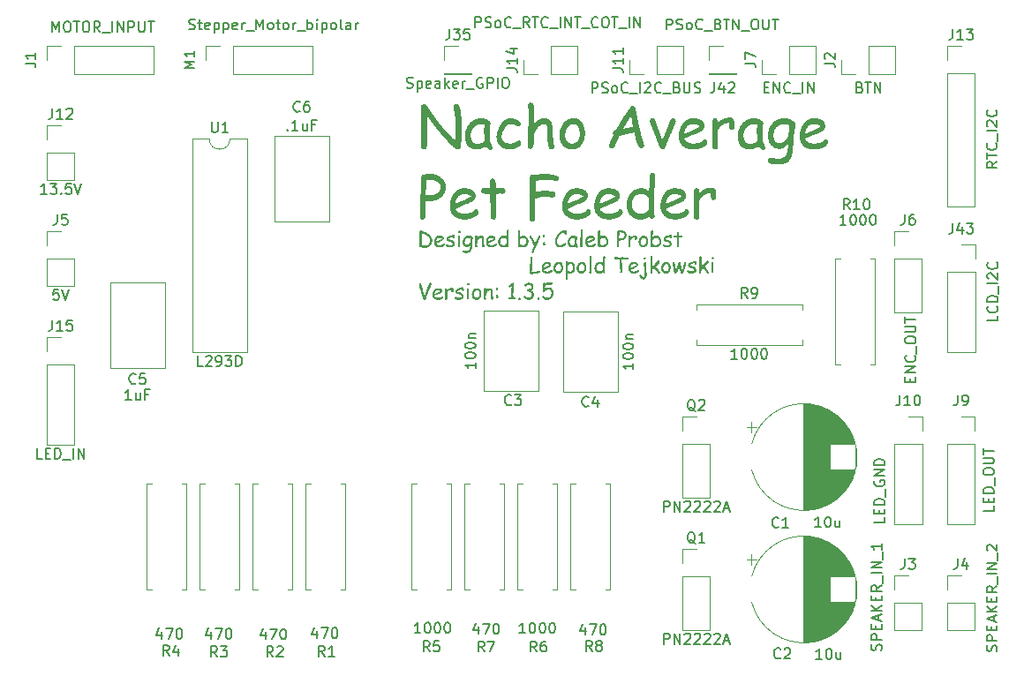
<source format=gbr>
%TF.GenerationSoftware,KiCad,Pcbnew,(7.0.0)*%
%TF.CreationDate,2023-03-28T14:28:47-05:00*%
%TF.ProjectId,test,74657374-2e6b-4696-9361-645f70636258,rev?*%
%TF.SameCoordinates,Original*%
%TF.FileFunction,Legend,Top*%
%TF.FilePolarity,Positive*%
%FSLAX46Y46*%
G04 Gerber Fmt 4.6, Leading zero omitted, Abs format (unit mm)*
G04 Created by KiCad (PCBNEW (7.0.0)) date 2023-03-28 14:28:47*
%MOMM*%
%LPD*%
G01*
G04 APERTURE LIST*
%ADD10C,0.400000*%
%ADD11C,0.200000*%
%ADD12C,0.150000*%
%ADD13C,0.120000*%
G04 APERTURE END LIST*
D10*
G36*
X112082193Y-53589162D02*
G01*
X112081120Y-53635048D01*
X112078716Y-53678043D01*
X112074938Y-53726624D01*
X112071203Y-53766727D01*
X112066695Y-53809972D01*
X112061414Y-53856360D01*
X112055360Y-53905891D01*
X112048534Y-53958564D01*
X112040935Y-54014380D01*
X112038230Y-54033684D01*
X112028175Y-54083968D01*
X112014496Y-54129305D01*
X111997194Y-54169697D01*
X111976268Y-54205143D01*
X111951719Y-54235642D01*
X111913350Y-54268615D01*
X111868539Y-54292795D01*
X111830704Y-54305160D01*
X111789244Y-54312579D01*
X111744161Y-54315052D01*
X111695714Y-54310210D01*
X111654894Y-54299364D01*
X111612244Y-54282320D01*
X111567761Y-54259079D01*
X111533197Y-54237581D01*
X111497602Y-54212597D01*
X111460977Y-54184126D01*
X111423322Y-54152170D01*
X111384636Y-54116727D01*
X111314400Y-54049560D01*
X111243521Y-53980561D01*
X111171999Y-53909731D01*
X111099834Y-53837069D01*
X111027025Y-53762575D01*
X110953574Y-53686249D01*
X110879480Y-53608091D01*
X110804742Y-53528101D01*
X110729362Y-53446280D01*
X110653338Y-53362627D01*
X110576672Y-53277142D01*
X110499362Y-53189825D01*
X110421410Y-53100676D01*
X110342814Y-53009696D01*
X110263576Y-52916884D01*
X110183694Y-52822240D01*
X110103169Y-52725764D01*
X110022001Y-52627456D01*
X109940190Y-52527316D01*
X109857737Y-52425345D01*
X109774640Y-52321542D01*
X109690900Y-52215907D01*
X109606517Y-52108440D01*
X109521490Y-51999141D01*
X109435821Y-51888011D01*
X109349509Y-51775048D01*
X109262554Y-51660254D01*
X109174956Y-51543628D01*
X109086714Y-51425170D01*
X108997830Y-51304881D01*
X108908303Y-51182759D01*
X108818132Y-51058806D01*
X108804454Y-51663551D01*
X108795662Y-52270251D01*
X108795748Y-52313599D01*
X108796005Y-52360846D01*
X108796435Y-52411991D01*
X108797036Y-52467034D01*
X108797808Y-52525976D01*
X108798419Y-52567436D01*
X108799106Y-52610629D01*
X108799869Y-52655554D01*
X108800709Y-52702212D01*
X108801625Y-52750603D01*
X108802617Y-52800726D01*
X108803686Y-52852582D01*
X108804830Y-52906170D01*
X108805431Y-52933614D01*
X108806615Y-52987962D01*
X108807721Y-53040608D01*
X108808752Y-53091552D01*
X108809706Y-53140793D01*
X108810583Y-53188333D01*
X108811385Y-53234170D01*
X108812110Y-53278306D01*
X108812759Y-53320739D01*
X108813331Y-53361471D01*
X108814047Y-53419376D01*
X108814591Y-53473452D01*
X108814963Y-53523698D01*
X108815163Y-53570115D01*
X108815201Y-53598932D01*
X108814922Y-53642990D01*
X108814083Y-53685649D01*
X108812685Y-53726910D01*
X108810728Y-53766772D01*
X108805138Y-53842301D01*
X108797310Y-53912234D01*
X108787247Y-53976573D01*
X108774947Y-54035317D01*
X108760411Y-54088467D01*
X108743638Y-54136022D01*
X108724629Y-54177982D01*
X108703384Y-54214347D01*
X108667323Y-54258406D01*
X108626230Y-54289876D01*
X108580105Y-54308758D01*
X108528949Y-54315052D01*
X108483458Y-54312762D01*
X108441021Y-54305893D01*
X108401637Y-54294444D01*
X108365306Y-54278415D01*
X108332028Y-54257807D01*
X108301803Y-54232620D01*
X108290568Y-54221263D01*
X108263342Y-54188954D01*
X108241750Y-54154310D01*
X108225790Y-54117330D01*
X108215463Y-54078014D01*
X108210769Y-54036363D01*
X108210456Y-54021960D01*
X108211074Y-53975776D01*
X108212534Y-53931096D01*
X108214320Y-53891300D01*
X108216655Y-53847901D01*
X108219541Y-53800900D01*
X108222975Y-53750296D01*
X108225912Y-53709978D01*
X108228041Y-53681974D01*
X108231359Y-53640123D01*
X108234350Y-53600298D01*
X108237830Y-53550350D01*
X108240731Y-53504005D01*
X108243051Y-53461263D01*
X108244791Y-53422123D01*
X108246151Y-53378264D01*
X108246604Y-53340034D01*
X108246772Y-53295933D01*
X108247275Y-53246673D01*
X108247874Y-53206341D01*
X108248661Y-53163107D01*
X108249637Y-53116971D01*
X108250802Y-53067933D01*
X108252156Y-53015992D01*
X108253698Y-52961149D01*
X108255430Y-52903404D01*
X108256689Y-52863294D01*
X108257351Y-52842756D01*
X108258652Y-52801883D01*
X108259869Y-52762308D01*
X108261538Y-52705379D01*
X108263018Y-52651369D01*
X108264309Y-52600278D01*
X108265411Y-52552107D01*
X108266324Y-52506855D01*
X108267048Y-52464523D01*
X108267583Y-52425110D01*
X108268003Y-52377101D01*
X108268097Y-52344501D01*
X108267960Y-52297224D01*
X108267676Y-52258061D01*
X108267239Y-52215720D01*
X108266646Y-52170202D01*
X108265899Y-52121507D01*
X108264997Y-52069635D01*
X108263941Y-52014586D01*
X108262731Y-51956360D01*
X108261838Y-51915777D01*
X108260876Y-51873783D01*
X108259845Y-51830376D01*
X108259304Y-51808143D01*
X108258358Y-51764035D01*
X108257473Y-51721345D01*
X108256648Y-51680076D01*
X108255885Y-51640226D01*
X108254855Y-51583114D01*
X108253962Y-51529195D01*
X108253206Y-51478471D01*
X108252588Y-51430941D01*
X108252107Y-51386605D01*
X108251763Y-51345463D01*
X108251519Y-51295577D01*
X108251489Y-51272763D01*
X108250970Y-51227929D01*
X108249413Y-51177936D01*
X108247564Y-51137055D01*
X108245131Y-51093271D01*
X108242114Y-51046585D01*
X108238513Y-50996997D01*
X108234329Y-50944507D01*
X108229560Y-50889115D01*
X108224208Y-50830820D01*
X108220315Y-50790344D01*
X108218272Y-50769623D01*
X108214368Y-50728384D01*
X108210715Y-50688442D01*
X108205709Y-50630963D01*
X108201270Y-50576404D01*
X108197397Y-50524763D01*
X108194092Y-50476043D01*
X108191352Y-50430242D01*
X108189180Y-50387360D01*
X108187574Y-50347397D01*
X108186315Y-50298656D01*
X108186032Y-50265505D01*
X108189844Y-50220099D01*
X108201282Y-50176204D01*
X108220344Y-50133820D01*
X108242054Y-50099655D01*
X108269059Y-50066539D01*
X108294475Y-50040802D01*
X108329056Y-50011250D01*
X108365020Y-49986706D01*
X108402367Y-49967171D01*
X108441097Y-49952646D01*
X108481211Y-49943129D01*
X108522709Y-49938621D01*
X108539695Y-49938220D01*
X108587137Y-49946020D01*
X108627460Y-49963491D01*
X108669889Y-49990945D01*
X108703094Y-50018087D01*
X108737483Y-50050846D01*
X108773058Y-50089219D01*
X108809817Y-50133209D01*
X108834982Y-50165655D01*
X108860673Y-50200597D01*
X108886891Y-50238035D01*
X108900198Y-50257690D01*
X108942807Y-50321526D01*
X108985148Y-50384684D01*
X109027223Y-50447166D01*
X109069031Y-50508970D01*
X109110571Y-50570096D01*
X109151844Y-50630545D01*
X109192850Y-50690317D01*
X109233589Y-50749412D01*
X109274061Y-50807829D01*
X109314266Y-50865568D01*
X109354203Y-50922630D01*
X109393874Y-50979015D01*
X109433277Y-51034723D01*
X109472413Y-51089753D01*
X109511282Y-51144105D01*
X109549884Y-51197780D01*
X109588218Y-51250778D01*
X109626286Y-51303099D01*
X109664086Y-51354742D01*
X109701620Y-51405707D01*
X109738886Y-51455996D01*
X109775885Y-51505607D01*
X109812616Y-51554540D01*
X109849081Y-51602796D01*
X109885279Y-51650375D01*
X109921209Y-51697276D01*
X109956872Y-51743500D01*
X109992269Y-51789047D01*
X110027398Y-51833916D01*
X110062259Y-51878107D01*
X110096854Y-51921622D01*
X110131182Y-51964459D01*
X110172032Y-52014824D01*
X110213129Y-52065049D01*
X110254472Y-52115132D01*
X110296061Y-52165074D01*
X110337896Y-52214874D01*
X110379977Y-52264534D01*
X110422305Y-52314052D01*
X110464878Y-52363429D01*
X110507698Y-52412665D01*
X110550764Y-52461760D01*
X110594076Y-52510714D01*
X110637634Y-52559526D01*
X110681439Y-52608197D01*
X110725489Y-52656727D01*
X110769786Y-52705116D01*
X110814329Y-52753363D01*
X110859118Y-52801469D01*
X110904153Y-52849434D01*
X110949434Y-52897258D01*
X110994962Y-52944941D01*
X111040735Y-52992483D01*
X111086755Y-53039883D01*
X111133021Y-53087142D01*
X111179533Y-53134260D01*
X111226291Y-53181236D01*
X111273296Y-53228072D01*
X111320546Y-53274766D01*
X111368043Y-53321319D01*
X111415785Y-53367731D01*
X111463774Y-53414002D01*
X111512010Y-53460131D01*
X111560491Y-53506120D01*
X111562552Y-53465777D01*
X111563849Y-53419852D01*
X111564338Y-53379094D01*
X111564338Y-53334764D01*
X111563849Y-53286862D01*
X111562872Y-53235388D01*
X111561819Y-53194438D01*
X111560491Y-53151479D01*
X111551698Y-52800746D01*
X111551606Y-52724665D01*
X111551332Y-52649560D01*
X111550874Y-52575432D01*
X111550233Y-52502281D01*
X111549408Y-52430108D01*
X111548401Y-52358911D01*
X111547210Y-52288691D01*
X111545836Y-52219448D01*
X111544279Y-52151182D01*
X111542539Y-52083893D01*
X111540616Y-52017581D01*
X111538509Y-51952247D01*
X111536219Y-51887889D01*
X111533746Y-51824508D01*
X111531090Y-51762103D01*
X111528251Y-51700676D01*
X111525228Y-51640226D01*
X111522023Y-51580753D01*
X111518634Y-51522257D01*
X111515062Y-51464738D01*
X111511306Y-51408196D01*
X111507368Y-51352630D01*
X111503246Y-51298042D01*
X111498942Y-51244431D01*
X111494454Y-51191796D01*
X111489782Y-51140139D01*
X111484928Y-51089459D01*
X111479891Y-51039755D01*
X111474670Y-50991029D01*
X111469266Y-50943279D01*
X111463679Y-50896507D01*
X111457909Y-50850711D01*
X111450683Y-50811642D01*
X111440470Y-50766991D01*
X111429126Y-50721911D01*
X111418196Y-50680695D01*
X111405618Y-50634900D01*
X111391391Y-50584525D01*
X111383659Y-50557620D01*
X111370836Y-50511534D01*
X111359723Y-50468044D01*
X111350320Y-50427148D01*
X111340970Y-50379678D01*
X111334291Y-50336263D01*
X111330284Y-50296903D01*
X111328949Y-50261598D01*
X111330086Y-50222439D01*
X111336056Y-50168437D01*
X111347145Y-50120120D01*
X111363351Y-50077487D01*
X111384674Y-50040539D01*
X111411115Y-50009275D01*
X111442674Y-49983695D01*
X111479351Y-49963800D01*
X111521145Y-49949589D01*
X111568057Y-49941062D01*
X111620086Y-49938220D01*
X111678056Y-49945273D01*
X111732285Y-49966430D01*
X111782775Y-50001693D01*
X111829524Y-50051060D01*
X111872534Y-50114533D01*
X111892636Y-50151559D01*
X111911804Y-50192110D01*
X111930036Y-50236189D01*
X111947333Y-50283793D01*
X111963696Y-50334924D01*
X111979123Y-50389581D01*
X111993615Y-50447764D01*
X112007173Y-50509474D01*
X112019795Y-50574709D01*
X112031483Y-50643471D01*
X112042235Y-50715759D01*
X112052052Y-50791574D01*
X112060935Y-50870915D01*
X112068882Y-50953782D01*
X112075895Y-51040175D01*
X112081972Y-51130095D01*
X112087115Y-51223540D01*
X112091322Y-51320512D01*
X112094595Y-51421011D01*
X112096932Y-51525035D01*
X112098335Y-51632586D01*
X112098802Y-51743663D01*
X112098768Y-51783563D01*
X112098665Y-51825836D01*
X112098493Y-51870482D01*
X112098252Y-51917503D01*
X112097943Y-51966897D01*
X112097566Y-52018665D01*
X112097119Y-52072807D01*
X112096604Y-52129323D01*
X112096020Y-52188212D01*
X112095367Y-52249475D01*
X112094646Y-52313112D01*
X112093856Y-52379122D01*
X112092997Y-52447506D01*
X112092070Y-52518264D01*
X112091074Y-52591396D01*
X112090009Y-52666901D01*
X112089063Y-52742403D01*
X112088177Y-52815523D01*
X112087353Y-52886262D01*
X112086590Y-52954619D01*
X112085888Y-53020595D01*
X112085247Y-53084190D01*
X112084666Y-53145403D01*
X112084147Y-53204235D01*
X112083689Y-53260686D01*
X112083293Y-53314755D01*
X112082957Y-53366443D01*
X112082682Y-53415750D01*
X112082468Y-53462675D01*
X112082316Y-53507219D01*
X112082224Y-53549381D01*
X112082193Y-53589162D01*
G37*
G36*
X114046352Y-51314886D02*
G01*
X114092751Y-51318158D01*
X114140164Y-51323610D01*
X114188590Y-51331244D01*
X114238029Y-51341058D01*
X114288481Y-51353054D01*
X114339947Y-51367231D01*
X114392426Y-51383588D01*
X114445918Y-51402127D01*
X114500423Y-51422846D01*
X114537323Y-51437871D01*
X114582515Y-51457418D01*
X114624792Y-51477469D01*
X114664153Y-51498024D01*
X114700599Y-51519082D01*
X114734129Y-51540644D01*
X114778957Y-51573932D01*
X114817225Y-51608353D01*
X114848933Y-51643907D01*
X114874080Y-51680595D01*
X114892667Y-51718416D01*
X114904694Y-51757371D01*
X114910161Y-51797460D01*
X114910526Y-51811074D01*
X114906121Y-51851526D01*
X114892906Y-51889350D01*
X114870881Y-51924547D01*
X114854838Y-51942965D01*
X114844992Y-51987272D01*
X114837417Y-52031437D01*
X114831769Y-52071508D01*
X114826487Y-52115792D01*
X114821572Y-52164289D01*
X114818126Y-52203427D01*
X114814886Y-52244935D01*
X114811852Y-52288813D01*
X114809215Y-52334886D01*
X114806803Y-52383347D01*
X114804613Y-52434194D01*
X114802647Y-52487428D01*
X114800904Y-52543050D01*
X114799384Y-52601059D01*
X114798495Y-52641057D01*
X114797705Y-52682117D01*
X114797014Y-52724237D01*
X114796422Y-52767418D01*
X114795930Y-52811661D01*
X114795537Y-52856964D01*
X114795243Y-52903328D01*
X114795083Y-52945628D01*
X114795335Y-52986798D01*
X114795999Y-53026839D01*
X114797768Y-53084782D01*
X114800464Y-53140183D01*
X114804087Y-53193042D01*
X114808638Y-53243360D01*
X114814117Y-53291136D01*
X114820522Y-53336371D01*
X114827855Y-53379064D01*
X114836116Y-53419215D01*
X114842138Y-53444570D01*
X114853572Y-53488367D01*
X114866876Y-53531957D01*
X114879278Y-53569638D01*
X114893758Y-53611595D01*
X114910316Y-53657829D01*
X114928952Y-53708338D01*
X114949666Y-53763124D01*
X114964629Y-53802024D01*
X114980517Y-53842824D01*
X114997327Y-53885524D01*
X115015062Y-53930125D01*
X115030825Y-53969921D01*
X115048187Y-54010725D01*
X115064469Y-54047591D01*
X115077588Y-54076671D01*
X115094196Y-54123565D01*
X115091483Y-54163591D01*
X115081458Y-54206814D01*
X115064048Y-54246297D01*
X115039250Y-54282041D01*
X115017016Y-54305282D01*
X114982080Y-54333452D01*
X114944807Y-54354703D01*
X114905197Y-54369035D01*
X114863249Y-54376448D01*
X114838230Y-54377578D01*
X114797472Y-54363839D01*
X114758950Y-54337873D01*
X114726397Y-54311083D01*
X114697332Y-54284705D01*
X114665581Y-54253930D01*
X114648697Y-54236894D01*
X114618900Y-54204379D01*
X114591056Y-54172780D01*
X114565166Y-54142097D01*
X114535552Y-54105032D01*
X114508990Y-54069397D01*
X114485482Y-54035193D01*
X114465027Y-54002421D01*
X114416117Y-54030703D01*
X114368307Y-54057662D01*
X114321595Y-54083299D01*
X114275983Y-54107613D01*
X114231469Y-54130606D01*
X114188055Y-54152275D01*
X114145740Y-54172623D01*
X114104524Y-54191648D01*
X114064407Y-54209351D01*
X114025390Y-54225731D01*
X113999988Y-54235917D01*
X113963011Y-54250059D01*
X113915498Y-54266752D01*
X113870031Y-54280971D01*
X113826609Y-54292718D01*
X113785233Y-54301992D01*
X113745902Y-54308792D01*
X113699615Y-54313815D01*
X113664887Y-54315052D01*
X113625050Y-54314700D01*
X113585894Y-54313644D01*
X113509625Y-54309419D01*
X113436081Y-54302378D01*
X113365262Y-54292520D01*
X113297168Y-54279847D01*
X113231799Y-54264356D01*
X113169154Y-54246049D01*
X113109235Y-54224926D01*
X113052040Y-54200987D01*
X112997570Y-54174231D01*
X112945825Y-54144658D01*
X112896804Y-54112269D01*
X112850509Y-54077064D01*
X112806938Y-54039042D01*
X112766093Y-53998204D01*
X112727972Y-53954549D01*
X112694373Y-53910765D01*
X112662942Y-53864164D01*
X112633679Y-53814747D01*
X112606583Y-53762513D01*
X112581655Y-53707463D01*
X112558894Y-53649597D01*
X112538302Y-53588914D01*
X112519877Y-53525415D01*
X112503619Y-53459099D01*
X112489530Y-53389967D01*
X112477607Y-53318018D01*
X112467853Y-53243253D01*
X112460266Y-53165672D01*
X112457286Y-53125825D01*
X112454847Y-53085274D01*
X112452950Y-53044019D01*
X112451596Y-53002060D01*
X112450783Y-52959396D01*
X112450585Y-52927752D01*
X112992731Y-52927752D01*
X112993353Y-52978482D01*
X112995219Y-53027602D01*
X112998329Y-53075111D01*
X113002684Y-53121010D01*
X113008282Y-53165298D01*
X113015125Y-53207975D01*
X113023212Y-53249042D01*
X113032542Y-53288499D01*
X113043117Y-53326345D01*
X113061313Y-53380095D01*
X113082307Y-53430221D01*
X113106101Y-53476724D01*
X113132693Y-53519602D01*
X113151977Y-53546175D01*
X113183244Y-53583015D01*
X113217327Y-53616231D01*
X113254227Y-53645824D01*
X113293943Y-53671793D01*
X113336476Y-53694138D01*
X113381825Y-53712860D01*
X113429990Y-53727958D01*
X113480972Y-53739433D01*
X113534771Y-53747284D01*
X113591385Y-53751511D01*
X113630693Y-53752316D01*
X113679448Y-53751544D01*
X113726795Y-53749225D01*
X113772734Y-53745361D01*
X113817264Y-53739952D01*
X113860386Y-53732996D01*
X113902100Y-53724496D01*
X113942406Y-53714449D01*
X113981304Y-53702857D01*
X114018793Y-53689720D01*
X114066588Y-53669798D01*
X114078146Y-53664389D01*
X114117965Y-53643071D01*
X114155451Y-53620164D01*
X114188256Y-53598472D01*
X114223564Y-53573788D01*
X114261376Y-53546112D01*
X114301691Y-53515445D01*
X114333571Y-53490480D01*
X114355606Y-53472903D01*
X114350196Y-53431586D01*
X114344958Y-53390925D01*
X114339892Y-53350918D01*
X114334998Y-53311565D01*
X114325724Y-53234823D01*
X114317138Y-53160699D01*
X114309238Y-53089193D01*
X114302025Y-53020305D01*
X114295499Y-52954035D01*
X114289660Y-52890383D01*
X114284508Y-52829349D01*
X114280043Y-52770933D01*
X114276265Y-52715135D01*
X114273174Y-52661955D01*
X114270770Y-52611393D01*
X114269052Y-52563449D01*
X114268022Y-52518123D01*
X114267678Y-52475415D01*
X114268194Y-52434096D01*
X114269739Y-52391471D01*
X114272315Y-52347542D01*
X114275922Y-52302308D01*
X114280558Y-52255768D01*
X114282333Y-52239965D01*
X114287294Y-52199870D01*
X114293019Y-52158964D01*
X114299506Y-52117247D01*
X114306757Y-52074719D01*
X114314772Y-52031380D01*
X114323549Y-51987231D01*
X114327274Y-51969344D01*
X114290500Y-51952285D01*
X114250028Y-51934640D01*
X114212174Y-51919426D01*
X114172118Y-51905016D01*
X114153373Y-51899002D01*
X114114948Y-51888139D01*
X114074070Y-51879691D01*
X114037113Y-51876531D01*
X113984322Y-51877775D01*
X113932440Y-51881508D01*
X113881466Y-51887728D01*
X113831400Y-51896437D01*
X113782242Y-51907634D01*
X113733993Y-51921319D01*
X113686651Y-51937493D01*
X113640219Y-51956154D01*
X113594694Y-51977304D01*
X113550078Y-52000942D01*
X113506370Y-52027069D01*
X113463570Y-52055683D01*
X113421679Y-52086786D01*
X113380695Y-52120377D01*
X113340620Y-52156456D01*
X113301454Y-52195024D01*
X113264069Y-52235095D01*
X113229097Y-52275929D01*
X113196536Y-52317527D01*
X113166387Y-52359888D01*
X113138651Y-52403012D01*
X113113326Y-52446899D01*
X113090413Y-52491550D01*
X113069912Y-52536964D01*
X113051822Y-52583141D01*
X113036145Y-52630081D01*
X113022880Y-52677785D01*
X113012026Y-52726252D01*
X113003584Y-52775482D01*
X112997555Y-52825476D01*
X112993937Y-52876232D01*
X112992731Y-52927752D01*
X112450585Y-52927752D01*
X112450512Y-52916029D01*
X112450958Y-52874818D01*
X112452298Y-52833982D01*
X112454530Y-52793523D01*
X112457656Y-52753439D01*
X112461674Y-52713732D01*
X112466586Y-52674400D01*
X112472391Y-52635444D01*
X112479088Y-52596864D01*
X112495162Y-52520832D01*
X112514809Y-52446304D01*
X112538027Y-52373279D01*
X112564817Y-52301758D01*
X112595180Y-52231740D01*
X112629114Y-52163227D01*
X112666621Y-52096216D01*
X112707699Y-52030710D01*
X112752350Y-51966706D01*
X112776015Y-51935269D01*
X112800573Y-51904207D01*
X112826024Y-51873521D01*
X112852368Y-51843211D01*
X112879604Y-51813277D01*
X112907734Y-51783719D01*
X112936544Y-51754808D01*
X112965700Y-51726814D01*
X112995201Y-51699739D01*
X113025047Y-51673581D01*
X113055239Y-51648341D01*
X113116658Y-51600614D01*
X113179459Y-51556559D01*
X113243642Y-51516175D01*
X113309206Y-51479462D01*
X113376151Y-51446421D01*
X113444478Y-51417050D01*
X113514186Y-51391351D01*
X113585276Y-51369324D01*
X113657748Y-51350967D01*
X113731601Y-51336282D01*
X113806835Y-51325268D01*
X113883451Y-51317926D01*
X113961449Y-51314255D01*
X114000965Y-51313796D01*
X114046352Y-51314886D01*
G37*
G36*
X116799011Y-54315052D02*
G01*
X116729280Y-54313762D01*
X116661014Y-54309892D01*
X116594214Y-54303443D01*
X116528879Y-54294413D01*
X116465009Y-54282804D01*
X116402605Y-54268615D01*
X116341667Y-54251846D01*
X116282193Y-54232498D01*
X116224186Y-54210569D01*
X116167644Y-54186061D01*
X116112567Y-54158973D01*
X116058956Y-54129305D01*
X116006810Y-54097057D01*
X115956129Y-54062230D01*
X115906914Y-54024823D01*
X115859165Y-53984836D01*
X115811251Y-53940620D01*
X115766429Y-53894679D01*
X115724698Y-53847014D01*
X115686058Y-53797623D01*
X115650509Y-53746508D01*
X115618051Y-53693668D01*
X115588685Y-53639102D01*
X115562410Y-53582812D01*
X115539226Y-53524796D01*
X115519133Y-53465056D01*
X115502131Y-53403591D01*
X115488221Y-53340401D01*
X115477402Y-53275486D01*
X115469674Y-53208845D01*
X115465037Y-53140480D01*
X115463491Y-53070390D01*
X115464942Y-53002601D01*
X115469292Y-52934545D01*
X115476543Y-52866222D01*
X115486695Y-52797632D01*
X115499746Y-52728775D01*
X115515698Y-52659650D01*
X115534551Y-52590258D01*
X115556304Y-52520600D01*
X115580957Y-52450674D01*
X115608511Y-52380481D01*
X115638965Y-52310020D01*
X115672319Y-52239293D01*
X115690084Y-52203829D01*
X115708574Y-52168298D01*
X115727789Y-52132701D01*
X115747729Y-52097037D01*
X115768394Y-52061306D01*
X115789785Y-52025508D01*
X115811900Y-51989643D01*
X115834741Y-51953712D01*
X115860610Y-51914342D01*
X115886684Y-51876222D01*
X115912962Y-51839352D01*
X115939444Y-51803732D01*
X115966131Y-51769361D01*
X115993021Y-51736240D01*
X116020116Y-51704370D01*
X116047415Y-51673749D01*
X116074918Y-51644377D01*
X116102625Y-51616256D01*
X116158652Y-51563763D01*
X116215496Y-51516269D01*
X116273157Y-51473775D01*
X116331634Y-51436280D01*
X116390927Y-51403784D01*
X116451038Y-51376288D01*
X116511965Y-51353790D01*
X116573709Y-51336293D01*
X116636269Y-51323794D01*
X116699647Y-51316295D01*
X116763840Y-51313796D01*
X116814782Y-51314938D01*
X116866857Y-51318364D01*
X116920066Y-51324074D01*
X116974408Y-51332068D01*
X117029884Y-51342346D01*
X117086493Y-51354909D01*
X117124862Y-51364552D01*
X117163735Y-51375211D01*
X117203111Y-51386885D01*
X117242991Y-51399575D01*
X117283375Y-51413279D01*
X117324263Y-51427998D01*
X117365655Y-51443733D01*
X117416526Y-51464906D01*
X117464115Y-51486659D01*
X117508422Y-51508992D01*
X117549448Y-51531905D01*
X117587191Y-51555398D01*
X117621652Y-51579471D01*
X117652831Y-51604124D01*
X117693446Y-51642192D01*
X117726676Y-51681564D01*
X117752522Y-51722242D01*
X117770983Y-51764225D01*
X117782060Y-51807514D01*
X117785752Y-51852107D01*
X117783314Y-51891583D01*
X117774305Y-51935554D01*
X117758657Y-51977281D01*
X117736371Y-52016765D01*
X117716387Y-52043593D01*
X117684878Y-52075951D01*
X117650190Y-52100361D01*
X117612323Y-52116823D01*
X117571277Y-52125338D01*
X117546394Y-52126636D01*
X117503427Y-52123158D01*
X117463550Y-52112726D01*
X117426765Y-52095338D01*
X117407665Y-52082672D01*
X117375001Y-52057625D01*
X117342955Y-52033041D01*
X117311528Y-52008921D01*
X117294336Y-51995722D01*
X117250571Y-51967786D01*
X117213519Y-51949279D01*
X117172844Y-51932867D01*
X117128546Y-51918551D01*
X117080623Y-51906329D01*
X117029078Y-51896202D01*
X116973908Y-51888171D01*
X116915115Y-51882235D01*
X116873907Y-51879441D01*
X116831088Y-51877579D01*
X116786659Y-51876648D01*
X116763840Y-51876531D01*
X116711319Y-51880533D01*
X116658900Y-51892537D01*
X116606584Y-51912544D01*
X116571764Y-51930328D01*
X116536990Y-51951668D01*
X116502262Y-51976566D01*
X116467580Y-52005020D01*
X116432943Y-52037031D01*
X116398352Y-52072599D01*
X116363807Y-52111724D01*
X116329308Y-52154405D01*
X116294854Y-52200643D01*
X116260446Y-52250438D01*
X116226084Y-52303790D01*
X116208921Y-52331800D01*
X116178635Y-52383511D01*
X116150302Y-52434351D01*
X116123924Y-52484322D01*
X116099500Y-52533422D01*
X116077030Y-52581653D01*
X116056513Y-52629013D01*
X116037951Y-52675503D01*
X116021342Y-52721123D01*
X116006688Y-52765873D01*
X115993987Y-52809753D01*
X115983240Y-52852762D01*
X115974448Y-52894902D01*
X115967609Y-52936171D01*
X115962724Y-52976571D01*
X115959793Y-53016100D01*
X115958816Y-53054759D01*
X115959781Y-53095486D01*
X115962678Y-53135115D01*
X115970644Y-53192496D01*
X115982954Y-53247405D01*
X115999609Y-53299841D01*
X116020609Y-53349804D01*
X116045954Y-53397294D01*
X116075644Y-53442311D01*
X116109679Y-53484855D01*
X116148058Y-53524926D01*
X116190783Y-53562524D01*
X116205990Y-53574508D01*
X116250380Y-53606284D01*
X116297088Y-53634935D01*
X116346115Y-53660460D01*
X116397461Y-53682860D01*
X116451125Y-53702134D01*
X116507107Y-53718283D01*
X116545716Y-53727312D01*
X116585356Y-53734952D01*
X116626026Y-53741203D01*
X116667727Y-53746065D01*
X116710458Y-53749538D01*
X116754220Y-53751622D01*
X116799011Y-53752316D01*
X116840624Y-53750897D01*
X116882909Y-53746638D01*
X116925865Y-53739539D01*
X116969493Y-53729602D01*
X117013792Y-53716825D01*
X117058764Y-53701209D01*
X117104407Y-53682753D01*
X117150721Y-53661458D01*
X117469214Y-53485603D01*
X117507743Y-53465514D01*
X117543936Y-53449775D01*
X117582844Y-53439865D01*
X117587427Y-53439685D01*
X117630570Y-53443846D01*
X117671096Y-53456328D01*
X117709003Y-53477132D01*
X117744292Y-53506257D01*
X117763282Y-53526636D01*
X117788515Y-53559803D01*
X117808528Y-53594825D01*
X117823320Y-53631702D01*
X117832891Y-53670434D01*
X117837242Y-53711020D01*
X117837532Y-53724961D01*
X117833814Y-53764958D01*
X117822660Y-53804714D01*
X117804070Y-53844230D01*
X117778044Y-53883505D01*
X117744581Y-53922540D01*
X117703683Y-53961335D01*
X117672286Y-53987064D01*
X117637585Y-54012687D01*
X117599578Y-54038203D01*
X117558267Y-54063611D01*
X117513651Y-54088913D01*
X117465729Y-54114109D01*
X117414503Y-54139197D01*
X117368593Y-54160492D01*
X117323676Y-54180413D01*
X117279750Y-54198960D01*
X117236817Y-54216133D01*
X117194876Y-54231933D01*
X117153927Y-54246359D01*
X117113970Y-54259410D01*
X117075006Y-54271088D01*
X117037034Y-54281392D01*
X116981936Y-54294272D01*
X116929071Y-54304061D01*
X116878438Y-54310759D01*
X116830038Y-54314365D01*
X116799011Y-54315052D01*
G37*
G36*
X120733275Y-54315052D02*
G01*
X120686533Y-54311816D01*
X120644004Y-54302107D01*
X120605689Y-54285926D01*
X120571586Y-54263272D01*
X120541697Y-54234146D01*
X120516021Y-54198548D01*
X120494558Y-54156477D01*
X120477309Y-54107934D01*
X120465671Y-54064153D01*
X120454205Y-54017076D01*
X120442910Y-53966700D01*
X120431788Y-53913028D01*
X120420837Y-53856058D01*
X120413632Y-53816247D01*
X120406503Y-53774970D01*
X120399451Y-53732227D01*
X120392474Y-53688019D01*
X120385574Y-53642346D01*
X120378751Y-53595207D01*
X120372004Y-53546603D01*
X120365333Y-53496533D01*
X120362026Y-53470949D01*
X120356111Y-53422043D01*
X120350577Y-53374244D01*
X120345425Y-53327551D01*
X120340655Y-53281966D01*
X120336266Y-53237487D01*
X120332259Y-53194115D01*
X120328633Y-53151849D01*
X120325390Y-53110690D01*
X120322527Y-53070638D01*
X120318950Y-53012635D01*
X120316230Y-52957123D01*
X120314370Y-52904100D01*
X120313368Y-52853568D01*
X120313177Y-52821263D01*
X120313605Y-52781024D01*
X120314680Y-52738301D01*
X120316123Y-52696101D01*
X120317692Y-52656998D01*
X120319596Y-52614317D01*
X120320016Y-52605352D01*
X120321986Y-52561956D01*
X120323623Y-52522138D01*
X120325145Y-52479078D01*
X120326314Y-52435354D01*
X120326848Y-52393970D01*
X120326855Y-52389441D01*
X120325848Y-52327331D01*
X120322825Y-52269228D01*
X120317788Y-52215132D01*
X120310735Y-52165043D01*
X120301668Y-52118961D01*
X120290585Y-52076887D01*
X120277487Y-52038819D01*
X120254063Y-51989231D01*
X120226105Y-51948659D01*
X120193613Y-51917103D01*
X120156587Y-51894563D01*
X120115028Y-51881039D01*
X120068935Y-51876531D01*
X120025509Y-51877772D01*
X119982671Y-51881492D01*
X119940421Y-51887694D01*
X119898758Y-51896376D01*
X119857684Y-51907539D01*
X119817197Y-51921182D01*
X119777297Y-51937306D01*
X119737986Y-51955910D01*
X119699262Y-51976995D01*
X119661125Y-52000561D01*
X119623577Y-52026607D01*
X119586616Y-52055134D01*
X119550243Y-52086141D01*
X119514458Y-52119629D01*
X119479260Y-52155598D01*
X119444650Y-52194047D01*
X119417361Y-52227057D01*
X119388253Y-52265270D01*
X119357324Y-52308687D01*
X119324574Y-52357308D01*
X119301730Y-52392613D01*
X119278076Y-52430230D01*
X119253614Y-52470160D01*
X119228342Y-52512402D01*
X119202262Y-52556957D01*
X119175372Y-52603825D01*
X119147673Y-52653006D01*
X119119166Y-52704499D01*
X119089849Y-52758305D01*
X119059723Y-52814424D01*
X119059637Y-52880312D01*
X119059380Y-52944498D01*
X119058950Y-53006983D01*
X119058349Y-53067765D01*
X119057576Y-53126845D01*
X119056632Y-53184223D01*
X119055516Y-53239899D01*
X119054228Y-53293872D01*
X119052768Y-53346144D01*
X119051136Y-53396714D01*
X119049333Y-53445582D01*
X119047358Y-53492747D01*
X119045212Y-53538211D01*
X119042893Y-53581972D01*
X119040403Y-53624032D01*
X119037741Y-53664389D01*
X119031902Y-53739997D01*
X119025377Y-53808797D01*
X119018164Y-53870789D01*
X119010264Y-53925973D01*
X119001677Y-53974348D01*
X118992404Y-54015915D01*
X118977205Y-54065501D01*
X118971796Y-54078625D01*
X118951172Y-54119383D01*
X118927893Y-54154706D01*
X118901958Y-54184596D01*
X118865803Y-54214315D01*
X118825498Y-54235543D01*
X118781043Y-54248280D01*
X118732438Y-54252526D01*
X118691268Y-54249847D01*
X118652021Y-54241810D01*
X118614697Y-54228414D01*
X118579297Y-54209661D01*
X118545821Y-54185550D01*
X118535090Y-54176322D01*
X118506204Y-54146246D01*
X118483295Y-54113903D01*
X118464121Y-54073304D01*
X118453081Y-54029620D01*
X118450093Y-53989720D01*
X118454768Y-53947966D01*
X118463832Y-53907838D01*
X118474517Y-53869553D01*
X118483647Y-53827104D01*
X118489309Y-53781442D01*
X118493324Y-53735708D01*
X118496035Y-53696037D01*
X118498487Y-53651765D01*
X118500683Y-53602889D01*
X118502620Y-53549412D01*
X118504301Y-53491331D01*
X118504803Y-53470949D01*
X118513596Y-53066482D01*
X118521412Y-51056852D01*
X118523778Y-51015342D01*
X118525991Y-50975565D01*
X118529025Y-50919148D01*
X118531716Y-50866629D01*
X118534063Y-50818009D01*
X118536066Y-50773286D01*
X118537727Y-50732462D01*
X118539406Y-50684095D01*
X118540474Y-50642657D01*
X118540951Y-50600607D01*
X118540307Y-50557330D01*
X118538375Y-50514816D01*
X118535155Y-50473066D01*
X118530647Y-50432079D01*
X118524851Y-50391855D01*
X118517767Y-50352395D01*
X118514573Y-50336824D01*
X118506974Y-50297788D01*
X118500663Y-50258228D01*
X118495640Y-50218142D01*
X118491904Y-50177532D01*
X118489457Y-50136397D01*
X118488298Y-50094738D01*
X118488195Y-50077927D01*
X118490977Y-50036436D01*
X118499323Y-49997693D01*
X118516093Y-49955966D01*
X118540436Y-49917978D01*
X118567330Y-49888394D01*
X118598642Y-49862829D01*
X118632497Y-49842553D01*
X118668893Y-49827567D01*
X118707830Y-49817869D01*
X118749310Y-49813462D01*
X118763701Y-49813168D01*
X118804367Y-49815203D01*
X118853460Y-49824247D01*
X118896691Y-49840528D01*
X118934060Y-49864044D01*
X118965568Y-49894795D01*
X118991213Y-49932783D01*
X119010997Y-49978006D01*
X119021988Y-50016672D01*
X119027483Y-50044710D01*
X119035165Y-50092257D01*
X119042092Y-50138911D01*
X119048263Y-50184672D01*
X119053678Y-50229541D01*
X119058338Y-50273516D01*
X119062242Y-50316598D01*
X119065390Y-50358787D01*
X119067783Y-50400083D01*
X119069420Y-50440486D01*
X119070302Y-50479996D01*
X119070470Y-50505840D01*
X119070307Y-50557887D01*
X119069817Y-50610346D01*
X119069002Y-50663217D01*
X119067859Y-50716500D01*
X119066391Y-50770195D01*
X119064597Y-50824303D01*
X119062476Y-50878822D01*
X119060028Y-50933754D01*
X119057255Y-50989098D01*
X119054155Y-51044854D01*
X119051907Y-51082254D01*
X119048965Y-51136762D01*
X119046366Y-51191476D01*
X119044111Y-51246396D01*
X119042199Y-51301523D01*
X119040630Y-51356855D01*
X119039405Y-51412394D01*
X119038524Y-51468138D01*
X119037986Y-51524089D01*
X119037791Y-51580246D01*
X119037940Y-51636608D01*
X119038230Y-51674298D01*
X119041161Y-51915610D01*
X119069489Y-51878470D01*
X119098054Y-51842520D01*
X119126856Y-51807762D01*
X119155894Y-51774193D01*
X119185169Y-51741816D01*
X119214680Y-51710629D01*
X119244428Y-51680633D01*
X119274413Y-51651828D01*
X119304634Y-51624213D01*
X119335092Y-51597789D01*
X119365786Y-51572556D01*
X119396717Y-51548513D01*
X119443557Y-51514682D01*
X119490930Y-51483529D01*
X119522808Y-51464249D01*
X119571259Y-51437362D01*
X119620260Y-51413119D01*
X119669811Y-51391520D01*
X119719912Y-51372567D01*
X119770561Y-51356258D01*
X119821761Y-51342593D01*
X119873510Y-51331574D01*
X119925808Y-51323199D01*
X119978656Y-51317469D01*
X120032054Y-51314383D01*
X120067958Y-51313796D01*
X120123870Y-51314952D01*
X120177546Y-51318421D01*
X120228986Y-51324203D01*
X120278190Y-51332297D01*
X120325157Y-51342704D01*
X120369888Y-51355424D01*
X120412382Y-51370456D01*
X120452640Y-51387801D01*
X120490662Y-51407459D01*
X120526447Y-51429429D01*
X120559996Y-51453713D01*
X120591309Y-51480308D01*
X120620385Y-51509217D01*
X120647225Y-51540438D01*
X120671829Y-51573972D01*
X120694196Y-51609818D01*
X120715992Y-51651518D01*
X120735950Y-51698215D01*
X120754071Y-51749909D01*
X120770354Y-51806601D01*
X120780189Y-51847172D01*
X120789207Y-51889965D01*
X120797408Y-51934978D01*
X120804793Y-51982212D01*
X120811360Y-52031667D01*
X120817112Y-52083344D01*
X120822046Y-52137241D01*
X120826164Y-52193360D01*
X120829465Y-52251700D01*
X120831949Y-52312260D01*
X120854420Y-52835917D01*
X120909130Y-53407445D01*
X120913961Y-53447204D01*
X120918930Y-53486366D01*
X120926641Y-53543994D01*
X120934661Y-53600283D01*
X120942990Y-53655232D01*
X120951628Y-53708841D01*
X120960576Y-53761111D01*
X120969832Y-53812041D01*
X120979398Y-53861632D01*
X120989272Y-53909883D01*
X120999456Y-53956795D01*
X121002919Y-53972135D01*
X121010633Y-54012879D01*
X121013666Y-54051270D01*
X121010746Y-54092428D01*
X121001988Y-54130908D01*
X120984390Y-54172415D01*
X120958845Y-54210275D01*
X120930623Y-54239825D01*
X120898681Y-54265390D01*
X120864403Y-54285666D01*
X120827789Y-54300653D01*
X120788840Y-54310350D01*
X120747556Y-54314758D01*
X120733275Y-54315052D01*
G37*
G36*
X122963884Y-51315753D02*
G01*
X123029402Y-51321627D01*
X123092844Y-51331416D01*
X123154210Y-51345120D01*
X123213500Y-51362740D01*
X123270714Y-51384275D01*
X123325852Y-51409726D01*
X123378914Y-51439092D01*
X123429899Y-51472374D01*
X123478809Y-51509572D01*
X123525643Y-51550685D01*
X123570400Y-51595713D01*
X123613081Y-51644657D01*
X123653687Y-51697517D01*
X123692216Y-51754292D01*
X123728669Y-51814982D01*
X123755964Y-51866304D01*
X123781426Y-51918907D01*
X123805056Y-51972793D01*
X123826855Y-52027962D01*
X123846822Y-52084412D01*
X123864957Y-52142145D01*
X123881260Y-52201161D01*
X123895732Y-52261458D01*
X123908371Y-52323038D01*
X123919179Y-52385900D01*
X123928155Y-52450044D01*
X123935299Y-52515471D01*
X123940611Y-52582179D01*
X123944092Y-52650170D01*
X123945740Y-52719444D01*
X123945557Y-52790000D01*
X123943397Y-52865264D01*
X123938871Y-52939140D01*
X123931979Y-53011627D01*
X123922720Y-53082725D01*
X123911096Y-53152433D01*
X123897105Y-53220752D01*
X123880749Y-53287682D01*
X123862026Y-53353224D01*
X123840937Y-53417375D01*
X123817482Y-53480138D01*
X123791661Y-53541512D01*
X123763474Y-53601496D01*
X123732921Y-53660092D01*
X123700001Y-53717298D01*
X123664716Y-53773115D01*
X123627064Y-53827543D01*
X123582208Y-53886577D01*
X123535565Y-53941803D01*
X123487136Y-53993220D01*
X123436921Y-54040828D01*
X123384921Y-54084628D01*
X123331134Y-54124619D01*
X123275561Y-54160801D01*
X123218202Y-54193175D01*
X123159057Y-54221740D01*
X123098126Y-54246496D01*
X123035409Y-54267444D01*
X122970906Y-54284583D01*
X122904617Y-54297913D01*
X122836542Y-54307435D01*
X122766681Y-54313148D01*
X122695034Y-54315052D01*
X122637892Y-54313724D01*
X122581751Y-54309740D01*
X122526609Y-54303099D01*
X122472467Y-54293803D01*
X122419325Y-54281850D01*
X122367183Y-54267241D01*
X122316041Y-54249976D01*
X122265899Y-54230055D01*
X122216757Y-54207478D01*
X122168614Y-54182245D01*
X122121471Y-54154355D01*
X122075329Y-54123810D01*
X122030186Y-54090608D01*
X121986043Y-54054750D01*
X121942899Y-54016236D01*
X121900756Y-53975066D01*
X121855842Y-53926908D01*
X121813668Y-53876712D01*
X121774234Y-53824479D01*
X121737541Y-53770207D01*
X121703587Y-53713898D01*
X121672374Y-53655550D01*
X121643900Y-53595165D01*
X121618167Y-53532742D01*
X121595174Y-53468281D01*
X121574921Y-53401782D01*
X121557408Y-53333245D01*
X121542635Y-53262670D01*
X121530602Y-53190058D01*
X121521309Y-53115407D01*
X121514757Y-53038719D01*
X121512508Y-52999610D01*
X121510944Y-52959993D01*
X121510921Y-52957062D01*
X122053163Y-52957062D01*
X122054011Y-53005597D01*
X122056552Y-53052774D01*
X122060788Y-53098593D01*
X122066719Y-53143053D01*
X122074344Y-53186154D01*
X122083663Y-53227896D01*
X122094677Y-53268280D01*
X122107385Y-53307306D01*
X122121788Y-53344973D01*
X122137885Y-53381281D01*
X122155677Y-53416231D01*
X122185541Y-53466108D01*
X122219218Y-53512928D01*
X122256707Y-53556691D01*
X122270051Y-53570600D01*
X122304673Y-53603074D01*
X122340393Y-53632355D01*
X122377213Y-53658441D01*
X122415131Y-53681333D01*
X122454149Y-53701031D01*
X122494266Y-53717535D01*
X122535482Y-53730844D01*
X122577797Y-53740959D01*
X122621211Y-53747880D01*
X122665725Y-53751606D01*
X122696011Y-53752316D01*
X122748804Y-53750505D01*
X122800207Y-53745069D01*
X122850219Y-53736010D01*
X122898839Y-53723328D01*
X122946069Y-53707022D01*
X122991907Y-53687092D01*
X123036354Y-53663539D01*
X123079411Y-53636362D01*
X123121076Y-53605562D01*
X123161351Y-53571138D01*
X123187427Y-53546175D01*
X123215756Y-53516977D01*
X123242367Y-53486534D01*
X123267260Y-53454848D01*
X123290437Y-53421917D01*
X123311896Y-53387742D01*
X123331637Y-53352323D01*
X123349662Y-53315660D01*
X123365969Y-53277752D01*
X123380558Y-53238601D01*
X123393431Y-53198206D01*
X123404586Y-53156566D01*
X123414024Y-53113682D01*
X123421744Y-53069555D01*
X123427747Y-53024183D01*
X123432033Y-52977567D01*
X123434601Y-52929706D01*
X123436406Y-52865089D01*
X123436937Y-52802517D01*
X123436192Y-52741991D01*
X123434174Y-52683510D01*
X123430880Y-52627074D01*
X123426312Y-52572684D01*
X123420469Y-52520340D01*
X123413352Y-52470041D01*
X123404960Y-52421788D01*
X123395293Y-52375580D01*
X123384352Y-52331418D01*
X123372136Y-52289302D01*
X123358645Y-52249231D01*
X123343880Y-52211205D01*
X123327840Y-52175225D01*
X123291936Y-52109402D01*
X123250934Y-52051760D01*
X123204833Y-52002301D01*
X123153634Y-51961024D01*
X123097336Y-51927929D01*
X123035939Y-51903016D01*
X122969444Y-51886286D01*
X122897851Y-51877737D01*
X122860142Y-51876531D01*
X122810404Y-51877787D01*
X122762063Y-51882042D01*
X122715119Y-51889297D01*
X122669571Y-51899551D01*
X122625421Y-51912805D01*
X122582667Y-51929059D01*
X122541310Y-51948312D01*
X122501349Y-51970565D01*
X122462785Y-51995817D01*
X122425619Y-52024069D01*
X122389848Y-52055321D01*
X122355475Y-52089572D01*
X122322498Y-52126823D01*
X122290919Y-52167073D01*
X122260736Y-52210323D01*
X122231949Y-52256573D01*
X122210299Y-52295259D01*
X122190046Y-52334624D01*
X122171190Y-52374668D01*
X122153730Y-52415392D01*
X122137668Y-52456795D01*
X122123002Y-52498877D01*
X122109732Y-52541639D01*
X122097860Y-52585080D01*
X122087384Y-52629200D01*
X122078305Y-52673999D01*
X122070623Y-52719478D01*
X122064338Y-52765636D01*
X122059449Y-52812474D01*
X122055957Y-52859990D01*
X122053862Y-52908186D01*
X122053163Y-52957062D01*
X121510921Y-52957062D01*
X121510338Y-52883148D01*
X121512425Y-52807463D01*
X121517207Y-52732938D01*
X121524683Y-52659574D01*
X121534853Y-52587370D01*
X121547718Y-52516325D01*
X121563277Y-52446441D01*
X121581531Y-52377718D01*
X121602478Y-52310154D01*
X121626120Y-52243750D01*
X121652456Y-52178507D01*
X121681487Y-52114424D01*
X121713212Y-52051501D01*
X121747631Y-51989738D01*
X121784744Y-51929135D01*
X121824552Y-51869692D01*
X121848846Y-51835492D01*
X121873733Y-51802377D01*
X121899213Y-51770348D01*
X121925287Y-51739404D01*
X121951954Y-51709546D01*
X121979215Y-51680774D01*
X122007069Y-51653088D01*
X122064558Y-51600973D01*
X122124420Y-51553200D01*
X122186657Y-51509771D01*
X122251266Y-51470685D01*
X122318250Y-51435941D01*
X122387607Y-51405540D01*
X122459338Y-51379483D01*
X122533443Y-51357768D01*
X122609922Y-51340396D01*
X122649051Y-51333339D01*
X122688774Y-51327367D01*
X122729090Y-51322482D01*
X122770000Y-51318682D01*
X122811503Y-51315967D01*
X122853600Y-51314339D01*
X122896290Y-51313796D01*
X122963884Y-51315753D01*
G37*
G36*
X128536731Y-50128392D02*
G01*
X128585610Y-50139917D01*
X128630215Y-50160662D01*
X128670546Y-50190628D01*
X128697989Y-50219153D01*
X128723027Y-50252864D01*
X128745662Y-50291762D01*
X128765892Y-50335845D01*
X128783718Y-50385116D01*
X128794266Y-50420844D01*
X128967190Y-51331381D01*
X129377518Y-53214982D01*
X129533833Y-53635080D01*
X129548150Y-53674118D01*
X129565049Y-53722241D01*
X129579444Y-53765877D01*
X129591335Y-53805024D01*
X129602679Y-53847647D01*
X129611129Y-53889539D01*
X129613945Y-53921332D01*
X129610957Y-53962892D01*
X129601992Y-54001841D01*
X129587052Y-54038180D01*
X129566135Y-54071908D01*
X129539241Y-54103026D01*
X129528949Y-54112819D01*
X129496182Y-54139048D01*
X129461629Y-54159851D01*
X129425290Y-54175227D01*
X129387166Y-54185176D01*
X129347255Y-54189698D01*
X129333554Y-54190000D01*
X129286694Y-54184547D01*
X129241002Y-54168189D01*
X129196477Y-54140927D01*
X129153120Y-54102759D01*
X129124864Y-54071255D01*
X129097127Y-54034905D01*
X129069909Y-53993708D01*
X129043211Y-53947665D01*
X129017031Y-53896775D01*
X128991370Y-53841038D01*
X128966228Y-53780454D01*
X128941606Y-53715023D01*
X128917502Y-53644746D01*
X128893917Y-53569623D01*
X128880227Y-53519222D01*
X128865902Y-53462175D01*
X128855998Y-53420451D01*
X128845813Y-53375774D01*
X128835345Y-53328143D01*
X128824594Y-53277558D01*
X128813561Y-53224019D01*
X128802246Y-53167526D01*
X128790648Y-53108080D01*
X128778768Y-53045680D01*
X128766606Y-52980326D01*
X128754161Y-52912018D01*
X128741433Y-52840756D01*
X128728424Y-52766541D01*
X128715131Y-52689371D01*
X128661038Y-52697815D01*
X128603905Y-52707392D01*
X128564128Y-52714406D01*
X128523000Y-52721924D01*
X128480521Y-52729946D01*
X128436691Y-52738472D01*
X128391510Y-52747501D01*
X128344978Y-52757034D01*
X128297094Y-52767071D01*
X128247860Y-52777612D01*
X128197275Y-52788656D01*
X128145340Y-52800204D01*
X128092053Y-52812256D01*
X128037415Y-52824812D01*
X127981426Y-52837871D01*
X127250651Y-53001025D01*
X127232673Y-53046638D01*
X127213175Y-53094815D01*
X127192159Y-53145556D01*
X127169624Y-53198862D01*
X127145570Y-53254733D01*
X127119997Y-53313168D01*
X127092905Y-53374167D01*
X127064294Y-53437732D01*
X127034164Y-53503860D01*
X127002516Y-53572554D01*
X126969348Y-53643811D01*
X126952195Y-53680402D01*
X126934662Y-53717634D01*
X126916749Y-53755507D01*
X126898457Y-53794021D01*
X126879785Y-53833176D01*
X126860733Y-53872972D01*
X126841301Y-53913410D01*
X126821490Y-53954488D01*
X126801299Y-53996208D01*
X126780728Y-54038569D01*
X126757754Y-54074060D01*
X126732795Y-54104820D01*
X126698807Y-54136614D01*
X126661717Y-54161015D01*
X126621527Y-54178021D01*
X126578235Y-54187633D01*
X126541370Y-54190000D01*
X126500795Y-54187217D01*
X126461869Y-54178871D01*
X126424591Y-54164961D01*
X126388963Y-54145486D01*
X126354982Y-54120448D01*
X126344022Y-54110865D01*
X126314804Y-54079483D01*
X126291632Y-54045423D01*
X126274504Y-54008684D01*
X126263422Y-53969265D01*
X126258384Y-53927167D01*
X126258048Y-53912540D01*
X126264536Y-53868011D01*
X126277917Y-53819448D01*
X126290892Y-53779850D01*
X126307112Y-53734474D01*
X126326575Y-53683321D01*
X126349282Y-53626389D01*
X126375232Y-53563680D01*
X126404427Y-53495193D01*
X126420241Y-53458782D01*
X126436866Y-53420927D01*
X126454301Y-53381628D01*
X126472548Y-53340884D01*
X126491606Y-53298696D01*
X126511474Y-53255064D01*
X126532154Y-53209987D01*
X126553644Y-53163465D01*
X126575946Y-53115499D01*
X126599058Y-53066088D01*
X126622982Y-53015233D01*
X126647716Y-52962934D01*
X126673261Y-52909190D01*
X126652745Y-52872187D01*
X126638090Y-52832498D01*
X126629297Y-52790122D01*
X126626412Y-52750839D01*
X126626367Y-52745059D01*
X126628736Y-52704693D01*
X126639269Y-52655226D01*
X126658229Y-52610736D01*
X126685615Y-52571222D01*
X126721427Y-52536684D01*
X126753816Y-52514047D01*
X126790944Y-52494209D01*
X126832813Y-52477170D01*
X126879421Y-52462931D01*
X126896011Y-52458806D01*
X126915771Y-52422797D01*
X126935853Y-52386453D01*
X126956255Y-52349776D01*
X126962490Y-52338639D01*
X127576960Y-52338639D01*
X127619943Y-52328121D01*
X127665605Y-52317329D01*
X127713946Y-52306261D01*
X127764966Y-52294919D01*
X127818665Y-52283302D01*
X127875043Y-52271411D01*
X127934100Y-52259245D01*
X127995836Y-52246803D01*
X128060251Y-52234088D01*
X128127346Y-52221097D01*
X128197119Y-52207831D01*
X128269571Y-52194291D01*
X128344703Y-52180476D01*
X128383273Y-52173466D01*
X128422513Y-52166386D01*
X128462423Y-52159239D01*
X128503003Y-52152022D01*
X128544252Y-52144737D01*
X128586171Y-52137383D01*
X128363422Y-51103747D01*
X127576960Y-52338639D01*
X126962490Y-52338639D01*
X126976977Y-52312764D01*
X126998020Y-52275419D01*
X127019384Y-52237740D01*
X127041068Y-52199727D01*
X127063073Y-52161379D01*
X127085398Y-52122698D01*
X127108044Y-52083684D01*
X127131010Y-52044335D01*
X127154297Y-52004652D01*
X127177905Y-51964635D01*
X127201833Y-51924285D01*
X127226082Y-51883600D01*
X127250651Y-51842581D01*
X127275541Y-51801229D01*
X127300752Y-51759543D01*
X127326283Y-51717522D01*
X127352134Y-51675168D01*
X127378306Y-51632480D01*
X127404799Y-51589458D01*
X127431612Y-51546102D01*
X127458746Y-51502412D01*
X127486201Y-51458388D01*
X127513976Y-51414031D01*
X127542071Y-51369339D01*
X127570487Y-51324313D01*
X127599224Y-51278954D01*
X127628281Y-51233260D01*
X127657659Y-51187233D01*
X127687357Y-51140872D01*
X127727544Y-51078421D01*
X127766771Y-51017953D01*
X127805038Y-50959467D01*
X127842345Y-50902964D01*
X127878692Y-50848443D01*
X127914080Y-50795905D01*
X127948507Y-50745350D01*
X127981975Y-50696777D01*
X128014484Y-50650187D01*
X128046032Y-50605579D01*
X128076620Y-50562954D01*
X128106249Y-50522312D01*
X128134918Y-50483652D01*
X128162627Y-50446974D01*
X128189377Y-50412279D01*
X128215166Y-50379567D01*
X128239996Y-50348837D01*
X128286776Y-50293325D01*
X128329717Y-50245744D01*
X128368819Y-50206092D01*
X128404081Y-50174371D01*
X128435505Y-50150581D01*
X128475441Y-50129764D01*
X128497267Y-50125799D01*
X128536731Y-50128392D01*
G37*
G36*
X131643115Y-54048339D02*
G01*
X131639588Y-54093559D01*
X131631941Y-54134331D01*
X131615332Y-54181775D01*
X131591396Y-54221312D01*
X131560133Y-54252942D01*
X131521543Y-54276664D01*
X131475625Y-54292478D01*
X131436378Y-54299150D01*
X131393010Y-54301374D01*
X131344421Y-54297680D01*
X131299282Y-54286598D01*
X131257593Y-54268127D01*
X131219353Y-54242267D01*
X131184564Y-54209020D01*
X131153225Y-54168384D01*
X131131984Y-54133058D01*
X131112684Y-54093577D01*
X131100896Y-54064947D01*
X130680798Y-52952177D01*
X130192312Y-51694815D01*
X130178616Y-51657583D01*
X130168656Y-51619115D01*
X130164008Y-51576983D01*
X130163980Y-51573670D01*
X130166968Y-51534469D01*
X130178008Y-51491513D01*
X130197182Y-51451549D01*
X130220091Y-51419675D01*
X130248976Y-51390000D01*
X130282144Y-51364102D01*
X130317166Y-51343563D01*
X130354043Y-51328382D01*
X130392774Y-51318558D01*
X130433361Y-51314093D01*
X130447302Y-51313796D01*
X130487113Y-51316147D01*
X130532756Y-51325697D01*
X130573819Y-51342593D01*
X130610303Y-51366837D01*
X130642207Y-51398426D01*
X130669532Y-51437362D01*
X130683729Y-51464249D01*
X131381286Y-53380090D01*
X131407474Y-53323716D01*
X131434501Y-53264258D01*
X131462367Y-53201717D01*
X131491073Y-53136092D01*
X131520619Y-53067383D01*
X131551005Y-52995591D01*
X131566512Y-52958539D01*
X131582229Y-52920715D01*
X131598157Y-52882121D01*
X131614294Y-52842756D01*
X131630641Y-52802620D01*
X131647198Y-52761713D01*
X131663965Y-52720035D01*
X131680942Y-52677587D01*
X131698128Y-52634367D01*
X131715525Y-52590377D01*
X131733131Y-52545615D01*
X131750948Y-52500083D01*
X131768974Y-52453780D01*
X131787210Y-52406706D01*
X131805656Y-52358861D01*
X131824312Y-52310245D01*
X131843178Y-52260859D01*
X131862254Y-52210701D01*
X131881540Y-52159773D01*
X131901035Y-52108073D01*
X131915704Y-52065444D01*
X131931867Y-52019619D01*
X131949524Y-51970601D01*
X131968675Y-51918388D01*
X131989320Y-51862981D01*
X132003914Y-51824269D01*
X132019171Y-51784137D01*
X132035093Y-51742585D01*
X132051679Y-51699614D01*
X132068928Y-51655222D01*
X132086842Y-51609412D01*
X132105420Y-51562181D01*
X132124661Y-51513531D01*
X132134531Y-51488674D01*
X132156895Y-51447687D01*
X132181487Y-51412165D01*
X132208308Y-51382107D01*
X132244968Y-51352221D01*
X132285111Y-51330874D01*
X132328736Y-51318065D01*
X132375843Y-51313796D01*
X132417345Y-51316612D01*
X132456855Y-51325061D01*
X132494373Y-51339144D01*
X132529899Y-51358859D01*
X132563433Y-51384206D01*
X132574168Y-51393907D01*
X132603054Y-51424648D01*
X132625963Y-51457517D01*
X132645137Y-51498557D01*
X132656177Y-51542495D01*
X132659165Y-51582463D01*
X132652082Y-51623435D01*
X132637473Y-51673959D01*
X132623307Y-51717067D01*
X132605599Y-51767717D01*
X132584350Y-51825908D01*
X132559560Y-51891640D01*
X132531227Y-51964913D01*
X132515733Y-52004377D01*
X132499354Y-52045727D01*
X132482089Y-52088961D01*
X132463939Y-52134082D01*
X132444903Y-52181087D01*
X132424982Y-52229977D01*
X132404175Y-52280753D01*
X132382484Y-52333414D01*
X132359906Y-52387961D01*
X132336444Y-52444392D01*
X132312096Y-52502709D01*
X132286862Y-52562911D01*
X132260744Y-52624998D01*
X132233740Y-52688971D01*
X132205850Y-52754829D01*
X131643115Y-54048339D01*
G37*
G36*
X134364667Y-51314403D02*
G01*
X134419728Y-51316223D01*
X134473477Y-51319257D01*
X134525913Y-51323504D01*
X134577036Y-51328966D01*
X134626846Y-51335640D01*
X134675344Y-51343528D01*
X134722528Y-51352630D01*
X134768400Y-51362946D01*
X134812959Y-51374475D01*
X134856206Y-51387217D01*
X134898139Y-51401174D01*
X134938760Y-51416343D01*
X134978068Y-51432727D01*
X135016063Y-51450324D01*
X135052745Y-51469134D01*
X135095690Y-51493994D01*
X135135864Y-51520456D01*
X135173267Y-51548521D01*
X135207900Y-51578189D01*
X135239762Y-51609459D01*
X135268854Y-51642333D01*
X135295175Y-51676809D01*
X135318725Y-51712889D01*
X135339505Y-51750571D01*
X135357514Y-51789856D01*
X135372753Y-51830743D01*
X135385220Y-51873234D01*
X135394918Y-51917327D01*
X135401844Y-51963024D01*
X135406000Y-52010323D01*
X135407385Y-52059225D01*
X135404655Y-52110985D01*
X135396463Y-52161853D01*
X135382810Y-52211827D01*
X135363696Y-52260908D01*
X135339121Y-52309097D01*
X135309085Y-52356392D01*
X135273588Y-52402794D01*
X135246889Y-52433233D01*
X135217763Y-52463275D01*
X135186210Y-52492920D01*
X135152230Y-52522168D01*
X135115822Y-52551019D01*
X135096709Y-52565296D01*
X135057691Y-52589842D01*
X135022096Y-52610336D01*
X134981075Y-52632616D01*
X134934627Y-52656681D01*
X134882752Y-52682533D01*
X134845154Y-52700759D01*
X134805144Y-52719780D01*
X134762722Y-52739594D01*
X134717888Y-52760202D01*
X134670642Y-52781604D01*
X134620984Y-52803799D01*
X134568915Y-52826789D01*
X134514434Y-52850572D01*
X133465166Y-53311702D01*
X133494762Y-53351790D01*
X133525662Y-53389990D01*
X133557868Y-53426300D01*
X133591379Y-53460721D01*
X133626195Y-53493253D01*
X133662316Y-53523896D01*
X133699742Y-53552650D01*
X133738474Y-53579515D01*
X133778511Y-53604490D01*
X133819853Y-53627577D01*
X133848139Y-53641919D01*
X133891848Y-53661648D01*
X133936879Y-53679437D01*
X133983233Y-53695285D01*
X134030909Y-53709192D01*
X134079907Y-53721159D01*
X134130228Y-53731185D01*
X134181871Y-53739271D01*
X134234837Y-53745416D01*
X134289124Y-53749621D01*
X134344734Y-53751885D01*
X134382542Y-53752316D01*
X134430964Y-53751248D01*
X134481461Y-53748042D01*
X134520696Y-53744235D01*
X134561099Y-53739226D01*
X134602670Y-53733015D01*
X134645409Y-53725602D01*
X134689315Y-53716987D01*
X134734390Y-53707170D01*
X134780632Y-53696150D01*
X134828041Y-53683928D01*
X134867681Y-53672850D01*
X134905512Y-53661351D01*
X134958867Y-53643316D01*
X135008151Y-53624337D01*
X135053366Y-53604413D01*
X135094510Y-53583545D01*
X135131585Y-53561732D01*
X135164589Y-53538974D01*
X135202263Y-53507161D01*
X135232702Y-53473670D01*
X135245208Y-53456294D01*
X135268869Y-53423092D01*
X135299047Y-53387815D01*
X135329892Y-53359456D01*
X135367788Y-53334554D01*
X135406645Y-53319613D01*
X135446464Y-53314633D01*
X135487370Y-53318280D01*
X135526313Y-53329219D01*
X135563292Y-53347451D01*
X135598307Y-53372977D01*
X135617434Y-53390837D01*
X135643332Y-53420306D01*
X135666773Y-53456945D01*
X135682922Y-53496014D01*
X135691778Y-53537514D01*
X135693638Y-53568646D01*
X135691718Y-53608232D01*
X135685960Y-53647124D01*
X135676362Y-53685321D01*
X135662924Y-53722824D01*
X135645648Y-53759632D01*
X135624533Y-53795746D01*
X135599578Y-53831165D01*
X135570784Y-53865889D01*
X135538151Y-53899919D01*
X135501678Y-53933254D01*
X135461367Y-53965895D01*
X135417216Y-53997841D01*
X135369226Y-54029093D01*
X135317397Y-54059650D01*
X135261729Y-54089513D01*
X135202221Y-54118681D01*
X135149679Y-54142460D01*
X135097319Y-54164705D01*
X135045143Y-54185416D01*
X134993150Y-54204593D01*
X134941340Y-54222236D01*
X134889713Y-54238344D01*
X134838269Y-54252919D01*
X134787009Y-54265959D01*
X134735931Y-54277465D01*
X134685037Y-54287437D01*
X134634326Y-54295875D01*
X134583799Y-54302779D01*
X134533454Y-54308148D01*
X134483293Y-54311984D01*
X134433314Y-54314285D01*
X134383519Y-54315052D01*
X134306774Y-54313838D01*
X134231875Y-54310198D01*
X134158824Y-54304130D01*
X134087619Y-54295635D01*
X134018262Y-54284712D01*
X133950752Y-54271363D01*
X133885088Y-54255586D01*
X133821272Y-54237383D01*
X133759303Y-54216752D01*
X133699181Y-54193694D01*
X133640907Y-54168208D01*
X133584479Y-54140296D01*
X133529898Y-54109957D01*
X133477165Y-54077190D01*
X133426278Y-54041996D01*
X133377239Y-54004375D01*
X133326368Y-53960312D01*
X133278778Y-53914097D01*
X133234471Y-53865729D01*
X133193446Y-53815209D01*
X133155703Y-53762536D01*
X133121242Y-53707711D01*
X133090063Y-53650734D01*
X133062166Y-53591605D01*
X133037550Y-53530322D01*
X133016217Y-53466888D01*
X132998166Y-53401301D01*
X132983397Y-53333562D01*
X132971910Y-53263670D01*
X132963705Y-53191626D01*
X132958782Y-53117430D01*
X132957141Y-53041081D01*
X132957479Y-52996611D01*
X132958492Y-52952593D01*
X132960181Y-52909027D01*
X132962545Y-52865913D01*
X132964195Y-52842756D01*
X133418272Y-52842756D01*
X134261398Y-52470530D01*
X134322443Y-52442789D01*
X134381260Y-52415499D01*
X134437848Y-52388659D01*
X134492207Y-52362269D01*
X134544338Y-52336330D01*
X134594240Y-52310841D01*
X134641913Y-52285802D01*
X134687357Y-52261214D01*
X134730573Y-52237076D01*
X134771560Y-52213388D01*
X134810318Y-52190151D01*
X134846848Y-52167363D01*
X134881149Y-52145027D01*
X134928421Y-52112366D01*
X134970679Y-52080718D01*
X134940385Y-52055992D01*
X134908611Y-52032862D01*
X134875356Y-52011327D01*
X134840620Y-51991386D01*
X134804403Y-51973042D01*
X134766706Y-51956292D01*
X134727528Y-51941137D01*
X134686869Y-51927578D01*
X134644729Y-51915614D01*
X134601109Y-51905245D01*
X134556008Y-51896471D01*
X134509427Y-51889293D01*
X134461364Y-51883710D01*
X134411821Y-51879722D01*
X134360797Y-51877329D01*
X134308293Y-51876531D01*
X134266844Y-51877474D01*
X134226273Y-51880302D01*
X134186580Y-51885015D01*
X134147764Y-51891613D01*
X134091186Y-51905046D01*
X134036584Y-51922720D01*
X133983956Y-51944636D01*
X133933303Y-51970794D01*
X133884626Y-52001193D01*
X133837923Y-52035835D01*
X133807885Y-52061286D01*
X133778724Y-52088622D01*
X133750442Y-52117843D01*
X133723041Y-52148839D01*
X133696525Y-52181743D01*
X133670895Y-52216555D01*
X133646150Y-52253276D01*
X133622291Y-52291904D01*
X133599317Y-52332441D01*
X133577228Y-52374886D01*
X133556025Y-52419239D01*
X133535707Y-52465500D01*
X133516274Y-52513669D01*
X133497727Y-52563747D01*
X133480065Y-52615732D01*
X133463289Y-52669626D01*
X133447398Y-52725428D01*
X133432392Y-52783138D01*
X133418272Y-52842756D01*
X132964195Y-52842756D01*
X132965585Y-52823252D01*
X132969300Y-52781043D01*
X132973691Y-52739286D01*
X132978757Y-52697981D01*
X132984498Y-52657129D01*
X132990915Y-52616728D01*
X132998008Y-52576780D01*
X133005776Y-52537284D01*
X133014220Y-52498241D01*
X133023339Y-52459650D01*
X133033133Y-52421511D01*
X133043603Y-52383824D01*
X133066570Y-52309807D01*
X133092238Y-52237599D01*
X133120608Y-52167199D01*
X133151681Y-52098609D01*
X133185455Y-52031828D01*
X133221931Y-51966855D01*
X133261109Y-51903692D01*
X133302989Y-51842337D01*
X133326745Y-51809820D01*
X133350994Y-51778334D01*
X133375738Y-51747881D01*
X133426709Y-51690072D01*
X133479656Y-51636392D01*
X133534580Y-51586841D01*
X133591481Y-51541420D01*
X133650359Y-51500127D01*
X133711213Y-51462964D01*
X133774045Y-51429930D01*
X133838853Y-51401026D01*
X133905638Y-51376250D01*
X133974400Y-51355604D01*
X134045139Y-51339087D01*
X134117855Y-51326700D01*
X134192547Y-51318441D01*
X134269217Y-51314312D01*
X134308293Y-51313796D01*
X134364667Y-51314403D01*
G37*
G36*
X138305083Y-52102212D02*
G01*
X138301720Y-52143027D01*
X138293228Y-52199312D01*
X138280597Y-52249673D01*
X138263827Y-52294109D01*
X138242919Y-52332620D01*
X138217872Y-52365207D01*
X138188686Y-52391868D01*
X138155361Y-52412605D01*
X138117897Y-52427417D01*
X138076295Y-52436304D01*
X138030554Y-52439267D01*
X137988301Y-52436905D01*
X137938430Y-52426411D01*
X137895947Y-52407520D01*
X137860853Y-52380233D01*
X137833146Y-52344551D01*
X137812828Y-52300473D01*
X137802438Y-52261904D01*
X137796204Y-52218613D01*
X137794127Y-52170600D01*
X137793268Y-52129746D01*
X137791344Y-52084836D01*
X137789181Y-52044021D01*
X137786399Y-51997092D01*
X137785334Y-51980090D01*
X137777518Y-51751479D01*
X137723968Y-51758501D01*
X137671761Y-51766622D01*
X137620897Y-51775842D01*
X137571377Y-51786161D01*
X137523200Y-51797580D01*
X137476367Y-51810097D01*
X137430876Y-51823714D01*
X137386729Y-51838429D01*
X137343926Y-51854244D01*
X137302466Y-51871158D01*
X137262349Y-51889171D01*
X137223575Y-51908283D01*
X137186145Y-51928494D01*
X137150058Y-51949804D01*
X137115315Y-51972213D01*
X137081914Y-51995722D01*
X137036840Y-52030833D01*
X136993208Y-52069121D01*
X136964922Y-52096411D01*
X136937277Y-52125113D01*
X136910273Y-52155228D01*
X136883910Y-52186754D01*
X136858188Y-52219692D01*
X136833107Y-52254043D01*
X136808668Y-52289805D01*
X136784869Y-52326980D01*
X136761712Y-52365566D01*
X136739196Y-52405565D01*
X136717321Y-52446976D01*
X136696087Y-52489798D01*
X136675494Y-52534033D01*
X136681356Y-54037592D01*
X136678969Y-54087177D01*
X136671808Y-54131885D01*
X136659872Y-54171716D01*
X136636532Y-54217236D01*
X136604704Y-54254087D01*
X136564389Y-54282266D01*
X136515586Y-54301775D01*
X136473414Y-54310717D01*
X136426468Y-54314781D01*
X136409758Y-54315052D01*
X136366458Y-54312630D01*
X136327418Y-54305366D01*
X136281989Y-54288147D01*
X136244131Y-54262318D01*
X136213845Y-54227880D01*
X136191130Y-54184832D01*
X136179063Y-54146896D01*
X136171255Y-54104118D01*
X136167706Y-54056496D01*
X136167469Y-54039546D01*
X136167469Y-52128590D01*
X136167796Y-52084966D01*
X136168598Y-52040727D01*
X136169633Y-51999034D01*
X136171002Y-51952953D01*
X136172338Y-51912927D01*
X136173887Y-51870093D01*
X136174308Y-51858946D01*
X136175911Y-51815409D01*
X136177300Y-51774682D01*
X136178736Y-51727722D01*
X136179838Y-51685152D01*
X136180719Y-51639860D01*
X136181140Y-51595007D01*
X136181147Y-51589302D01*
X136183276Y-51540066D01*
X136189665Y-51495673D01*
X136200312Y-51456123D01*
X136221134Y-51410922D01*
X136249527Y-51374332D01*
X136285492Y-51346351D01*
X136329028Y-51326979D01*
X136380136Y-51316217D01*
X136423436Y-51313796D01*
X136471475Y-51317600D01*
X136514844Y-51329011D01*
X136553541Y-51348031D01*
X136587567Y-51374658D01*
X136616922Y-51408893D01*
X136641606Y-51450736D01*
X136661618Y-51500186D01*
X136676960Y-51557245D01*
X136684592Y-51599510D01*
X136690149Y-51645157D01*
X136693629Y-51694185D01*
X136695034Y-51746594D01*
X136728119Y-51716120D01*
X136761430Y-51686613D01*
X136794965Y-51658074D01*
X136828726Y-51630502D01*
X136862712Y-51603898D01*
X136896923Y-51578261D01*
X136931360Y-51553592D01*
X136966021Y-51529890D01*
X137000908Y-51507155D01*
X137036020Y-51485388D01*
X137071357Y-51464588D01*
X137106919Y-51444756D01*
X137142706Y-51425891D01*
X137178718Y-51407993D01*
X137214956Y-51391063D01*
X137251419Y-51375101D01*
X137288107Y-51360106D01*
X137325020Y-51346078D01*
X137362158Y-51333017D01*
X137399522Y-51320925D01*
X137437110Y-51309799D01*
X137474924Y-51299641D01*
X137512963Y-51290451D01*
X137551227Y-51282227D01*
X137589716Y-51274972D01*
X137628431Y-51268683D01*
X137667370Y-51263362D01*
X137706535Y-51259009D01*
X137745925Y-51255623D01*
X137785540Y-51253204D01*
X137825380Y-51251753D01*
X137865445Y-51251270D01*
X137906215Y-51252721D01*
X137957475Y-51259170D01*
X138005194Y-51270779D01*
X138049372Y-51287548D01*
X138090008Y-51309477D01*
X138127102Y-51336565D01*
X138160655Y-51368812D01*
X138190666Y-51406220D01*
X138197616Y-51416378D01*
X138223490Y-51460036D01*
X138240632Y-51496226D01*
X138255833Y-51535370D01*
X138269094Y-51577467D01*
X138280414Y-51622519D01*
X138289794Y-51670524D01*
X138297232Y-51721483D01*
X138302731Y-51775396D01*
X138306288Y-51832262D01*
X138307582Y-51871814D01*
X138308013Y-51912679D01*
X138307942Y-51954401D01*
X138307667Y-51998548D01*
X138307086Y-52041891D01*
X138305927Y-52084704D01*
X138305083Y-52102212D01*
G37*
G36*
X140209645Y-51314886D02*
G01*
X140256045Y-51318158D01*
X140303457Y-51323610D01*
X140351883Y-51331244D01*
X140401323Y-51341058D01*
X140451775Y-51353054D01*
X140503240Y-51367231D01*
X140555719Y-51383588D01*
X140609211Y-51402127D01*
X140663717Y-51422846D01*
X140700616Y-51437871D01*
X140745809Y-51457418D01*
X140788086Y-51477469D01*
X140827447Y-51498024D01*
X140863893Y-51519082D01*
X140897423Y-51540644D01*
X140942251Y-51573932D01*
X140980519Y-51608353D01*
X141012226Y-51643907D01*
X141037374Y-51680595D01*
X141055961Y-51718416D01*
X141067988Y-51757371D01*
X141073455Y-51797460D01*
X141073819Y-51811074D01*
X141069415Y-51851526D01*
X141056200Y-51889350D01*
X141034175Y-51924547D01*
X141018132Y-51942965D01*
X141008286Y-51987272D01*
X141000711Y-52031437D01*
X140995063Y-52071508D01*
X140989781Y-52115792D01*
X140984865Y-52164289D01*
X140981419Y-52203427D01*
X140978179Y-52244935D01*
X140975145Y-52288813D01*
X140972509Y-52334886D01*
X140970096Y-52383347D01*
X140967907Y-52434194D01*
X140965940Y-52487428D01*
X140964197Y-52543050D01*
X140962678Y-52601059D01*
X140961788Y-52641057D01*
X140960998Y-52682117D01*
X140960308Y-52724237D01*
X140959716Y-52767418D01*
X140959224Y-52811661D01*
X140958831Y-52856964D01*
X140958537Y-52903328D01*
X140958377Y-52945628D01*
X140958628Y-52986798D01*
X140959292Y-53026839D01*
X140961061Y-53084782D01*
X140963758Y-53140183D01*
X140967381Y-53193042D01*
X140971932Y-53243360D01*
X140977410Y-53291136D01*
X140983816Y-53336371D01*
X140991149Y-53379064D01*
X140999409Y-53419215D01*
X141005431Y-53444570D01*
X141016866Y-53488367D01*
X141030170Y-53531957D01*
X141042572Y-53569638D01*
X141057052Y-53611595D01*
X141073610Y-53657829D01*
X141092245Y-53708338D01*
X141112959Y-53763124D01*
X141127923Y-53802024D01*
X141143810Y-53842824D01*
X141160621Y-53885524D01*
X141178355Y-53930125D01*
X141194119Y-53969921D01*
X141211481Y-54010725D01*
X141227763Y-54047591D01*
X141240882Y-54076671D01*
X141257490Y-54123565D01*
X141254777Y-54163591D01*
X141244752Y-54206814D01*
X141227341Y-54246297D01*
X141202544Y-54282041D01*
X141180309Y-54305282D01*
X141145374Y-54333452D01*
X141108101Y-54354703D01*
X141068491Y-54369035D01*
X141026543Y-54376448D01*
X141001524Y-54377578D01*
X140960766Y-54363839D01*
X140922244Y-54337873D01*
X140889691Y-54311083D01*
X140860626Y-54284705D01*
X140828874Y-54253930D01*
X140811991Y-54236894D01*
X140782193Y-54204379D01*
X140754350Y-54172780D01*
X140728460Y-54142097D01*
X140698846Y-54105032D01*
X140672284Y-54069397D01*
X140648776Y-54035193D01*
X140628321Y-54002421D01*
X140579411Y-54030703D01*
X140531600Y-54057662D01*
X140484889Y-54083299D01*
X140439277Y-54107613D01*
X140394763Y-54130606D01*
X140351349Y-54152275D01*
X140309034Y-54172623D01*
X140267818Y-54191648D01*
X140227701Y-54209351D01*
X140188683Y-54225731D01*
X140163282Y-54235917D01*
X140126305Y-54250059D01*
X140078792Y-54266752D01*
X140033325Y-54280971D01*
X139989903Y-54292718D01*
X139948527Y-54301992D01*
X139909196Y-54308792D01*
X139862909Y-54313815D01*
X139828181Y-54315052D01*
X139788344Y-54314700D01*
X139749187Y-54313644D01*
X139672919Y-54309419D01*
X139599375Y-54302378D01*
X139528556Y-54292520D01*
X139460462Y-54279847D01*
X139395093Y-54264356D01*
X139332448Y-54246049D01*
X139272528Y-54224926D01*
X139215334Y-54200987D01*
X139160864Y-54174231D01*
X139109119Y-54144658D01*
X139060098Y-54112269D01*
X139013803Y-54077064D01*
X138970232Y-54039042D01*
X138929386Y-53998204D01*
X138891265Y-53954549D01*
X138857667Y-53910765D01*
X138826236Y-53864164D01*
X138796972Y-53814747D01*
X138769877Y-53762513D01*
X138744949Y-53707463D01*
X138722188Y-53649597D01*
X138701596Y-53588914D01*
X138683170Y-53525415D01*
X138666913Y-53459099D01*
X138652823Y-53389967D01*
X138640901Y-53318018D01*
X138631147Y-53243253D01*
X138623560Y-53165672D01*
X138620579Y-53125825D01*
X138618141Y-53085274D01*
X138616244Y-53044019D01*
X138614889Y-53002060D01*
X138614076Y-52959396D01*
X138613879Y-52927752D01*
X139156025Y-52927752D01*
X139156647Y-52978482D01*
X139158513Y-53027602D01*
X139161623Y-53075111D01*
X139165978Y-53121010D01*
X139171576Y-53165298D01*
X139178419Y-53207975D01*
X139186505Y-53249042D01*
X139195836Y-53288499D01*
X139206411Y-53326345D01*
X139224606Y-53380095D01*
X139245601Y-53430221D01*
X139269394Y-53476724D01*
X139295987Y-53519602D01*
X139315271Y-53546175D01*
X139346538Y-53583015D01*
X139380621Y-53616231D01*
X139417521Y-53645824D01*
X139457237Y-53671793D01*
X139499770Y-53694138D01*
X139545119Y-53712860D01*
X139593284Y-53727958D01*
X139644266Y-53739433D01*
X139698064Y-53747284D01*
X139754679Y-53751511D01*
X139793987Y-53752316D01*
X139842742Y-53751544D01*
X139890089Y-53749225D01*
X139936028Y-53745361D01*
X139980558Y-53739952D01*
X140023680Y-53732996D01*
X140065394Y-53724496D01*
X140105700Y-53714449D01*
X140144598Y-53702857D01*
X140182087Y-53689720D01*
X140229882Y-53669798D01*
X140241440Y-53664389D01*
X140281259Y-53643071D01*
X140318745Y-53620164D01*
X140351549Y-53598472D01*
X140386858Y-53573788D01*
X140424670Y-53546112D01*
X140464985Y-53515445D01*
X140496864Y-53490480D01*
X140518900Y-53472903D01*
X140513490Y-53431586D01*
X140508252Y-53390925D01*
X140503186Y-53350918D01*
X140498292Y-53311565D01*
X140489018Y-53234823D01*
X140480431Y-53160699D01*
X140472532Y-53089193D01*
X140465319Y-53020305D01*
X140458793Y-52954035D01*
X140452954Y-52890383D01*
X140447802Y-52829349D01*
X140443337Y-52770933D01*
X140439559Y-52715135D01*
X140436468Y-52661955D01*
X140434063Y-52611393D01*
X140432346Y-52563449D01*
X140431316Y-52518123D01*
X140430972Y-52475415D01*
X140431487Y-52434096D01*
X140433033Y-52391471D01*
X140435609Y-52347542D01*
X140439215Y-52302308D01*
X140443852Y-52255768D01*
X140445627Y-52239965D01*
X140450588Y-52199870D01*
X140456312Y-52158964D01*
X140462800Y-52117247D01*
X140470051Y-52074719D01*
X140478065Y-52031380D01*
X140486843Y-51987231D01*
X140490568Y-51969344D01*
X140453794Y-51952285D01*
X140413322Y-51934640D01*
X140375468Y-51919426D01*
X140335412Y-51905016D01*
X140316667Y-51899002D01*
X140278241Y-51888139D01*
X140237364Y-51879691D01*
X140200407Y-51876531D01*
X140147616Y-51877775D01*
X140095734Y-51881508D01*
X140044759Y-51887728D01*
X139994693Y-51896437D01*
X139945536Y-51907634D01*
X139897286Y-51921319D01*
X139849945Y-51937493D01*
X139803512Y-51956154D01*
X139757988Y-51977304D01*
X139713372Y-52000942D01*
X139669664Y-52027069D01*
X139626864Y-52055683D01*
X139584972Y-52086786D01*
X139543989Y-52120377D01*
X139503914Y-52156456D01*
X139464748Y-52195024D01*
X139427363Y-52235095D01*
X139392391Y-52275929D01*
X139359830Y-52317527D01*
X139329681Y-52359888D01*
X139301944Y-52403012D01*
X139276620Y-52446899D01*
X139253706Y-52491550D01*
X139233205Y-52536964D01*
X139215116Y-52583141D01*
X139199439Y-52630081D01*
X139186173Y-52677785D01*
X139175320Y-52726252D01*
X139166878Y-52775482D01*
X139160848Y-52825476D01*
X139157231Y-52876232D01*
X139156025Y-52927752D01*
X138613879Y-52927752D01*
X138613806Y-52916029D01*
X138614252Y-52874818D01*
X138615592Y-52833982D01*
X138617824Y-52793523D01*
X138620950Y-52753439D01*
X138624968Y-52713732D01*
X138629880Y-52674400D01*
X138635684Y-52635444D01*
X138642382Y-52596864D01*
X138658456Y-52520832D01*
X138678102Y-52446304D01*
X138701321Y-52373279D01*
X138728111Y-52301758D01*
X138758474Y-52231740D01*
X138792408Y-52163227D01*
X138829915Y-52096216D01*
X138870993Y-52030710D01*
X138915644Y-51966706D01*
X138939309Y-51935269D01*
X138963867Y-51904207D01*
X138989317Y-51873521D01*
X139015661Y-51843211D01*
X139042898Y-51813277D01*
X139071028Y-51783719D01*
X139099838Y-51754808D01*
X139128994Y-51726814D01*
X139158495Y-51699739D01*
X139188341Y-51673581D01*
X139218533Y-51648341D01*
X139279952Y-51600614D01*
X139342753Y-51556559D01*
X139406935Y-51516175D01*
X139472499Y-51479462D01*
X139539445Y-51446421D01*
X139607772Y-51417050D01*
X139677480Y-51391351D01*
X139748570Y-51369324D01*
X139821042Y-51350967D01*
X139894895Y-51336282D01*
X139970129Y-51325268D01*
X140046745Y-51317926D01*
X140124742Y-51314255D01*
X140164259Y-51313796D01*
X140209645Y-51314886D01*
G37*
G36*
X143174677Y-51314388D02*
G01*
X143220481Y-51316166D01*
X143264826Y-51319128D01*
X143307710Y-51323275D01*
X143349135Y-51328608D01*
X143389100Y-51335125D01*
X143427606Y-51342827D01*
X143476676Y-51354940D01*
X143523151Y-51369160D01*
X143556304Y-51381207D01*
X143598252Y-51398884D01*
X143637637Y-51418698D01*
X143674456Y-51440649D01*
X143708711Y-51464738D01*
X143740402Y-51490963D01*
X143769528Y-51519326D01*
X143796089Y-51549826D01*
X143820086Y-51582463D01*
X143872639Y-51586710D01*
X143920023Y-51596522D01*
X143962238Y-51611898D01*
X143999284Y-51632838D01*
X144031161Y-51659342D01*
X144057868Y-51691410D01*
X144079406Y-51729043D01*
X144095775Y-51772240D01*
X144106975Y-51821000D01*
X144113006Y-51875325D01*
X144114154Y-51914633D01*
X144113254Y-51966321D01*
X144111396Y-52007852D01*
X144108525Y-52051753D01*
X144104641Y-52098023D01*
X144099744Y-52146664D01*
X144093834Y-52197674D01*
X144086910Y-52251055D01*
X144078973Y-52306805D01*
X144070023Y-52364925D01*
X144063493Y-52404989D01*
X144056513Y-52446106D01*
X144048781Y-52493382D01*
X144041462Y-52538735D01*
X144034554Y-52582164D01*
X144028059Y-52623670D01*
X144021976Y-52663253D01*
X144013624Y-52719020D01*
X144006199Y-52770460D01*
X143999702Y-52817572D01*
X143994132Y-52860357D01*
X143988148Y-52910671D01*
X143983813Y-52953291D01*
X143982263Y-52971716D01*
X143918760Y-53910586D01*
X143916375Y-53979760D01*
X143913372Y-54047331D01*
X143909750Y-54113300D01*
X143905510Y-54177665D01*
X143900652Y-54240428D01*
X143895175Y-54301588D01*
X143889081Y-54361145D01*
X143882368Y-54419099D01*
X143875037Y-54475451D01*
X143867088Y-54530199D01*
X143858520Y-54583345D01*
X143849334Y-54634888D01*
X143839530Y-54684828D01*
X143829108Y-54733165D01*
X143818067Y-54779899D01*
X143806408Y-54825031D01*
X143790323Y-54880764D01*
X143773085Y-54934635D01*
X143754694Y-54986643D01*
X143735151Y-55036789D01*
X143714455Y-55085073D01*
X143692607Y-55131495D01*
X143669606Y-55176054D01*
X143645452Y-55218750D01*
X143620147Y-55259585D01*
X143593688Y-55298557D01*
X143566077Y-55335666D01*
X143537314Y-55370914D01*
X143507398Y-55404299D01*
X143476329Y-55435821D01*
X143444109Y-55465481D01*
X143410735Y-55493279D01*
X143368313Y-55524748D01*
X143323601Y-55554187D01*
X143276600Y-55581596D01*
X143227309Y-55606974D01*
X143175728Y-55630322D01*
X143121857Y-55651640D01*
X143065696Y-55670928D01*
X143007246Y-55688185D01*
X142946506Y-55703412D01*
X142883476Y-55716609D01*
X142818156Y-55727775D01*
X142750547Y-55736912D01*
X142680647Y-55744018D01*
X142608458Y-55749093D01*
X142533980Y-55752139D01*
X142457211Y-55753154D01*
X142411995Y-55752932D01*
X142367696Y-55752268D01*
X142324312Y-55751162D01*
X142281845Y-55749612D01*
X142240293Y-55747620D01*
X142199657Y-55745185D01*
X142159937Y-55742308D01*
X142102074Y-55737162D01*
X142046272Y-55731019D01*
X141992531Y-55723881D01*
X141940851Y-55715746D01*
X141891232Y-55706616D01*
X141843673Y-55696489D01*
X141801793Y-55685930D01*
X141762615Y-55674034D01*
X141708914Y-55653687D01*
X141661292Y-55630334D01*
X141619750Y-55603976D01*
X141584287Y-55574612D01*
X141554903Y-55542243D01*
X141531599Y-55506869D01*
X141514374Y-55468490D01*
X141503229Y-55427105D01*
X141498163Y-55382715D01*
X141497825Y-55367250D01*
X141499929Y-55319411D01*
X141506240Y-55276277D01*
X141516759Y-55237849D01*
X141537328Y-55193931D01*
X141565378Y-55158379D01*
X141600908Y-55131191D01*
X141643918Y-55112369D01*
X141694407Y-55101913D01*
X141737183Y-55099560D01*
X141778823Y-55101243D01*
X141820606Y-55105217D01*
X141868830Y-55111528D01*
X141912046Y-55118260D01*
X141959383Y-55126488D01*
X142010842Y-55136212D01*
X142052141Y-55144486D01*
X142066422Y-55147431D01*
X142110091Y-55156110D01*
X142154636Y-55163826D01*
X142200057Y-55170581D01*
X142246353Y-55176374D01*
X142293525Y-55181206D01*
X142341573Y-55185075D01*
X142390497Y-55187983D01*
X142440297Y-55189930D01*
X142490973Y-55190914D01*
X142542524Y-55190937D01*
X142577378Y-55190418D01*
X142642049Y-55187365D01*
X142704171Y-55180404D01*
X142763743Y-55169535D01*
X142820766Y-55154759D01*
X142875240Y-55136074D01*
X142927165Y-55113482D01*
X142976540Y-55086981D01*
X143023366Y-55056573D01*
X143067643Y-55022257D01*
X143109370Y-54984033D01*
X143148548Y-54941901D01*
X143185177Y-54895861D01*
X143219256Y-54845914D01*
X143250786Y-54792058D01*
X143279767Y-54734295D01*
X143306199Y-54672623D01*
X143322201Y-54628698D01*
X143337233Y-54581918D01*
X143351296Y-54532283D01*
X143364390Y-54479794D01*
X143376514Y-54424450D01*
X143387669Y-54366251D01*
X143397855Y-54305198D01*
X143407071Y-54241290D01*
X143415318Y-54174528D01*
X143422596Y-54104911D01*
X143428904Y-54032440D01*
X143434243Y-53957114D01*
X143438613Y-53878933D01*
X143440434Y-53838773D01*
X143442013Y-53797898D01*
X143443350Y-53756310D01*
X143444444Y-53714008D01*
X143445296Y-53670993D01*
X143445906Y-53627264D01*
X143427122Y-53665732D01*
X143407896Y-53702979D01*
X143388227Y-53739005D01*
X143368115Y-53773810D01*
X143347560Y-53807393D01*
X143315898Y-53855478D01*
X143283240Y-53900816D01*
X143249586Y-53943406D01*
X143214936Y-53983248D01*
X143179290Y-54020342D01*
X143142648Y-54054689D01*
X143105010Y-54086288D01*
X143092242Y-54096210D01*
X143053433Y-54124146D01*
X143013577Y-54149333D01*
X142972673Y-54171773D01*
X142930721Y-54191465D01*
X142887722Y-54208409D01*
X142843676Y-54222606D01*
X142798581Y-54234055D01*
X142752439Y-54242756D01*
X142705250Y-54248709D01*
X142657013Y-54251915D01*
X142624273Y-54252526D01*
X142562838Y-54251175D01*
X142502854Y-54247122D01*
X142444320Y-54240367D01*
X142387235Y-54230910D01*
X142331601Y-54218751D01*
X142277418Y-54203891D01*
X142224684Y-54186328D01*
X142173401Y-54166064D01*
X142123568Y-54143097D01*
X142075185Y-54117429D01*
X142028252Y-54089059D01*
X141982769Y-54057986D01*
X141938737Y-54024212D01*
X141896155Y-53987736D01*
X141855023Y-53948558D01*
X141815341Y-53906678D01*
X141777601Y-53862642D01*
X141742297Y-53816995D01*
X141709427Y-53769738D01*
X141678992Y-53720870D01*
X141650992Y-53670392D01*
X141625427Y-53618303D01*
X141602296Y-53564604D01*
X141581600Y-53509295D01*
X141563339Y-53452375D01*
X141547513Y-53393844D01*
X141534122Y-53333703D01*
X141523165Y-53271952D01*
X141514643Y-53208590D01*
X141508556Y-53143617D01*
X141504904Y-53077034D01*
X141503687Y-53008841D01*
X141504103Y-52961866D01*
X141504180Y-52959016D01*
X142036136Y-52959016D01*
X142036728Y-53003861D01*
X142038502Y-53047294D01*
X142041460Y-53089315D01*
X142045601Y-53129924D01*
X142050924Y-53169122D01*
X142061128Y-53225270D01*
X142073994Y-53278241D01*
X142089521Y-53328035D01*
X142107711Y-53374652D01*
X142128562Y-53418092D01*
X142152075Y-53458355D01*
X142178250Y-53495441D01*
X142187567Y-53507096D01*
X142217282Y-53539746D01*
X142249643Y-53569184D01*
X142284648Y-53595410D01*
X142322297Y-53618425D01*
X142362592Y-53638229D01*
X142405531Y-53654821D01*
X142451114Y-53668202D01*
X142499343Y-53678372D01*
X142550216Y-53685330D01*
X142603734Y-53689077D01*
X142640882Y-53689790D01*
X142692768Y-53687274D01*
X142744379Y-53679727D01*
X142795716Y-53667147D01*
X142846778Y-53649536D01*
X142897566Y-53626893D01*
X142948078Y-53599218D01*
X142981600Y-53577973D01*
X143015001Y-53554491D01*
X143048279Y-53528773D01*
X143081435Y-53500819D01*
X143114468Y-53470628D01*
X143147380Y-53438201D01*
X143180170Y-53403538D01*
X143208926Y-53370584D01*
X143236086Y-53337668D01*
X143261651Y-53304791D01*
X143285622Y-53271952D01*
X143307997Y-53239151D01*
X143338568Y-53190021D01*
X143365550Y-53140976D01*
X143388943Y-53092018D01*
X143408747Y-53043146D01*
X143424961Y-52994359D01*
X143437586Y-52945659D01*
X143446622Y-52897044D01*
X143448837Y-52880858D01*
X143459722Y-52827394D01*
X143467064Y-52788728D01*
X143474476Y-52747641D01*
X143481956Y-52704136D01*
X143489504Y-52658210D01*
X143497122Y-52609866D01*
X143504808Y-52559101D01*
X143512562Y-52505917D01*
X143520386Y-52450314D01*
X143528278Y-52392291D01*
X143536239Y-52331849D01*
X143544268Y-52268987D01*
X143552366Y-52203705D01*
X143560533Y-52136004D01*
X143568769Y-52065883D01*
X143572912Y-52029916D01*
X143538222Y-52006493D01*
X143503150Y-51985074D01*
X143467697Y-51965659D01*
X143431862Y-51948247D01*
X143395645Y-51932839D01*
X143351682Y-51916994D01*
X143344301Y-51914633D01*
X143299696Y-51901684D01*
X143254542Y-51891415D01*
X143208838Y-51883824D01*
X143162584Y-51878913D01*
X143115781Y-51876680D01*
X143100058Y-51876531D01*
X143035651Y-51877817D01*
X142973098Y-51881676D01*
X142912399Y-51888106D01*
X142853556Y-51897109D01*
X142796567Y-51908684D01*
X142741433Y-51922831D01*
X142688154Y-51939550D01*
X142636729Y-51958841D01*
X142587160Y-51980705D01*
X142539444Y-52005140D01*
X142493584Y-52032148D01*
X142449578Y-52061728D01*
X142407427Y-52093881D01*
X142367131Y-52128605D01*
X142328690Y-52165902D01*
X142292103Y-52205771D01*
X142261107Y-52243403D01*
X142232111Y-52282295D01*
X142205114Y-52322446D01*
X142180117Y-52363857D01*
X142157120Y-52406527D01*
X142136123Y-52450456D01*
X142117126Y-52495645D01*
X142100128Y-52542093D01*
X142085130Y-52589801D01*
X142072132Y-52638767D01*
X142061133Y-52688994D01*
X142052134Y-52740479D01*
X142045135Y-52793224D01*
X142040136Y-52847229D01*
X142037136Y-52902492D01*
X142036136Y-52959016D01*
X141504180Y-52959016D01*
X141505351Y-52915464D01*
X141507431Y-52869634D01*
X141510342Y-52824377D01*
X141514086Y-52779692D01*
X141518662Y-52735579D01*
X141524070Y-52692039D01*
X141530309Y-52649071D01*
X141537381Y-52606676D01*
X141545284Y-52564853D01*
X141554020Y-52523603D01*
X141563587Y-52482925D01*
X141573987Y-52442820D01*
X141585218Y-52403287D01*
X141597281Y-52364326D01*
X141610177Y-52325938D01*
X141623904Y-52288122D01*
X141638463Y-52250879D01*
X141653854Y-52214208D01*
X141670077Y-52178110D01*
X141687132Y-52142584D01*
X141705019Y-52107631D01*
X141723738Y-52073250D01*
X141763672Y-52006205D01*
X141806933Y-51941450D01*
X141853523Y-51878985D01*
X141903440Y-51818810D01*
X141929646Y-51789581D01*
X141957435Y-51760309D01*
X141985845Y-51731966D01*
X142014878Y-51704553D01*
X142044532Y-51678069D01*
X142074809Y-51652514D01*
X142105707Y-51627888D01*
X142137228Y-51604192D01*
X142169371Y-51581425D01*
X142202136Y-51559587D01*
X142235522Y-51538679D01*
X142269531Y-51518699D01*
X142304162Y-51499649D01*
X142339415Y-51481529D01*
X142375290Y-51464337D01*
X142411787Y-51448075D01*
X142448907Y-51432742D01*
X142486648Y-51418338D01*
X142525011Y-51404864D01*
X142563997Y-51392319D01*
X142603604Y-51380703D01*
X142643833Y-51370016D01*
X142684685Y-51360259D01*
X142726159Y-51351431D01*
X142768254Y-51343532D01*
X142810972Y-51336563D01*
X142854312Y-51330523D01*
X142898273Y-51325412D01*
X142942857Y-51321230D01*
X142988063Y-51317977D01*
X143033891Y-51315654D01*
X143080341Y-51314260D01*
X143127413Y-51313796D01*
X143174677Y-51314388D01*
G37*
G36*
X145955455Y-51314403D02*
G01*
X146010517Y-51316223D01*
X146064266Y-51319257D01*
X146116702Y-51323504D01*
X146167825Y-51328966D01*
X146217635Y-51335640D01*
X146266132Y-51343528D01*
X146313317Y-51352630D01*
X146359189Y-51362946D01*
X146403748Y-51374475D01*
X146446994Y-51387217D01*
X146488928Y-51401174D01*
X146529548Y-51416343D01*
X146568856Y-51432727D01*
X146606851Y-51450324D01*
X146643533Y-51469134D01*
X146686478Y-51493994D01*
X146726652Y-51520456D01*
X146764056Y-51548521D01*
X146798689Y-51578189D01*
X146830551Y-51609459D01*
X146859642Y-51642333D01*
X146885963Y-51676809D01*
X146909514Y-51712889D01*
X146930294Y-51750571D01*
X146948303Y-51789856D01*
X146963541Y-51830743D01*
X146976009Y-51873234D01*
X146985706Y-51917327D01*
X146992633Y-51963024D01*
X146996789Y-52010323D01*
X146998174Y-52059225D01*
X146995443Y-52110985D01*
X146987252Y-52161853D01*
X146973599Y-52211827D01*
X146954485Y-52260908D01*
X146929910Y-52309097D01*
X146899874Y-52356392D01*
X146864377Y-52402794D01*
X146837678Y-52433233D01*
X146808552Y-52463275D01*
X146776999Y-52492920D01*
X146743018Y-52522168D01*
X146706611Y-52551019D01*
X146687497Y-52565296D01*
X146648479Y-52589842D01*
X146612885Y-52610336D01*
X146571863Y-52632616D01*
X146525415Y-52656681D01*
X146473540Y-52682533D01*
X146435942Y-52700759D01*
X146395932Y-52719780D01*
X146353510Y-52739594D01*
X146308676Y-52760202D01*
X146261431Y-52781604D01*
X146211773Y-52803799D01*
X146159704Y-52826789D01*
X146105222Y-52850572D01*
X145055955Y-53311702D01*
X145085550Y-53351790D01*
X145116451Y-53389990D01*
X145148656Y-53426300D01*
X145182167Y-53460721D01*
X145216983Y-53493253D01*
X145253105Y-53523896D01*
X145290531Y-53552650D01*
X145329263Y-53579515D01*
X145369299Y-53604490D01*
X145410641Y-53627577D01*
X145438928Y-53641919D01*
X145482637Y-53661648D01*
X145527668Y-53679437D01*
X145574022Y-53695285D01*
X145621698Y-53709192D01*
X145670696Y-53721159D01*
X145721017Y-53731185D01*
X145772660Y-53739271D01*
X145825625Y-53745416D01*
X145879913Y-53749621D01*
X145935523Y-53751885D01*
X145973331Y-53752316D01*
X146021752Y-53751248D01*
X146072249Y-53748042D01*
X146111485Y-53744235D01*
X146151888Y-53739226D01*
X146193459Y-53733015D01*
X146236197Y-53725602D01*
X146280104Y-53716987D01*
X146325178Y-53707170D01*
X146371420Y-53696150D01*
X146418830Y-53683928D01*
X146458470Y-53672850D01*
X146496301Y-53661351D01*
X146549655Y-53643316D01*
X146598940Y-53624337D01*
X146644154Y-53604413D01*
X146685299Y-53583545D01*
X146722373Y-53561732D01*
X146755377Y-53538974D01*
X146793052Y-53507161D01*
X146823491Y-53473670D01*
X146835997Y-53456294D01*
X146859658Y-53423092D01*
X146889835Y-53387815D01*
X146920680Y-53359456D01*
X146958576Y-53334554D01*
X146997434Y-53319613D01*
X147037253Y-53314633D01*
X147078159Y-53318280D01*
X147117101Y-53329219D01*
X147154080Y-53347451D01*
X147189096Y-53372977D01*
X147208223Y-53390837D01*
X147234120Y-53420306D01*
X147257562Y-53456945D01*
X147273710Y-53496014D01*
X147282566Y-53537514D01*
X147284427Y-53568646D01*
X147282507Y-53608232D01*
X147276748Y-53647124D01*
X147267150Y-53685321D01*
X147253713Y-53722824D01*
X147236437Y-53759632D01*
X147215321Y-53795746D01*
X147190366Y-53831165D01*
X147161572Y-53865889D01*
X147128939Y-53899919D01*
X147092467Y-53933254D01*
X147052155Y-53965895D01*
X147008005Y-53997841D01*
X146960015Y-54029093D01*
X146908186Y-54059650D01*
X146852517Y-54089513D01*
X146793010Y-54118681D01*
X146740467Y-54142460D01*
X146688108Y-54164705D01*
X146635931Y-54185416D01*
X146583938Y-54204593D01*
X146532128Y-54222236D01*
X146480501Y-54238344D01*
X146429058Y-54252919D01*
X146377797Y-54265959D01*
X146326720Y-54277465D01*
X146275826Y-54287437D01*
X146225115Y-54295875D01*
X146174587Y-54302779D01*
X146124243Y-54308148D01*
X146074081Y-54311984D01*
X146024103Y-54314285D01*
X145974308Y-54315052D01*
X145897562Y-54313838D01*
X145822664Y-54310198D01*
X145749612Y-54304130D01*
X145678408Y-54295635D01*
X145609050Y-54284712D01*
X145541540Y-54271363D01*
X145475877Y-54255586D01*
X145412061Y-54237383D01*
X145350092Y-54216752D01*
X145289970Y-54193694D01*
X145231695Y-54168208D01*
X145175267Y-54140296D01*
X145120687Y-54109957D01*
X145067953Y-54077190D01*
X145017067Y-54041996D01*
X144968027Y-54004375D01*
X144917156Y-53960312D01*
X144869567Y-53914097D01*
X144825260Y-53865729D01*
X144784235Y-53815209D01*
X144746492Y-53762536D01*
X144712030Y-53707711D01*
X144680851Y-53650734D01*
X144652954Y-53591605D01*
X144628339Y-53530322D01*
X144607006Y-53466888D01*
X144588955Y-53401301D01*
X144574186Y-53333562D01*
X144562699Y-53263670D01*
X144554494Y-53191626D01*
X144549571Y-53117430D01*
X144547930Y-53041081D01*
X144548267Y-52996611D01*
X144549281Y-52952593D01*
X144550969Y-52909027D01*
X144553334Y-52865913D01*
X144554984Y-52842756D01*
X145009060Y-52842756D01*
X145852187Y-52470530D01*
X145913232Y-52442789D01*
X145972049Y-52415499D01*
X146028637Y-52388659D01*
X146082996Y-52362269D01*
X146135127Y-52336330D01*
X146185028Y-52310841D01*
X146232702Y-52285802D01*
X146278146Y-52261214D01*
X146321362Y-52237076D01*
X146362349Y-52213388D01*
X146401107Y-52190151D01*
X146437637Y-52167363D01*
X146471937Y-52145027D01*
X146519210Y-52112366D01*
X146561468Y-52080718D01*
X146531174Y-52055992D01*
X146499400Y-52032862D01*
X146466144Y-52011327D01*
X146431408Y-51991386D01*
X146395192Y-51973042D01*
X146357494Y-51956292D01*
X146318316Y-51941137D01*
X146277658Y-51927578D01*
X146235518Y-51915614D01*
X146191898Y-51905245D01*
X146146797Y-51896471D01*
X146100215Y-51889293D01*
X146052153Y-51883710D01*
X146002610Y-51879722D01*
X145951586Y-51877329D01*
X145899081Y-51876531D01*
X145857632Y-51877474D01*
X145817061Y-51880302D01*
X145777368Y-51885015D01*
X145738553Y-51891613D01*
X145681975Y-51905046D01*
X145627372Y-51922720D01*
X145574745Y-51944636D01*
X145524092Y-51970794D01*
X145475414Y-52001193D01*
X145428711Y-52035835D01*
X145398673Y-52061286D01*
X145369513Y-52088622D01*
X145341230Y-52117843D01*
X145313829Y-52148839D01*
X145287314Y-52181743D01*
X145261684Y-52216555D01*
X145236939Y-52253276D01*
X145213079Y-52291904D01*
X145190105Y-52332441D01*
X145168017Y-52374886D01*
X145146813Y-52419239D01*
X145126495Y-52465500D01*
X145107063Y-52513669D01*
X145088515Y-52563747D01*
X145070854Y-52615732D01*
X145054077Y-52669626D01*
X145038186Y-52725428D01*
X145023181Y-52783138D01*
X145009060Y-52842756D01*
X144554984Y-52842756D01*
X144556373Y-52823252D01*
X144560088Y-52781043D01*
X144564479Y-52739286D01*
X144569545Y-52697981D01*
X144575287Y-52657129D01*
X144581704Y-52616728D01*
X144588797Y-52576780D01*
X144596565Y-52537284D01*
X144605008Y-52498241D01*
X144614127Y-52459650D01*
X144623922Y-52421511D01*
X144634392Y-52383824D01*
X144657358Y-52309807D01*
X144683027Y-52237599D01*
X144711397Y-52167199D01*
X144742469Y-52098609D01*
X144776243Y-52031828D01*
X144812719Y-51966855D01*
X144851898Y-51903692D01*
X144893778Y-51842337D01*
X144917533Y-51809820D01*
X144941783Y-51778334D01*
X144966527Y-51747881D01*
X145017497Y-51690072D01*
X145070444Y-51636392D01*
X145125368Y-51586841D01*
X145182269Y-51541420D01*
X145241147Y-51500127D01*
X145302002Y-51462964D01*
X145364833Y-51429930D01*
X145429642Y-51401026D01*
X145496427Y-51376250D01*
X145565189Y-51355604D01*
X145635928Y-51339087D01*
X145708643Y-51326700D01*
X145783336Y-51318441D01*
X145860005Y-51314312D01*
X145899081Y-51313796D01*
X145955455Y-51314403D01*
G37*
G36*
X109246164Y-56659521D02*
G01*
X109308312Y-56663425D01*
X109369964Y-56669932D01*
X109431121Y-56679042D01*
X109491781Y-56690754D01*
X109551944Y-56705069D01*
X109611612Y-56721986D01*
X109670784Y-56741507D01*
X109729459Y-56763630D01*
X109787639Y-56788356D01*
X109845322Y-56815684D01*
X109902509Y-56845615D01*
X109959200Y-56878149D01*
X110015395Y-56913286D01*
X110071094Y-56951025D01*
X110126297Y-56991367D01*
X110184858Y-57037991D01*
X110239641Y-57085782D01*
X110290646Y-57134742D01*
X110337872Y-57184869D01*
X110381321Y-57236163D01*
X110420991Y-57288626D01*
X110456883Y-57342256D01*
X110488997Y-57397055D01*
X110517333Y-57453021D01*
X110541891Y-57510154D01*
X110562671Y-57568456D01*
X110579673Y-57627925D01*
X110592896Y-57688562D01*
X110602341Y-57750367D01*
X110608009Y-57813340D01*
X110609898Y-57877480D01*
X110609393Y-57918615D01*
X110607879Y-57959222D01*
X110605355Y-57999299D01*
X110601822Y-58038849D01*
X110597280Y-58077869D01*
X110585167Y-58154325D01*
X110569017Y-58228666D01*
X110548828Y-58300893D01*
X110524602Y-58371006D01*
X110496339Y-58439005D01*
X110464038Y-58504890D01*
X110427699Y-58568660D01*
X110387323Y-58630316D01*
X110342909Y-58689858D01*
X110294457Y-58747285D01*
X110241968Y-58802599D01*
X110185441Y-58855798D01*
X110155663Y-58881605D01*
X110124876Y-58906883D01*
X110093080Y-58931632D01*
X110034587Y-58974341D01*
X109974637Y-59014293D01*
X109913229Y-59051491D01*
X109850363Y-59085933D01*
X109786040Y-59117620D01*
X109720258Y-59146551D01*
X109653019Y-59172727D01*
X109584322Y-59196147D01*
X109514167Y-59216813D01*
X109442554Y-59234723D01*
X109369484Y-59249877D01*
X109294955Y-59262276D01*
X109218969Y-59271920D01*
X109141525Y-59278808D01*
X109102256Y-59281219D01*
X109062623Y-59282941D01*
X109022625Y-59283975D01*
X108982263Y-59284319D01*
X108939848Y-59282589D01*
X108898961Y-59279236D01*
X108859898Y-59275282D01*
X108815186Y-59270199D01*
X108764826Y-59263986D01*
X108723350Y-59258585D01*
X108678696Y-59252548D01*
X108647162Y-59248171D01*
X108644559Y-59304690D01*
X108642125Y-59366293D01*
X108639858Y-59432979D01*
X108637759Y-59504748D01*
X108635828Y-59581601D01*
X108634925Y-59621933D01*
X108634065Y-59663537D01*
X108633246Y-59706411D01*
X108632469Y-59750556D01*
X108631735Y-59795972D01*
X108631042Y-59842658D01*
X108630391Y-59890616D01*
X108629783Y-59939844D01*
X108629216Y-59990343D01*
X108628691Y-60042113D01*
X108628208Y-60095154D01*
X108627768Y-60149465D01*
X108627369Y-60205048D01*
X108627012Y-60261901D01*
X108626697Y-60320025D01*
X108626424Y-60379420D01*
X108626193Y-60440086D01*
X108626005Y-60502022D01*
X108625858Y-60565230D01*
X108625753Y-60629708D01*
X108625690Y-60695457D01*
X108625669Y-60762477D01*
X108623161Y-60804403D01*
X108615640Y-60843718D01*
X108600526Y-60886287D01*
X108578587Y-60925303D01*
X108554350Y-60955917D01*
X108521418Y-60986752D01*
X108485027Y-61010013D01*
X108445176Y-61025701D01*
X108401866Y-61033815D01*
X108375564Y-61035052D01*
X108335539Y-61032407D01*
X108292315Y-61022636D01*
X108252832Y-61005666D01*
X108217089Y-60981497D01*
X108193847Y-60959825D01*
X108166058Y-60925230D01*
X108145094Y-60887270D01*
X108130956Y-60845943D01*
X108123643Y-60801250D01*
X108122528Y-60774200D01*
X108122528Y-59967222D01*
X108122723Y-59915504D01*
X108123307Y-59861221D01*
X108124280Y-59804373D01*
X108125643Y-59744961D01*
X108127394Y-59682984D01*
X108129535Y-59618443D01*
X108132065Y-59551338D01*
X108134985Y-59481667D01*
X108138294Y-59409433D01*
X108141992Y-59334633D01*
X108146079Y-59257269D01*
X108148268Y-59217626D01*
X108150555Y-59177341D01*
X108152940Y-59136415D01*
X108155421Y-59094848D01*
X108158000Y-59052640D01*
X108160676Y-59009790D01*
X108163450Y-58966300D01*
X108166320Y-58922168D01*
X108169289Y-58877395D01*
X108172354Y-58831981D01*
X108175726Y-58782840D01*
X108179002Y-58734578D01*
X108182039Y-58689344D01*
X108680379Y-58689344D01*
X108982263Y-58721584D01*
X109039458Y-58720755D01*
X109095516Y-58718271D01*
X109150436Y-58714130D01*
X109204219Y-58708333D01*
X109256865Y-58700880D01*
X109308373Y-58691771D01*
X109358745Y-58681005D01*
X109407979Y-58668583D01*
X109456075Y-58654505D01*
X109503035Y-58638770D01*
X109548857Y-58621379D01*
X109593542Y-58602332D01*
X109637090Y-58581629D01*
X109679500Y-58559269D01*
X109720774Y-58535253D01*
X109760909Y-58509581D01*
X109802789Y-58480123D01*
X109841968Y-58449390D01*
X109878444Y-58417383D01*
X109912218Y-58384101D01*
X109943290Y-58349544D01*
X109971661Y-58313713D01*
X109997329Y-58276607D01*
X110020295Y-58238227D01*
X110040560Y-58198572D01*
X110058122Y-58157642D01*
X110072983Y-58115438D01*
X110085142Y-58071959D01*
X110094599Y-58027205D01*
X110101353Y-57981177D01*
X110105406Y-57933874D01*
X110106757Y-57885296D01*
X110103864Y-57833768D01*
X110095183Y-57783596D01*
X110080714Y-57734780D01*
X110060458Y-57687322D01*
X110034415Y-57641220D01*
X110002584Y-57596475D01*
X109964966Y-57553087D01*
X109936672Y-57524915D01*
X109905806Y-57497346D01*
X109872367Y-57470380D01*
X109836357Y-57444017D01*
X109797774Y-57418257D01*
X109777518Y-57405603D01*
X109739115Y-57383243D01*
X109700353Y-57362326D01*
X109661232Y-57342852D01*
X109621752Y-57324820D01*
X109581914Y-57308230D01*
X109541717Y-57293084D01*
X109501161Y-57279379D01*
X109460247Y-57267117D01*
X109418973Y-57256298D01*
X109377341Y-57246922D01*
X109335351Y-57238988D01*
X109293001Y-57232496D01*
X109250293Y-57227447D01*
X109207226Y-57223841D01*
X109163801Y-57221677D01*
X109120016Y-57220956D01*
X109075846Y-57221127D01*
X109033463Y-57221642D01*
X108992865Y-57222501D01*
X108947758Y-57223937D01*
X108905083Y-57225840D01*
X108864978Y-57228211D01*
X108822465Y-57231493D01*
X108783493Y-57235386D01*
X108743882Y-57240495D01*
X108738020Y-57698695D01*
X108680379Y-58689344D01*
X108182039Y-58689344D01*
X108182183Y-58687196D01*
X108185268Y-58640693D01*
X108188258Y-58595071D01*
X108191153Y-58550327D01*
X108193952Y-58506464D01*
X108196656Y-58463480D01*
X108199265Y-58421376D01*
X108201778Y-58380151D01*
X108204195Y-58339806D01*
X108206517Y-58300341D01*
X108210876Y-58224049D01*
X108214852Y-58151277D01*
X108218447Y-58082022D01*
X108221661Y-58016287D01*
X108224492Y-57954070D01*
X108226942Y-57895371D01*
X108229011Y-57840191D01*
X108230698Y-57788530D01*
X108232003Y-57740388D01*
X108232926Y-57695764D01*
X108232926Y-57316699D01*
X108233218Y-57267079D01*
X108234094Y-57220070D01*
X108235554Y-57175671D01*
X108237597Y-57133883D01*
X108240225Y-57094705D01*
X108244637Y-57046528D01*
X108250086Y-57002992D01*
X108256574Y-56964096D01*
X108266143Y-56922002D01*
X108279304Y-56878995D01*
X108294972Y-56840830D01*
X108319762Y-56797477D01*
X108349010Y-56762733D01*
X108382716Y-56736599D01*
X108420879Y-56719075D01*
X108463499Y-56710160D01*
X108510577Y-56709854D01*
X108535787Y-56712930D01*
X108577762Y-56701617D01*
X108619321Y-56692962D01*
X108657890Y-56686483D01*
X108700036Y-56680673D01*
X108745760Y-56675531D01*
X108784915Y-56671898D01*
X108826620Y-56668692D01*
X108870644Y-56665914D01*
X108916989Y-56663563D01*
X108965655Y-56661639D01*
X109016640Y-56660143D01*
X109056402Y-56659302D01*
X109097470Y-56658701D01*
X109139842Y-56658340D01*
X109183519Y-56658220D01*
X109246164Y-56659521D01*
G37*
G36*
X112410166Y-58034403D02*
G01*
X112465227Y-58036223D01*
X112518976Y-58039257D01*
X112571412Y-58043504D01*
X112622535Y-58048966D01*
X112672345Y-58055640D01*
X112720843Y-58063528D01*
X112768027Y-58072630D01*
X112813899Y-58082946D01*
X112858458Y-58094475D01*
X112901705Y-58107217D01*
X112943638Y-58121174D01*
X112984259Y-58136343D01*
X113023566Y-58152727D01*
X113061562Y-58170324D01*
X113098244Y-58189134D01*
X113141189Y-58213994D01*
X113181363Y-58240456D01*
X113218766Y-58268521D01*
X113253399Y-58298189D01*
X113285261Y-58329459D01*
X113314353Y-58362333D01*
X113340674Y-58396809D01*
X113364224Y-58432889D01*
X113385004Y-58470571D01*
X113403013Y-58509856D01*
X113418251Y-58550743D01*
X113430719Y-58593234D01*
X113440417Y-58637327D01*
X113447343Y-58683024D01*
X113451499Y-58730323D01*
X113452884Y-58779225D01*
X113450154Y-58830985D01*
X113441962Y-58881853D01*
X113428309Y-58931827D01*
X113409195Y-58980908D01*
X113384620Y-59029097D01*
X113354584Y-59076392D01*
X113319087Y-59122794D01*
X113292388Y-59153233D01*
X113263262Y-59183275D01*
X113231709Y-59212920D01*
X113197729Y-59242168D01*
X113161321Y-59271019D01*
X113142207Y-59285296D01*
X113103190Y-59309842D01*
X113067595Y-59330336D01*
X113026574Y-59352616D01*
X112980126Y-59376681D01*
X112928251Y-59402533D01*
X112890653Y-59420759D01*
X112850643Y-59439780D01*
X112808221Y-59459594D01*
X112763387Y-59480202D01*
X112716141Y-59501604D01*
X112666483Y-59523799D01*
X112614414Y-59546789D01*
X112559933Y-59570572D01*
X111510665Y-60031702D01*
X111540261Y-60071790D01*
X111571161Y-60109990D01*
X111603367Y-60146300D01*
X111636878Y-60180721D01*
X111671694Y-60213253D01*
X111707815Y-60243896D01*
X111745241Y-60272650D01*
X111783973Y-60299515D01*
X111824010Y-60324490D01*
X111865352Y-60347577D01*
X111893638Y-60361919D01*
X111937347Y-60381648D01*
X111982378Y-60399437D01*
X112028732Y-60415285D01*
X112076408Y-60429192D01*
X112125406Y-60441159D01*
X112175727Y-60451185D01*
X112227370Y-60459271D01*
X112280336Y-60465416D01*
X112334623Y-60469621D01*
X112390233Y-60471885D01*
X112428041Y-60472316D01*
X112476463Y-60471248D01*
X112526960Y-60468042D01*
X112566195Y-60464235D01*
X112606598Y-60459226D01*
X112648169Y-60453015D01*
X112690908Y-60445602D01*
X112734814Y-60436987D01*
X112779888Y-60427170D01*
X112826130Y-60416150D01*
X112873540Y-60403928D01*
X112913180Y-60392850D01*
X112951011Y-60381351D01*
X113004366Y-60363316D01*
X113053650Y-60344337D01*
X113098865Y-60324413D01*
X113140009Y-60303545D01*
X113177084Y-60281732D01*
X113210088Y-60258974D01*
X113247762Y-60227161D01*
X113278201Y-60193670D01*
X113290707Y-60176294D01*
X113314368Y-60143092D01*
X113344545Y-60107815D01*
X113375391Y-60079456D01*
X113413286Y-60054554D01*
X113452144Y-60039613D01*
X113491963Y-60034633D01*
X113532869Y-60038280D01*
X113571812Y-60049219D01*
X113608790Y-60067451D01*
X113643806Y-60092977D01*
X113662933Y-60110837D01*
X113688831Y-60140306D01*
X113712272Y-60176945D01*
X113728421Y-60216014D01*
X113737277Y-60257514D01*
X113739137Y-60288646D01*
X113737217Y-60328232D01*
X113731459Y-60367124D01*
X113721861Y-60405321D01*
X113708423Y-60442824D01*
X113691147Y-60479632D01*
X113670032Y-60515746D01*
X113645077Y-60551165D01*
X113616283Y-60585889D01*
X113583650Y-60619919D01*
X113547177Y-60653254D01*
X113506866Y-60685895D01*
X113462715Y-60717841D01*
X113414725Y-60749093D01*
X113362896Y-60779650D01*
X113307228Y-60809513D01*
X113247720Y-60838681D01*
X113195178Y-60862460D01*
X113142818Y-60884705D01*
X113090642Y-60905416D01*
X113038648Y-60924593D01*
X112986838Y-60942236D01*
X112935212Y-60958344D01*
X112883768Y-60972919D01*
X112832508Y-60985959D01*
X112781430Y-60997465D01*
X112730536Y-61007437D01*
X112679825Y-61015875D01*
X112629297Y-61022779D01*
X112578953Y-61028148D01*
X112528792Y-61031984D01*
X112478813Y-61034285D01*
X112429018Y-61035052D01*
X112352273Y-61033838D01*
X112277374Y-61030198D01*
X112204323Y-61024130D01*
X112133118Y-61015635D01*
X112063761Y-61004712D01*
X111996251Y-60991363D01*
X111930587Y-60975586D01*
X111866771Y-60957383D01*
X111804802Y-60936752D01*
X111744680Y-60913694D01*
X111686406Y-60888208D01*
X111629978Y-60860296D01*
X111575397Y-60829957D01*
X111522664Y-60797190D01*
X111471777Y-60761996D01*
X111422738Y-60724375D01*
X111371867Y-60680312D01*
X111324277Y-60634097D01*
X111279970Y-60585729D01*
X111238945Y-60535209D01*
X111201202Y-60482536D01*
X111166741Y-60427711D01*
X111135562Y-60370734D01*
X111107665Y-60311605D01*
X111083049Y-60250322D01*
X111061716Y-60186888D01*
X111043665Y-60121301D01*
X111028896Y-60053562D01*
X111017409Y-59983670D01*
X111009204Y-59911626D01*
X111004281Y-59837430D01*
X111002640Y-59761081D01*
X111002978Y-59716611D01*
X111003991Y-59672593D01*
X111005680Y-59629027D01*
X111008044Y-59585913D01*
X111009694Y-59562756D01*
X111463771Y-59562756D01*
X112306897Y-59190530D01*
X112367942Y-59162789D01*
X112426759Y-59135499D01*
X112483347Y-59108659D01*
X112537706Y-59082269D01*
X112589837Y-59056330D01*
X112639739Y-59030841D01*
X112687412Y-59005802D01*
X112732856Y-58981214D01*
X112776072Y-58957076D01*
X112817059Y-58933388D01*
X112855817Y-58910151D01*
X112892347Y-58887363D01*
X112926648Y-58865027D01*
X112973920Y-58832366D01*
X113016178Y-58800718D01*
X112985884Y-58775992D01*
X112954110Y-58752862D01*
X112920855Y-58731327D01*
X112886119Y-58711386D01*
X112849902Y-58693042D01*
X112812205Y-58676292D01*
X112773027Y-58661137D01*
X112732368Y-58647578D01*
X112690228Y-58635614D01*
X112646608Y-58625245D01*
X112601507Y-58616471D01*
X112554926Y-58609293D01*
X112506863Y-58603710D01*
X112457320Y-58599722D01*
X112406296Y-58597329D01*
X112353792Y-58596531D01*
X112312343Y-58597474D01*
X112271772Y-58600302D01*
X112232078Y-58605015D01*
X112193263Y-58611613D01*
X112136685Y-58625046D01*
X112082083Y-58642720D01*
X112029455Y-58664636D01*
X111978802Y-58690794D01*
X111930125Y-58721193D01*
X111883422Y-58755835D01*
X111853384Y-58781286D01*
X111824223Y-58808622D01*
X111795941Y-58837843D01*
X111768540Y-58868839D01*
X111742024Y-58901743D01*
X111716394Y-58936555D01*
X111691649Y-58973276D01*
X111667790Y-59011904D01*
X111644816Y-59052441D01*
X111622727Y-59094886D01*
X111601524Y-59139239D01*
X111581206Y-59185500D01*
X111561773Y-59233669D01*
X111543226Y-59283747D01*
X111525564Y-59335732D01*
X111508788Y-59389626D01*
X111492897Y-59445428D01*
X111477891Y-59503138D01*
X111463771Y-59562756D01*
X111009694Y-59562756D01*
X111011084Y-59543252D01*
X111014799Y-59501043D01*
X111019189Y-59459286D01*
X111024256Y-59417981D01*
X111029997Y-59377129D01*
X111036414Y-59336728D01*
X111043507Y-59296780D01*
X111051275Y-59257284D01*
X111059719Y-59218241D01*
X111068838Y-59179650D01*
X111078632Y-59141511D01*
X111089102Y-59103824D01*
X111112069Y-59029807D01*
X111137737Y-58957599D01*
X111166107Y-58887199D01*
X111197180Y-58818609D01*
X111230954Y-58751828D01*
X111267430Y-58686855D01*
X111306608Y-58623692D01*
X111348488Y-58562337D01*
X111372243Y-58529820D01*
X111396493Y-58498334D01*
X111421237Y-58467881D01*
X111472207Y-58410072D01*
X111525155Y-58356392D01*
X111580079Y-58306841D01*
X111636980Y-58261420D01*
X111695858Y-58220127D01*
X111756712Y-58182964D01*
X111819544Y-58149930D01*
X111884352Y-58121026D01*
X111951137Y-58096250D01*
X112019899Y-58075604D01*
X112090638Y-58059087D01*
X112163354Y-58046700D01*
X112238046Y-58038441D01*
X112314716Y-58034312D01*
X112353792Y-58033796D01*
X112410166Y-58034403D01*
G37*
G36*
X116051628Y-58565268D02*
G01*
X116009460Y-58564691D01*
X115966718Y-58563164D01*
X115924660Y-58560975D01*
X115914852Y-58560383D01*
X115872511Y-58557550D01*
X115833416Y-58555643D01*
X115793784Y-58554613D01*
X115779053Y-58554521D01*
X115739824Y-58556532D01*
X115697262Y-58560429D01*
X115654489Y-58565024D01*
X115603962Y-58570932D01*
X115560977Y-58576224D01*
X115513630Y-58582254D01*
X115461921Y-58589024D01*
X115405850Y-58596531D01*
X115457630Y-60188995D01*
X115460561Y-60307208D01*
X115463491Y-60444961D01*
X115463625Y-60516417D01*
X115461339Y-60583264D01*
X115456634Y-60645500D01*
X115449509Y-60703126D01*
X115439964Y-60756142D01*
X115428000Y-60804548D01*
X115413616Y-60848343D01*
X115396813Y-60887529D01*
X115377591Y-60922105D01*
X115344220Y-60965324D01*
X115305405Y-60998171D01*
X115261147Y-61020645D01*
X115211444Y-61032747D01*
X115175285Y-61035052D01*
X115134916Y-61032579D01*
X115090424Y-61023443D01*
X115048737Y-61007575D01*
X115009854Y-60984974D01*
X114983799Y-60964710D01*
X114952202Y-60932252D01*
X114928367Y-60896429D01*
X114912292Y-60857239D01*
X114903977Y-60814684D01*
X114902710Y-60788855D01*
X114902985Y-60746780D01*
X114903633Y-60706208D01*
X114904664Y-60660628D01*
X114905763Y-60620556D01*
X114907106Y-60577280D01*
X114908694Y-60530797D01*
X114910526Y-60481109D01*
X114912586Y-60431421D01*
X114914372Y-60384938D01*
X114915884Y-60341662D01*
X114917120Y-60301591D01*
X114918279Y-60256010D01*
X114919009Y-60215438D01*
X114919318Y-60173363D01*
X114864608Y-58596531D01*
X114825210Y-58594616D01*
X114782119Y-58592169D01*
X114735336Y-58589190D01*
X114684861Y-58585678D01*
X114630693Y-58581633D01*
X114572833Y-58577057D01*
X114532209Y-58573710D01*
X114489943Y-58570126D01*
X114446037Y-58566306D01*
X114400489Y-58562249D01*
X114353301Y-58557956D01*
X114304471Y-58553426D01*
X114254001Y-58548660D01*
X114210352Y-58540585D01*
X114170996Y-58528819D01*
X114125201Y-58507386D01*
X114087038Y-58479390D01*
X114056508Y-58444830D01*
X114033610Y-58403705D01*
X114018345Y-58356017D01*
X114011905Y-58315943D01*
X114009758Y-58272177D01*
X114012368Y-58227194D01*
X114020199Y-58185303D01*
X114033251Y-58146502D01*
X114051524Y-58110793D01*
X114075017Y-58078175D01*
X114084008Y-58067990D01*
X114113294Y-58040432D01*
X114151108Y-58015488D01*
X114192849Y-57998304D01*
X114231752Y-57989752D01*
X114273540Y-57986901D01*
X114849953Y-58033796D01*
X114849643Y-57989751D01*
X114848713Y-57941270D01*
X114847522Y-57899290D01*
X114845935Y-57854472D01*
X114843950Y-57806814D01*
X114841569Y-57756317D01*
X114839523Y-57716581D01*
X114837253Y-57675247D01*
X114835158Y-57634214D01*
X114832685Y-57582923D01*
X114830578Y-57535540D01*
X114828838Y-57492065D01*
X114827464Y-57452498D01*
X114826262Y-57408534D01*
X114825575Y-57363838D01*
X114825529Y-57350893D01*
X114828311Y-57310833D01*
X114838589Y-57267483D01*
X114856441Y-57227779D01*
X114881866Y-57191722D01*
X114904664Y-57168199D01*
X114935942Y-57143630D01*
X114975559Y-57121390D01*
X115018542Y-57106070D01*
X115058064Y-57098445D01*
X115100058Y-57095903D01*
X115144766Y-57099304D01*
X115185833Y-57109504D01*
X115223260Y-57126506D01*
X115257045Y-57150308D01*
X115287190Y-57180911D01*
X115313694Y-57218315D01*
X115336558Y-57262519D01*
X115355780Y-57313524D01*
X115366573Y-57351305D01*
X115375747Y-57392109D01*
X115383303Y-57435935D01*
X115389242Y-57482784D01*
X115392287Y-57527396D01*
X115394302Y-57568612D01*
X115395768Y-57612576D01*
X115396683Y-57659287D01*
X115397027Y-57700313D01*
X115397057Y-57717257D01*
X115392173Y-57870642D01*
X115389242Y-58033796D01*
X115430721Y-58028472D01*
X115469918Y-58023492D01*
X115524435Y-58016665D01*
X115573817Y-58010612D01*
X115618064Y-58005331D01*
X115657176Y-58000823D01*
X115701338Y-57996014D01*
X115743704Y-57991936D01*
X115779053Y-57989832D01*
X115830983Y-57990072D01*
X115879426Y-57990794D01*
X115924382Y-57991996D01*
X115965853Y-57993679D01*
X116015725Y-57996671D01*
X116059398Y-58000518D01*
X116105275Y-58006528D01*
X116147544Y-58015504D01*
X116153233Y-58017187D01*
X116192388Y-58033490D01*
X116226323Y-58054556D01*
X116261399Y-58087586D01*
X116288319Y-58128058D01*
X116303981Y-58165794D01*
X116314422Y-58208292D01*
X116319643Y-58255553D01*
X116320295Y-58280969D01*
X116317616Y-58325952D01*
X116309579Y-58367844D01*
X116296184Y-58406644D01*
X116277431Y-58442353D01*
X116253319Y-58474971D01*
X116244092Y-58485157D01*
X116214405Y-58512382D01*
X116181764Y-58533975D01*
X116139950Y-58552047D01*
X116100909Y-58561435D01*
X116058915Y-58565190D01*
X116051628Y-58565268D01*
G37*
G36*
X121179751Y-57346008D02*
G01*
X121138933Y-57342944D01*
X121099251Y-57334678D01*
X121075215Y-57327445D01*
X121031854Y-57314550D01*
X120986769Y-57302487D01*
X120939958Y-57291255D01*
X120891422Y-57280856D01*
X120841162Y-57271289D01*
X120789176Y-57262553D01*
X120735466Y-57254650D01*
X120680030Y-57247578D01*
X120622870Y-57241338D01*
X120563984Y-57235931D01*
X120503374Y-57231355D01*
X120441039Y-57227611D01*
X120376978Y-57224699D01*
X120311193Y-57222619D01*
X120243683Y-57221372D01*
X120174448Y-57220956D01*
X120128057Y-57221429D01*
X120079742Y-57222848D01*
X120029505Y-57225215D01*
X119977344Y-57228527D01*
X119936960Y-57231633D01*
X119895495Y-57235270D01*
X119852949Y-57239441D01*
X119809320Y-57244143D01*
X119764609Y-57249378D01*
X119749465Y-57251242D01*
X119703337Y-57257221D01*
X119656179Y-57263801D01*
X119607991Y-57270982D01*
X119558772Y-57278765D01*
X119508523Y-57287148D01*
X119457244Y-57296133D01*
X119404934Y-57305718D01*
X119351593Y-57315905D01*
X119297223Y-57326693D01*
X119241821Y-57338081D01*
X119204315Y-57346008D01*
X119199430Y-58408953D01*
X119264712Y-58393810D01*
X119327932Y-58379644D01*
X119389092Y-58366454D01*
X119448191Y-58354242D01*
X119505230Y-58343007D01*
X119560207Y-58332749D01*
X119613124Y-58323468D01*
X119663980Y-58315163D01*
X119712775Y-58307836D01*
X119759509Y-58301486D01*
X119804183Y-58296113D01*
X119846796Y-58291716D01*
X119887348Y-58288297D01*
X119944312Y-58285000D01*
X119996639Y-58283900D01*
X120049636Y-58284145D01*
X120102869Y-58284877D01*
X120156339Y-58286099D01*
X120210046Y-58287808D01*
X120263989Y-58290006D01*
X120318169Y-58292693D01*
X120372586Y-58295868D01*
X120427239Y-58299532D01*
X120482129Y-58303684D01*
X120537255Y-58308325D01*
X120592618Y-58313454D01*
X120648218Y-58319071D01*
X120704054Y-58325177D01*
X120760127Y-58331772D01*
X120816436Y-58338855D01*
X120872982Y-58346427D01*
X120919075Y-58353522D01*
X120960635Y-58364550D01*
X120997660Y-58379511D01*
X121039975Y-58405576D01*
X121074231Y-58438633D01*
X121100426Y-58478681D01*
X121118561Y-58525721D01*
X121126872Y-58565589D01*
X121130651Y-58609389D01*
X121130903Y-58624863D01*
X121128086Y-58669548D01*
X121119637Y-58711280D01*
X121105555Y-58750057D01*
X121085840Y-58785881D01*
X121060492Y-58818750D01*
X121050791Y-58829050D01*
X121019741Y-58856276D01*
X120985944Y-58877868D01*
X120949400Y-58893828D01*
X120910107Y-58904155D01*
X120868067Y-58908849D01*
X120853443Y-58909162D01*
X120805362Y-58908399D01*
X120761849Y-58906689D01*
X120713847Y-58904002D01*
X120661358Y-58900339D01*
X120619046Y-58896950D01*
X120574209Y-58893012D01*
X120526848Y-58888524D01*
X120476962Y-58883486D01*
X120424552Y-58877899D01*
X120372317Y-58872312D01*
X120322588Y-58867274D01*
X120275368Y-58862786D01*
X120230654Y-58858848D01*
X120188448Y-58855459D01*
X120148749Y-58852620D01*
X120099717Y-58849689D01*
X120055143Y-58847735D01*
X120015026Y-58846758D01*
X119996639Y-58846636D01*
X119942982Y-58849567D01*
X119893863Y-58855612D01*
X119837137Y-58864954D01*
X119795093Y-58873014D01*
X119749667Y-58882540D01*
X119700861Y-58893531D01*
X119648673Y-58905987D01*
X119593104Y-58919909D01*
X119534153Y-58935296D01*
X119471822Y-58952149D01*
X119406109Y-58970467D01*
X119337015Y-58990251D01*
X119264540Y-59011500D01*
X119227034Y-59022674D01*
X119188683Y-59034214D01*
X119163282Y-60940286D01*
X119160569Y-60983643D01*
X119152429Y-61024320D01*
X119138862Y-61062319D01*
X119119868Y-61097639D01*
X119095447Y-61130280D01*
X119086101Y-61140565D01*
X119056048Y-61168454D01*
X119023041Y-61190573D01*
X118987080Y-61206922D01*
X118948165Y-61217501D01*
X118906297Y-61222310D01*
X118891684Y-61222630D01*
X118848762Y-61219814D01*
X118808657Y-61211365D01*
X118771368Y-61197283D01*
X118736895Y-61177568D01*
X118705239Y-61152220D01*
X118695313Y-61142519D01*
X118668751Y-61111172D01*
X118647685Y-61077214D01*
X118632115Y-61040647D01*
X118622040Y-61001468D01*
X118617460Y-60959680D01*
X118617155Y-60945170D01*
X118617235Y-60876027D01*
X118617476Y-60802685D01*
X118617876Y-60725146D01*
X118618137Y-60684802D01*
X118618437Y-60643408D01*
X118618778Y-60600966D01*
X118619159Y-60557473D01*
X118619579Y-60512931D01*
X118620040Y-60467340D01*
X118620541Y-60420699D01*
X118621082Y-60373009D01*
X118621663Y-60324269D01*
X118622284Y-60274480D01*
X118622945Y-60223641D01*
X118623647Y-60171753D01*
X118624388Y-60118815D01*
X118625169Y-60064828D01*
X118625991Y-60009791D01*
X118626852Y-59953705D01*
X118627754Y-59896569D01*
X118628696Y-59838384D01*
X118629677Y-59779149D01*
X118630699Y-59718865D01*
X118631761Y-59657532D01*
X118632863Y-59595149D01*
X118634005Y-59531716D01*
X118635187Y-59467234D01*
X118636409Y-59401703D01*
X118637672Y-59335122D01*
X118638934Y-59268541D01*
X118640156Y-59203009D01*
X118641338Y-59138527D01*
X118642480Y-59075095D01*
X118643582Y-59012712D01*
X118644644Y-58951378D01*
X118645666Y-58891094D01*
X118646647Y-58831859D01*
X118647589Y-58773674D01*
X118648491Y-58716538D01*
X118649352Y-58660452D01*
X118650174Y-58605416D01*
X118650955Y-58551428D01*
X118651696Y-58498491D01*
X118652398Y-58446602D01*
X118653059Y-58395764D01*
X118653680Y-58345974D01*
X118654261Y-58297235D01*
X118654802Y-58249544D01*
X118655303Y-58202903D01*
X118655764Y-58157312D01*
X118656184Y-58112770D01*
X118656565Y-58069278D01*
X118656906Y-58026835D01*
X118657206Y-57985441D01*
X118657467Y-57945097D01*
X118657687Y-57905803D01*
X118658008Y-57830362D01*
X118658168Y-57759120D01*
X118658188Y-57725073D01*
X118658069Y-57684587D01*
X118657711Y-57638233D01*
X118657253Y-57596925D01*
X118656642Y-57551863D01*
X118655879Y-57503045D01*
X118655206Y-57463967D01*
X118654448Y-57422776D01*
X118653604Y-57379474D01*
X118653303Y-57364570D01*
X118652605Y-57320398D01*
X118651975Y-57278372D01*
X118651414Y-57238492D01*
X118650773Y-57188659D01*
X118650254Y-57142642D01*
X118649857Y-57100442D01*
X118649533Y-57053058D01*
X118649399Y-57011637D01*
X118649395Y-57004068D01*
X118652040Y-56960379D01*
X118659974Y-56919438D01*
X118673197Y-56881244D01*
X118691710Y-56845799D01*
X118715512Y-56813101D01*
X118724622Y-56802812D01*
X118754744Y-56774922D01*
X118787957Y-56752803D01*
X118824262Y-56736454D01*
X118863657Y-56725875D01*
X118906144Y-56721067D01*
X118920993Y-56720746D01*
X118965201Y-56723860D01*
X119006967Y-56733203D01*
X119046290Y-56748773D01*
X119083170Y-56770572D01*
X119125520Y-56763252D01*
X119167327Y-56756192D01*
X119208593Y-56749391D01*
X119249317Y-56742850D01*
X119289498Y-56736569D01*
X119329138Y-56730546D01*
X119368236Y-56724784D01*
X119425867Y-56716626D01*
X119482279Y-56709053D01*
X119537471Y-56702064D01*
X119591444Y-56695658D01*
X119644197Y-56689836D01*
X119695732Y-56684598D01*
X119746255Y-56679884D01*
X119795612Y-56675634D01*
X119843800Y-56671847D01*
X119890821Y-56668524D01*
X119936673Y-56665665D01*
X119981358Y-56663269D01*
X120024875Y-56661337D01*
X120067225Y-56659869D01*
X120108407Y-56658864D01*
X120148420Y-56658323D01*
X120174448Y-56658220D01*
X120214251Y-56658563D01*
X120254773Y-56659594D01*
X120296012Y-56661311D01*
X120337968Y-56663715D01*
X120380642Y-56666807D01*
X120424033Y-56670585D01*
X120468142Y-56675050D01*
X120512968Y-56680202D01*
X120558512Y-56686041D01*
X120604773Y-56692567D01*
X120651751Y-56699779D01*
X120699448Y-56707679D01*
X120747861Y-56716266D01*
X120796992Y-56725539D01*
X120846840Y-56735500D01*
X120897406Y-56746147D01*
X120964249Y-56761703D01*
X121026779Y-56777838D01*
X121084996Y-56794553D01*
X121138901Y-56811849D01*
X121188494Y-56829724D01*
X121233775Y-56848180D01*
X121274742Y-56867216D01*
X121311398Y-56886831D01*
X121358295Y-56917343D01*
X121395490Y-56949159D01*
X121422982Y-56982281D01*
X121444544Y-57028473D01*
X121449395Y-57064640D01*
X121446888Y-57103715D01*
X121437625Y-57147132D01*
X121421536Y-57188212D01*
X121398622Y-57226954D01*
X121378076Y-57253196D01*
X121346695Y-57284737D01*
X121312634Y-57309753D01*
X121275895Y-57328243D01*
X121236476Y-57340207D01*
X121194379Y-57345645D01*
X121179751Y-57346008D01*
G37*
G36*
X123184206Y-58034403D02*
G01*
X123239268Y-58036223D01*
X123293017Y-58039257D01*
X123345452Y-58043504D01*
X123396575Y-58048966D01*
X123446386Y-58055640D01*
X123494883Y-58063528D01*
X123542068Y-58072630D01*
X123587940Y-58082946D01*
X123632499Y-58094475D01*
X123675745Y-58107217D01*
X123717678Y-58121174D01*
X123758299Y-58136343D01*
X123797607Y-58152727D01*
X123835602Y-58170324D01*
X123872284Y-58189134D01*
X123915229Y-58213994D01*
X123955403Y-58240456D01*
X123992807Y-58268521D01*
X124027439Y-58298189D01*
X124059302Y-58329459D01*
X124088393Y-58362333D01*
X124114714Y-58396809D01*
X124138265Y-58432889D01*
X124159044Y-58470571D01*
X124177053Y-58509856D01*
X124192292Y-58550743D01*
X124204760Y-58593234D01*
X124214457Y-58637327D01*
X124221384Y-58683024D01*
X124225540Y-58730323D01*
X124226925Y-58779225D01*
X124224194Y-58830985D01*
X124216003Y-58881853D01*
X124202350Y-58931827D01*
X124183236Y-58980908D01*
X124158661Y-59029097D01*
X124128625Y-59076392D01*
X124093127Y-59122794D01*
X124066429Y-59153233D01*
X124037303Y-59183275D01*
X124005750Y-59212920D01*
X123971769Y-59242168D01*
X123935362Y-59271019D01*
X123916248Y-59285296D01*
X123877230Y-59309842D01*
X123841636Y-59330336D01*
X123800614Y-59352616D01*
X123754166Y-59376681D01*
X123702291Y-59402533D01*
X123664693Y-59420759D01*
X123624683Y-59439780D01*
X123582261Y-59459594D01*
X123537427Y-59480202D01*
X123490182Y-59501604D01*
X123440524Y-59523799D01*
X123388454Y-59546789D01*
X123333973Y-59570572D01*
X122284706Y-60031702D01*
X122314301Y-60071790D01*
X122345202Y-60109990D01*
X122377407Y-60146300D01*
X122410918Y-60180721D01*
X122445734Y-60213253D01*
X122481855Y-60243896D01*
X122519282Y-60272650D01*
X122558013Y-60299515D01*
X122598050Y-60324490D01*
X122639392Y-60347577D01*
X122667678Y-60361919D01*
X122711387Y-60381648D01*
X122756419Y-60399437D01*
X122802772Y-60415285D01*
X122850448Y-60429192D01*
X122899447Y-60441159D01*
X122949768Y-60451185D01*
X123001411Y-60459271D01*
X123054376Y-60465416D01*
X123108664Y-60469621D01*
X123164274Y-60471885D01*
X123202082Y-60472316D01*
X123250503Y-60471248D01*
X123301000Y-60468042D01*
X123340236Y-60464235D01*
X123380639Y-60459226D01*
X123422210Y-60453015D01*
X123464948Y-60445602D01*
X123508855Y-60436987D01*
X123553929Y-60427170D01*
X123600171Y-60416150D01*
X123647581Y-60403928D01*
X123687221Y-60392850D01*
X123725052Y-60381351D01*
X123778406Y-60363316D01*
X123827691Y-60344337D01*
X123872905Y-60324413D01*
X123914050Y-60303545D01*
X123951124Y-60281732D01*
X123984128Y-60258974D01*
X124021803Y-60227161D01*
X124052242Y-60193670D01*
X124064748Y-60176294D01*
X124088409Y-60143092D01*
X124118586Y-60107815D01*
X124149431Y-60079456D01*
X124187327Y-60054554D01*
X124226184Y-60039613D01*
X124266004Y-60034633D01*
X124306910Y-60038280D01*
X124345852Y-60049219D01*
X124382831Y-60067451D01*
X124417846Y-60092977D01*
X124436974Y-60110837D01*
X124462871Y-60140306D01*
X124486313Y-60176945D01*
X124502461Y-60216014D01*
X124511317Y-60257514D01*
X124513177Y-60288646D01*
X124511258Y-60328232D01*
X124505499Y-60367124D01*
X124495901Y-60405321D01*
X124482464Y-60442824D01*
X124465188Y-60479632D01*
X124444072Y-60515746D01*
X124419117Y-60551165D01*
X124390323Y-60585889D01*
X124357690Y-60619919D01*
X124321218Y-60653254D01*
X124280906Y-60685895D01*
X124236756Y-60717841D01*
X124188766Y-60749093D01*
X124136937Y-60779650D01*
X124081268Y-60809513D01*
X124021761Y-60838681D01*
X123969218Y-60862460D01*
X123916859Y-60884705D01*
X123864682Y-60905416D01*
X123812689Y-60924593D01*
X123760879Y-60942236D01*
X123709252Y-60958344D01*
X123657808Y-60972919D01*
X123606548Y-60985959D01*
X123555471Y-60997465D01*
X123504577Y-61007437D01*
X123453866Y-61015875D01*
X123403338Y-61022779D01*
X123352993Y-61028148D01*
X123302832Y-61031984D01*
X123252854Y-61034285D01*
X123203059Y-61035052D01*
X123126313Y-61033838D01*
X123051415Y-61030198D01*
X122978363Y-61024130D01*
X122907159Y-61015635D01*
X122837801Y-61004712D01*
X122770291Y-60991363D01*
X122704628Y-60975586D01*
X122640812Y-60957383D01*
X122578843Y-60936752D01*
X122518721Y-60913694D01*
X122460446Y-60888208D01*
X122404018Y-60860296D01*
X122349438Y-60829957D01*
X122296704Y-60797190D01*
X122245818Y-60761996D01*
X122196778Y-60724375D01*
X122145907Y-60680312D01*
X122098318Y-60634097D01*
X122054011Y-60585729D01*
X122012986Y-60535209D01*
X121975242Y-60482536D01*
X121940781Y-60427711D01*
X121909602Y-60370734D01*
X121881705Y-60311605D01*
X121857090Y-60250322D01*
X121835757Y-60186888D01*
X121817706Y-60121301D01*
X121802937Y-60053562D01*
X121791450Y-59983670D01*
X121783245Y-59911626D01*
X121778322Y-59837430D01*
X121776681Y-59761081D01*
X121777018Y-59716611D01*
X121778032Y-59672593D01*
X121779720Y-59629027D01*
X121782084Y-59585913D01*
X121783734Y-59562756D01*
X122237811Y-59562756D01*
X123080937Y-59190530D01*
X123141983Y-59162789D01*
X123200800Y-59135499D01*
X123257388Y-59108659D01*
X123311747Y-59082269D01*
X123363877Y-59056330D01*
X123413779Y-59030841D01*
X123461452Y-59005802D01*
X123506897Y-58981214D01*
X123550113Y-58957076D01*
X123591100Y-58933388D01*
X123629858Y-58910151D01*
X123666387Y-58887363D01*
X123700688Y-58865027D01*
X123747961Y-58832366D01*
X123790219Y-58800718D01*
X123759925Y-58775992D01*
X123728150Y-58752862D01*
X123694895Y-58731327D01*
X123660159Y-58711386D01*
X123623943Y-58693042D01*
X123586245Y-58676292D01*
X123547067Y-58661137D01*
X123506408Y-58647578D01*
X123464269Y-58635614D01*
X123420649Y-58625245D01*
X123375548Y-58616471D01*
X123328966Y-58609293D01*
X123280904Y-58603710D01*
X123231360Y-58599722D01*
X123180337Y-58597329D01*
X123127832Y-58596531D01*
X123086383Y-58597474D01*
X123045812Y-58600302D01*
X123006119Y-58605015D01*
X122967303Y-58611613D01*
X122910726Y-58625046D01*
X122856123Y-58642720D01*
X122803496Y-58664636D01*
X122752843Y-58690794D01*
X122704165Y-58721193D01*
X122657462Y-58755835D01*
X122627424Y-58781286D01*
X122598264Y-58808622D01*
X122569981Y-58837843D01*
X122542580Y-58868839D01*
X122516065Y-58901743D01*
X122490435Y-58936555D01*
X122465690Y-58973276D01*
X122441830Y-59011904D01*
X122418856Y-59052441D01*
X122396767Y-59094886D01*
X122375564Y-59139239D01*
X122355246Y-59185500D01*
X122335814Y-59233669D01*
X122317266Y-59283747D01*
X122299605Y-59335732D01*
X122282828Y-59389626D01*
X122266937Y-59445428D01*
X122251931Y-59503138D01*
X122237811Y-59562756D01*
X121783734Y-59562756D01*
X121785124Y-59543252D01*
X121788839Y-59501043D01*
X121793230Y-59459286D01*
X121798296Y-59417981D01*
X121804038Y-59377129D01*
X121810455Y-59336728D01*
X121817547Y-59296780D01*
X121825315Y-59257284D01*
X121833759Y-59218241D01*
X121842878Y-59179650D01*
X121852673Y-59141511D01*
X121863143Y-59103824D01*
X121886109Y-59029807D01*
X121911777Y-58957599D01*
X121940148Y-58887199D01*
X121971220Y-58818609D01*
X122004994Y-58751828D01*
X122041470Y-58686855D01*
X122080648Y-58623692D01*
X122122528Y-58562337D01*
X122146284Y-58529820D01*
X122170534Y-58498334D01*
X122195278Y-58467881D01*
X122246248Y-58410072D01*
X122299195Y-58356392D01*
X122354119Y-58306841D01*
X122411020Y-58261420D01*
X122469898Y-58220127D01*
X122530753Y-58182964D01*
X122593584Y-58149930D01*
X122658392Y-58121026D01*
X122725178Y-58096250D01*
X122793940Y-58075604D01*
X122864678Y-58059087D01*
X122937394Y-58046700D01*
X123012087Y-58038441D01*
X123088756Y-58034312D01*
X123127832Y-58033796D01*
X123184206Y-58034403D01*
G37*
G36*
X126251896Y-58034403D02*
G01*
X126306958Y-58036223D01*
X126360707Y-58039257D01*
X126413143Y-58043504D01*
X126464266Y-58048966D01*
X126514076Y-58055640D01*
X126562573Y-58063528D01*
X126609758Y-58072630D01*
X126655630Y-58082946D01*
X126700189Y-58094475D01*
X126743435Y-58107217D01*
X126785369Y-58121174D01*
X126825989Y-58136343D01*
X126865297Y-58152727D01*
X126903292Y-58170324D01*
X126939974Y-58189134D01*
X126982919Y-58213994D01*
X127023093Y-58240456D01*
X127060497Y-58268521D01*
X127095130Y-58298189D01*
X127126992Y-58329459D01*
X127156084Y-58362333D01*
X127182404Y-58396809D01*
X127205955Y-58432889D01*
X127226735Y-58470571D01*
X127244744Y-58509856D01*
X127259982Y-58550743D01*
X127272450Y-58593234D01*
X127282147Y-58637327D01*
X127289074Y-58683024D01*
X127293230Y-58730323D01*
X127294615Y-58779225D01*
X127291884Y-58830985D01*
X127283693Y-58881853D01*
X127270040Y-58931827D01*
X127250926Y-58980908D01*
X127226351Y-59029097D01*
X127196315Y-59076392D01*
X127160818Y-59122794D01*
X127134119Y-59153233D01*
X127104993Y-59183275D01*
X127073440Y-59212920D01*
X127039459Y-59242168D01*
X127003052Y-59271019D01*
X126983938Y-59285296D01*
X126944920Y-59309842D01*
X126909326Y-59330336D01*
X126868304Y-59352616D01*
X126821856Y-59376681D01*
X126769981Y-59402533D01*
X126732383Y-59420759D01*
X126692373Y-59439780D01*
X126649951Y-59459594D01*
X126605117Y-59480202D01*
X126557872Y-59501604D01*
X126508214Y-59523799D01*
X126456145Y-59546789D01*
X126401663Y-59570572D01*
X125352396Y-60031702D01*
X125381991Y-60071790D01*
X125412892Y-60109990D01*
X125445097Y-60146300D01*
X125478608Y-60180721D01*
X125513424Y-60213253D01*
X125549546Y-60243896D01*
X125586972Y-60272650D01*
X125625704Y-60299515D01*
X125665740Y-60324490D01*
X125707082Y-60347577D01*
X125735369Y-60361919D01*
X125779078Y-60381648D01*
X125824109Y-60399437D01*
X125870463Y-60415285D01*
X125918139Y-60429192D01*
X125967137Y-60441159D01*
X126017458Y-60451185D01*
X126069101Y-60459271D01*
X126122066Y-60465416D01*
X126176354Y-60469621D01*
X126231964Y-60471885D01*
X126269772Y-60472316D01*
X126318193Y-60471248D01*
X126368690Y-60468042D01*
X126407926Y-60464235D01*
X126448329Y-60459226D01*
X126489900Y-60453015D01*
X126532638Y-60445602D01*
X126576545Y-60436987D01*
X126621619Y-60427170D01*
X126667861Y-60416150D01*
X126715271Y-60403928D01*
X126754911Y-60392850D01*
X126792742Y-60381351D01*
X126846096Y-60363316D01*
X126895381Y-60344337D01*
X126940595Y-60324413D01*
X126981740Y-60303545D01*
X127018814Y-60281732D01*
X127051819Y-60258974D01*
X127089493Y-60227161D01*
X127119932Y-60193670D01*
X127132438Y-60176294D01*
X127156099Y-60143092D01*
X127186276Y-60107815D01*
X127217121Y-60079456D01*
X127255017Y-60054554D01*
X127293875Y-60039613D01*
X127333694Y-60034633D01*
X127374600Y-60038280D01*
X127413542Y-60049219D01*
X127450521Y-60067451D01*
X127485537Y-60092977D01*
X127504664Y-60110837D01*
X127530561Y-60140306D01*
X127554003Y-60176945D01*
X127570151Y-60216014D01*
X127579007Y-60257514D01*
X127580868Y-60288646D01*
X127578948Y-60328232D01*
X127573189Y-60367124D01*
X127563591Y-60405321D01*
X127550154Y-60442824D01*
X127532878Y-60479632D01*
X127511762Y-60515746D01*
X127486807Y-60551165D01*
X127458013Y-60585889D01*
X127425380Y-60619919D01*
X127388908Y-60653254D01*
X127348596Y-60685895D01*
X127304446Y-60717841D01*
X127256456Y-60749093D01*
X127204627Y-60779650D01*
X127148958Y-60809513D01*
X127089451Y-60838681D01*
X127036908Y-60862460D01*
X126984549Y-60884705D01*
X126932372Y-60905416D01*
X126880379Y-60924593D01*
X126828569Y-60942236D01*
X126776942Y-60958344D01*
X126725499Y-60972919D01*
X126674238Y-60985959D01*
X126623161Y-60997465D01*
X126572267Y-61007437D01*
X126521556Y-61015875D01*
X126471028Y-61022779D01*
X126420684Y-61028148D01*
X126370522Y-61031984D01*
X126320544Y-61034285D01*
X126270749Y-61035052D01*
X126194003Y-61033838D01*
X126119105Y-61030198D01*
X126046053Y-61024130D01*
X125974849Y-61015635D01*
X125905491Y-61004712D01*
X125837981Y-60991363D01*
X125772318Y-60975586D01*
X125708502Y-60957383D01*
X125646533Y-60936752D01*
X125586411Y-60913694D01*
X125528136Y-60888208D01*
X125471709Y-60860296D01*
X125417128Y-60829957D01*
X125364394Y-60797190D01*
X125313508Y-60761996D01*
X125264468Y-60724375D01*
X125213597Y-60680312D01*
X125166008Y-60634097D01*
X125121701Y-60585729D01*
X125080676Y-60535209D01*
X125042933Y-60482536D01*
X125008471Y-60427711D01*
X124977292Y-60370734D01*
X124949395Y-60311605D01*
X124924780Y-60250322D01*
X124903447Y-60186888D01*
X124885396Y-60121301D01*
X124870627Y-60053562D01*
X124859140Y-59983670D01*
X124850935Y-59911626D01*
X124846012Y-59837430D01*
X124844371Y-59761081D01*
X124844708Y-59716611D01*
X124845722Y-59672593D01*
X124847410Y-59629027D01*
X124849775Y-59585913D01*
X124851425Y-59562756D01*
X125305501Y-59562756D01*
X126148628Y-59190530D01*
X126209673Y-59162789D01*
X126268490Y-59135499D01*
X126325078Y-59108659D01*
X126379437Y-59082269D01*
X126431568Y-59056330D01*
X126481469Y-59030841D01*
X126529143Y-59005802D01*
X126574587Y-58981214D01*
X126617803Y-58957076D01*
X126658790Y-58933388D01*
X126697548Y-58910151D01*
X126734078Y-58887363D01*
X126768379Y-58865027D01*
X126815651Y-58832366D01*
X126857909Y-58800718D01*
X126827615Y-58775992D01*
X126795841Y-58752862D01*
X126762585Y-58731327D01*
X126727849Y-58711386D01*
X126691633Y-58693042D01*
X126653935Y-58676292D01*
X126614757Y-58661137D01*
X126574099Y-58647578D01*
X126531959Y-58635614D01*
X126488339Y-58625245D01*
X126443238Y-58616471D01*
X126396656Y-58609293D01*
X126348594Y-58603710D01*
X126299051Y-58599722D01*
X126248027Y-58597329D01*
X126195522Y-58596531D01*
X126154073Y-58597474D01*
X126113502Y-58600302D01*
X126073809Y-58605015D01*
X126034994Y-58611613D01*
X125978416Y-58625046D01*
X125923813Y-58642720D01*
X125871186Y-58664636D01*
X125820533Y-58690794D01*
X125771855Y-58721193D01*
X125725152Y-58755835D01*
X125695114Y-58781286D01*
X125665954Y-58808622D01*
X125637672Y-58837843D01*
X125610271Y-58868839D01*
X125583755Y-58901743D01*
X125558125Y-58936555D01*
X125533380Y-58973276D01*
X125509520Y-59011904D01*
X125486546Y-59052441D01*
X125464458Y-59094886D01*
X125443254Y-59139239D01*
X125422936Y-59185500D01*
X125403504Y-59233669D01*
X125384956Y-59283747D01*
X125367295Y-59335732D01*
X125350518Y-59389626D01*
X125334627Y-59445428D01*
X125319622Y-59503138D01*
X125305501Y-59562756D01*
X124851425Y-59562756D01*
X124852814Y-59543252D01*
X124856529Y-59501043D01*
X124860920Y-59459286D01*
X124865986Y-59417981D01*
X124871728Y-59377129D01*
X124878145Y-59336728D01*
X124885238Y-59296780D01*
X124893006Y-59257284D01*
X124901449Y-59218241D01*
X124910568Y-59179650D01*
X124920363Y-59141511D01*
X124930833Y-59103824D01*
X124953799Y-59029807D01*
X124979468Y-58957599D01*
X125007838Y-58887199D01*
X125038910Y-58818609D01*
X125072684Y-58751828D01*
X125109161Y-58686855D01*
X125148339Y-58623692D01*
X125190219Y-58562337D01*
X125213974Y-58529820D01*
X125238224Y-58498334D01*
X125262968Y-58467881D01*
X125313938Y-58410072D01*
X125366885Y-58356392D01*
X125421809Y-58306841D01*
X125478710Y-58261420D01*
X125537588Y-58220127D01*
X125598443Y-58182964D01*
X125661274Y-58149930D01*
X125726083Y-58121026D01*
X125792868Y-58096250D01*
X125861630Y-58075604D01*
X125932369Y-58059087D01*
X126005084Y-58046700D01*
X126079777Y-58038441D01*
X126156446Y-58034312D01*
X126195522Y-58033796D01*
X126251896Y-58034403D01*
G37*
G36*
X130490044Y-56535503D02*
G01*
X130530344Y-56542510D01*
X130577239Y-56559118D01*
X130616318Y-56584031D01*
X130647581Y-56617248D01*
X130671028Y-56658770D01*
X130686660Y-56708595D01*
X130693254Y-56751414D01*
X130695452Y-56798904D01*
X130695025Y-56850000D01*
X130693743Y-56908279D01*
X130691606Y-56973740D01*
X130688614Y-57046383D01*
X130684767Y-57126208D01*
X130682523Y-57168814D01*
X130680065Y-57213216D01*
X130677394Y-57259413D01*
X130674509Y-57307406D01*
X130671410Y-57357194D01*
X130668097Y-57408778D01*
X130664571Y-57462158D01*
X130660831Y-57517333D01*
X130656877Y-57574303D01*
X130652710Y-57633070D01*
X130648329Y-57693631D01*
X130643734Y-57755989D01*
X130638925Y-57820141D01*
X130633903Y-57886090D01*
X130628667Y-57953834D01*
X130623218Y-58023373D01*
X130617554Y-58094709D01*
X130611677Y-58167839D01*
X130605586Y-58242766D01*
X130599282Y-58319487D01*
X130592764Y-58398005D01*
X130586032Y-58478318D01*
X130582009Y-58528513D01*
X130578246Y-58578717D01*
X130574743Y-58628928D01*
X130571499Y-58679146D01*
X130568515Y-58729373D01*
X130565790Y-58779607D01*
X130563325Y-58829848D01*
X130561119Y-58880097D01*
X130559173Y-58930354D01*
X130557486Y-58980618D01*
X130556058Y-59030890D01*
X130554891Y-59081170D01*
X130553982Y-59131457D01*
X130553334Y-59181752D01*
X130552944Y-59232055D01*
X130552815Y-59282365D01*
X130552898Y-59338839D01*
X130553147Y-59394442D01*
X130553562Y-59449175D01*
X130554143Y-59503039D01*
X130554890Y-59556032D01*
X130555803Y-59608155D01*
X130556882Y-59659407D01*
X130558127Y-59709790D01*
X130559538Y-59759303D01*
X130561115Y-59807945D01*
X130562858Y-59855718D01*
X130564767Y-59902620D01*
X130566842Y-59948652D01*
X130569083Y-59993814D01*
X130571491Y-60038106D01*
X130574064Y-60081528D01*
X130576803Y-60124079D01*
X130579708Y-60165761D01*
X130582779Y-60206572D01*
X130586016Y-60246514D01*
X130589420Y-60285585D01*
X130596724Y-60361117D01*
X130604692Y-60433169D01*
X130613325Y-60501740D01*
X130622621Y-60566831D01*
X130632582Y-60628441D01*
X130637811Y-60657941D01*
X130641890Y-60698365D01*
X130642696Y-60720467D01*
X130639983Y-60760160D01*
X130629958Y-60803083D01*
X130612547Y-60842359D01*
X130587750Y-60877989D01*
X130565515Y-60901207D01*
X130530961Y-60928996D01*
X130493975Y-60949960D01*
X130454558Y-60964098D01*
X130412711Y-60971411D01*
X130387706Y-60972526D01*
X130346613Y-60968648D01*
X130308327Y-60957016D01*
X130272851Y-60937629D01*
X130240184Y-60910488D01*
X130210325Y-60875592D01*
X130183275Y-60832941D01*
X130164831Y-60795864D01*
X130147967Y-60754424D01*
X130137602Y-60724375D01*
X130100462Y-60751111D01*
X130063047Y-60776731D01*
X130025357Y-60801234D01*
X129987392Y-60824621D01*
X129949153Y-60846892D01*
X129910639Y-60868047D01*
X129871850Y-60888085D01*
X129832787Y-60907008D01*
X129793448Y-60924813D01*
X129753835Y-60941503D01*
X129727274Y-60952009D01*
X129687177Y-60966850D01*
X129646754Y-60980231D01*
X129606004Y-60992152D01*
X129564929Y-61002613D01*
X129523527Y-61011615D01*
X129481798Y-61019157D01*
X129439744Y-61025239D01*
X129397363Y-61029862D01*
X129354656Y-61033024D01*
X129311622Y-61034727D01*
X129282752Y-61035052D01*
X129212440Y-61033567D01*
X129143655Y-61029114D01*
X129076397Y-61021691D01*
X129010665Y-61011299D01*
X128946460Y-60997938D01*
X128883781Y-60981608D01*
X128822629Y-60962309D01*
X128763003Y-60940041D01*
X128704904Y-60914804D01*
X128648331Y-60886598D01*
X128593285Y-60855423D01*
X128539765Y-60821278D01*
X128487772Y-60784165D01*
X128437305Y-60744082D01*
X128388365Y-60701031D01*
X128340951Y-60655010D01*
X128294339Y-60605547D01*
X128250734Y-60554367D01*
X128210136Y-60501469D01*
X128172546Y-60446854D01*
X128137963Y-60390522D01*
X128106387Y-60332472D01*
X128077818Y-60272705D01*
X128052256Y-60211221D01*
X128029702Y-60148019D01*
X128010155Y-60083100D01*
X127993615Y-60016464D01*
X127980083Y-59948110D01*
X127969557Y-59878039D01*
X127962039Y-59806251D01*
X127957528Y-59732745D01*
X127956025Y-59657522D01*
X127956130Y-59644822D01*
X128442556Y-59644822D01*
X128443537Y-59686828D01*
X128446480Y-59728093D01*
X128451383Y-59768618D01*
X128458249Y-59808403D01*
X128467076Y-59847448D01*
X128477865Y-59885752D01*
X128490615Y-59923316D01*
X128505327Y-59960139D01*
X128522000Y-59996222D01*
X128540635Y-60031565D01*
X128561232Y-60066167D01*
X128583790Y-60100029D01*
X128608309Y-60133151D01*
X128634791Y-60165532D01*
X128663234Y-60197173D01*
X128693638Y-60228073D01*
X128725477Y-60257650D01*
X128757981Y-60285318D01*
X128791148Y-60311078D01*
X128824980Y-60334930D01*
X128859475Y-60356873D01*
X128894635Y-60376909D01*
X128930458Y-60395036D01*
X128966946Y-60411256D01*
X129004097Y-60425567D01*
X129041913Y-60437970D01*
X129080393Y-60448464D01*
X129119536Y-60457051D01*
X129159344Y-60463730D01*
X129199816Y-60468500D01*
X129240952Y-60471362D01*
X129282752Y-60472316D01*
X129325531Y-60471604D01*
X129367038Y-60469466D01*
X129407276Y-60465902D01*
X129446242Y-60460913D01*
X129496220Y-60452044D01*
X129543939Y-60440641D01*
X129589399Y-60426704D01*
X129632599Y-60410233D01*
X129673540Y-60391228D01*
X129712535Y-60368948D01*
X129751433Y-60343770D01*
X129786741Y-60319300D01*
X129825774Y-60290983D01*
X129857493Y-60267221D01*
X129891308Y-60241295D01*
X129927217Y-60213205D01*
X129965222Y-60182952D01*
X129978355Y-60172386D01*
X130008718Y-60144955D01*
X130035826Y-60116671D01*
X130057490Y-60091297D01*
X130049674Y-59637006D01*
X130052605Y-59332191D01*
X130057490Y-59022491D01*
X130037455Y-58983493D01*
X130016183Y-58946367D01*
X129993674Y-58911113D01*
X129969929Y-58877731D01*
X129944948Y-58846221D01*
X129918730Y-58816583D01*
X129881849Y-58779977D01*
X129842770Y-58746699D01*
X129801493Y-58716748D01*
X129780030Y-58703021D01*
X129735731Y-58678063D01*
X129689294Y-58656432D01*
X129640720Y-58638129D01*
X129602887Y-58626586D01*
X129563852Y-58616914D01*
X129523615Y-58609115D01*
X129482176Y-58603187D01*
X129439535Y-58599131D01*
X129395691Y-58596947D01*
X129365794Y-58596531D01*
X129308935Y-58597554D01*
X129253885Y-58600622D01*
X129200644Y-58605736D01*
X129149212Y-58612896D01*
X129099589Y-58622100D01*
X129051774Y-58633351D01*
X129005769Y-58646647D01*
X128961572Y-58661988D01*
X128919185Y-58679375D01*
X128878606Y-58698808D01*
X128839836Y-58720286D01*
X128802876Y-58743810D01*
X128767724Y-58769379D01*
X128734381Y-58796994D01*
X128702847Y-58826654D01*
X128673122Y-58858360D01*
X128645202Y-58892000D01*
X128619083Y-58927709D01*
X128594765Y-58965487D01*
X128572249Y-59005333D01*
X128551534Y-59047247D01*
X128532621Y-59091230D01*
X128515509Y-59137281D01*
X128500198Y-59185401D01*
X128486688Y-59235589D01*
X128474980Y-59287845D01*
X128465073Y-59342170D01*
X128456967Y-59398564D01*
X128450662Y-59457026D01*
X128446159Y-59517556D01*
X128443457Y-59580154D01*
X128442556Y-59644822D01*
X127956130Y-59644822D01*
X127956404Y-59611769D01*
X127957544Y-59566588D01*
X127959442Y-59521979D01*
X127962100Y-59477943D01*
X127965518Y-59434479D01*
X127969695Y-59391588D01*
X127974631Y-59349269D01*
X127980327Y-59307522D01*
X127986782Y-59266348D01*
X127993997Y-59225747D01*
X128001971Y-59185718D01*
X128010704Y-59146261D01*
X128020198Y-59107377D01*
X128030450Y-59069065D01*
X128041462Y-59031325D01*
X128065764Y-58957564D01*
X128093104Y-58886093D01*
X128123482Y-58816911D01*
X128156897Y-58750019D01*
X128193350Y-58685417D01*
X128232841Y-58623104D01*
X128275370Y-58563081D01*
X128320937Y-58505349D01*
X128344859Y-58477341D01*
X128394368Y-58423630D01*
X128445686Y-58373385D01*
X128498812Y-58326605D01*
X128553748Y-58283290D01*
X128610492Y-58243440D01*
X128669046Y-58207056D01*
X128729408Y-58174136D01*
X128791579Y-58144682D01*
X128855560Y-58118693D01*
X128921349Y-58096169D01*
X128988947Y-58077111D01*
X129058354Y-58061517D01*
X129129570Y-58049389D01*
X129202594Y-58040726D01*
X129277428Y-58035528D01*
X129354071Y-58033796D01*
X129393432Y-58034181D01*
X129450327Y-58036205D01*
X129504646Y-58039963D01*
X129556390Y-58045455D01*
X129605557Y-58052683D01*
X129652148Y-58061644D01*
X129696163Y-58072340D01*
X129737603Y-58084771D01*
X129776466Y-58098936D01*
X129812753Y-58114836D01*
X129846464Y-58132470D01*
X130104385Y-58322002D01*
X130106780Y-58250929D01*
X130109205Y-58181322D01*
X130111658Y-58113183D01*
X130114139Y-58046512D01*
X130116649Y-57981307D01*
X130119188Y-57917570D01*
X130121756Y-57855301D01*
X130124352Y-57794499D01*
X130126976Y-57735164D01*
X130129629Y-57677297D01*
X130132311Y-57620897D01*
X130135022Y-57565964D01*
X130137761Y-57512498D01*
X130140529Y-57460501D01*
X130143325Y-57409970D01*
X130146150Y-57360907D01*
X130149004Y-57313311D01*
X130151886Y-57267182D01*
X130154797Y-57222521D01*
X130157737Y-57179327D01*
X130160705Y-57137601D01*
X130163701Y-57097342D01*
X130169781Y-57021226D01*
X130175975Y-56950979D01*
X130182283Y-56886602D01*
X130188706Y-56828095D01*
X130195243Y-56775457D01*
X130203418Y-56732157D01*
X130214752Y-56693116D01*
X130234780Y-56647687D01*
X130260425Y-56609829D01*
X130291688Y-56579543D01*
X130328569Y-56556829D01*
X130371067Y-56541686D01*
X130419183Y-56534114D01*
X130445348Y-56533168D01*
X130490044Y-56535503D01*
G37*
G36*
X132606118Y-58034403D02*
G01*
X132661180Y-58036223D01*
X132714929Y-58039257D01*
X132767364Y-58043504D01*
X132818488Y-58048966D01*
X132868298Y-58055640D01*
X132916795Y-58063528D01*
X132963980Y-58072630D01*
X133009852Y-58082946D01*
X133054411Y-58094475D01*
X133097657Y-58107217D01*
X133139591Y-58121174D01*
X133180211Y-58136343D01*
X133219519Y-58152727D01*
X133257514Y-58170324D01*
X133294196Y-58189134D01*
X133337141Y-58213994D01*
X133377315Y-58240456D01*
X133414719Y-58268521D01*
X133449352Y-58298189D01*
X133481214Y-58329459D01*
X133510305Y-58362333D01*
X133536626Y-58396809D01*
X133560177Y-58432889D01*
X133580956Y-58470571D01*
X133598966Y-58509856D01*
X133614204Y-58550743D01*
X133626672Y-58593234D01*
X133636369Y-58637327D01*
X133643296Y-58683024D01*
X133647452Y-58730323D01*
X133648837Y-58779225D01*
X133646106Y-58830985D01*
X133637915Y-58881853D01*
X133624262Y-58931827D01*
X133605148Y-58980908D01*
X133580573Y-59029097D01*
X133550537Y-59076392D01*
X133515040Y-59122794D01*
X133488341Y-59153233D01*
X133459215Y-59183275D01*
X133427662Y-59212920D01*
X133393681Y-59242168D01*
X133357274Y-59271019D01*
X133338160Y-59285296D01*
X133299142Y-59309842D01*
X133263548Y-59330336D01*
X133222526Y-59352616D01*
X133176078Y-59376681D01*
X133124203Y-59402533D01*
X133086605Y-59420759D01*
X133046595Y-59439780D01*
X133004173Y-59459594D01*
X132959339Y-59480202D01*
X132912094Y-59501604D01*
X132862436Y-59523799D01*
X132810366Y-59546789D01*
X132755885Y-59570572D01*
X131706618Y-60031702D01*
X131736213Y-60071790D01*
X131767114Y-60109990D01*
X131799319Y-60146300D01*
X131832830Y-60180721D01*
X131867646Y-60213253D01*
X131903768Y-60243896D01*
X131941194Y-60272650D01*
X131979926Y-60299515D01*
X132019962Y-60324490D01*
X132061304Y-60347577D01*
X132089591Y-60361919D01*
X132133300Y-60381648D01*
X132178331Y-60399437D01*
X132224685Y-60415285D01*
X132272361Y-60429192D01*
X132321359Y-60441159D01*
X132371680Y-60451185D01*
X132423323Y-60459271D01*
X132476288Y-60465416D01*
X132530576Y-60469621D01*
X132586186Y-60471885D01*
X132623994Y-60472316D01*
X132672415Y-60471248D01*
X132722912Y-60468042D01*
X132762148Y-60464235D01*
X132802551Y-60459226D01*
X132844122Y-60453015D01*
X132886860Y-60445602D01*
X132930767Y-60436987D01*
X132975841Y-60427170D01*
X133022083Y-60416150D01*
X133069493Y-60403928D01*
X133109133Y-60392850D01*
X133146964Y-60381351D01*
X133200318Y-60363316D01*
X133249603Y-60344337D01*
X133294817Y-60324413D01*
X133335962Y-60303545D01*
X133373036Y-60281732D01*
X133406040Y-60258974D01*
X133443715Y-60227161D01*
X133474154Y-60193670D01*
X133486660Y-60176294D01*
X133510321Y-60143092D01*
X133540498Y-60107815D01*
X133571343Y-60079456D01*
X133609239Y-60054554D01*
X133648097Y-60039613D01*
X133687916Y-60034633D01*
X133728822Y-60038280D01*
X133767764Y-60049219D01*
X133804743Y-60067451D01*
X133839758Y-60092977D01*
X133858886Y-60110837D01*
X133884783Y-60140306D01*
X133908225Y-60176945D01*
X133924373Y-60216014D01*
X133933229Y-60257514D01*
X133935090Y-60288646D01*
X133933170Y-60328232D01*
X133927411Y-60367124D01*
X133917813Y-60405321D01*
X133904376Y-60442824D01*
X133887100Y-60479632D01*
X133865984Y-60515746D01*
X133841029Y-60551165D01*
X133812235Y-60585889D01*
X133779602Y-60619919D01*
X133743130Y-60653254D01*
X133702818Y-60685895D01*
X133658668Y-60717841D01*
X133610678Y-60749093D01*
X133558849Y-60779650D01*
X133503180Y-60809513D01*
X133443673Y-60838681D01*
X133391130Y-60862460D01*
X133338771Y-60884705D01*
X133286594Y-60905416D01*
X133234601Y-60924593D01*
X133182791Y-60942236D01*
X133131164Y-60958344D01*
X133079721Y-60972919D01*
X133028460Y-60985959D01*
X132977383Y-60997465D01*
X132926489Y-61007437D01*
X132875778Y-61015875D01*
X132825250Y-61022779D01*
X132774905Y-61028148D01*
X132724744Y-61031984D01*
X132674766Y-61034285D01*
X132624971Y-61035052D01*
X132548225Y-61033838D01*
X132473327Y-61030198D01*
X132400275Y-61024130D01*
X132329071Y-61015635D01*
X132259713Y-61004712D01*
X132192203Y-60991363D01*
X132126540Y-60975586D01*
X132062724Y-60957383D01*
X132000755Y-60936752D01*
X131940633Y-60913694D01*
X131882358Y-60888208D01*
X131825930Y-60860296D01*
X131771350Y-60829957D01*
X131718616Y-60797190D01*
X131667730Y-60761996D01*
X131618690Y-60724375D01*
X131567819Y-60680312D01*
X131520230Y-60634097D01*
X131475923Y-60585729D01*
X131434898Y-60535209D01*
X131397154Y-60482536D01*
X131362693Y-60427711D01*
X131331514Y-60370734D01*
X131303617Y-60311605D01*
X131279002Y-60250322D01*
X131257669Y-60186888D01*
X131239618Y-60121301D01*
X131224849Y-60053562D01*
X131213362Y-59983670D01*
X131205157Y-59911626D01*
X131200234Y-59837430D01*
X131198593Y-59761081D01*
X131198930Y-59716611D01*
X131199944Y-59672593D01*
X131201632Y-59629027D01*
X131203997Y-59585913D01*
X131205647Y-59562756D01*
X131659723Y-59562756D01*
X132502849Y-59190530D01*
X132563895Y-59162789D01*
X132622712Y-59135499D01*
X132679300Y-59108659D01*
X132733659Y-59082269D01*
X132785790Y-59056330D01*
X132835691Y-59030841D01*
X132883365Y-59005802D01*
X132928809Y-58981214D01*
X132972025Y-58957076D01*
X133013012Y-58933388D01*
X133051770Y-58910151D01*
X133088300Y-58887363D01*
X133122600Y-58865027D01*
X133169873Y-58832366D01*
X133212131Y-58800718D01*
X133181837Y-58775992D01*
X133150062Y-58752862D01*
X133116807Y-58731327D01*
X133082071Y-58711386D01*
X133045855Y-58693042D01*
X133008157Y-58676292D01*
X132968979Y-58661137D01*
X132928321Y-58647578D01*
X132886181Y-58635614D01*
X132842561Y-58625245D01*
X132797460Y-58616471D01*
X132750878Y-58609293D01*
X132702816Y-58603710D01*
X132653273Y-58599722D01*
X132602249Y-58597329D01*
X132549744Y-58596531D01*
X132508295Y-58597474D01*
X132467724Y-58600302D01*
X132428031Y-58605015D01*
X132389215Y-58611613D01*
X132332638Y-58625046D01*
X132278035Y-58642720D01*
X132225408Y-58664636D01*
X132174755Y-58690794D01*
X132126077Y-58721193D01*
X132079374Y-58755835D01*
X132049336Y-58781286D01*
X132020176Y-58808622D01*
X131991893Y-58837843D01*
X131964492Y-58868839D01*
X131937977Y-58901743D01*
X131912347Y-58936555D01*
X131887602Y-58973276D01*
X131863742Y-59011904D01*
X131840768Y-59052441D01*
X131818679Y-59094886D01*
X131797476Y-59139239D01*
X131777158Y-59185500D01*
X131757726Y-59233669D01*
X131739178Y-59283747D01*
X131721517Y-59335732D01*
X131704740Y-59389626D01*
X131688849Y-59445428D01*
X131673843Y-59503138D01*
X131659723Y-59562756D01*
X131205647Y-59562756D01*
X131207036Y-59543252D01*
X131210751Y-59501043D01*
X131215142Y-59459286D01*
X131220208Y-59417981D01*
X131225950Y-59377129D01*
X131232367Y-59336728D01*
X131239459Y-59296780D01*
X131247228Y-59257284D01*
X131255671Y-59218241D01*
X131264790Y-59179650D01*
X131274585Y-59141511D01*
X131285055Y-59103824D01*
X131308021Y-59029807D01*
X131333689Y-58957599D01*
X131362060Y-58887199D01*
X131393132Y-58818609D01*
X131426906Y-58751828D01*
X131463382Y-58686855D01*
X131502561Y-58623692D01*
X131544441Y-58562337D01*
X131568196Y-58529820D01*
X131592446Y-58498334D01*
X131617190Y-58467881D01*
X131668160Y-58410072D01*
X131721107Y-58356392D01*
X131776031Y-58306841D01*
X131832932Y-58261420D01*
X131891810Y-58220127D01*
X131952665Y-58182964D01*
X132015496Y-58149930D01*
X132080305Y-58121026D01*
X132147090Y-58096250D01*
X132215852Y-58075604D01*
X132286591Y-58059087D01*
X132359306Y-58046700D01*
X132433999Y-58038441D01*
X132510668Y-58034312D01*
X132549744Y-58033796D01*
X132606118Y-58034403D01*
G37*
G36*
X136546534Y-58822212D02*
G01*
X136543172Y-58863027D01*
X136534680Y-58919312D01*
X136522049Y-58969673D01*
X136505279Y-59014109D01*
X136484370Y-59052620D01*
X136459323Y-59085207D01*
X136430137Y-59111868D01*
X136396812Y-59132605D01*
X136359349Y-59147417D01*
X136317746Y-59156304D01*
X136272005Y-59159267D01*
X136229753Y-59156905D01*
X136179882Y-59146411D01*
X136137399Y-59127520D01*
X136102304Y-59100233D01*
X136074598Y-59064551D01*
X136054280Y-59020473D01*
X136043890Y-58981904D01*
X136037656Y-58938613D01*
X136035578Y-58890600D01*
X136034719Y-58849746D01*
X136032796Y-58804836D01*
X136030632Y-58764021D01*
X136027850Y-58717092D01*
X136026785Y-58700090D01*
X136018969Y-58471479D01*
X135965419Y-58478501D01*
X135913212Y-58486622D01*
X135862349Y-58495842D01*
X135812829Y-58506161D01*
X135764652Y-58517580D01*
X135717818Y-58530097D01*
X135672328Y-58543714D01*
X135628181Y-58558429D01*
X135585377Y-58574244D01*
X135543917Y-58591158D01*
X135503800Y-58609171D01*
X135465027Y-58628283D01*
X135427596Y-58648494D01*
X135391510Y-58669804D01*
X135356766Y-58692213D01*
X135323366Y-58715722D01*
X135278292Y-58750833D01*
X135234660Y-58789121D01*
X135206374Y-58816411D01*
X135178728Y-58845113D01*
X135151724Y-58875228D01*
X135125361Y-58906754D01*
X135099639Y-58939692D01*
X135074559Y-58974043D01*
X135050119Y-59009805D01*
X135026321Y-59046980D01*
X135003163Y-59085566D01*
X134980647Y-59125565D01*
X134958772Y-59166976D01*
X134937538Y-59209798D01*
X134916946Y-59254033D01*
X134922808Y-60757592D01*
X134920421Y-60807177D01*
X134913259Y-60851885D01*
X134901324Y-60891716D01*
X134877983Y-60937236D01*
X134846155Y-60974087D01*
X134805840Y-61002266D01*
X134757037Y-61021775D01*
X134714865Y-61030717D01*
X134667919Y-61034781D01*
X134651210Y-61035052D01*
X134607910Y-61032630D01*
X134568869Y-61025366D01*
X134523440Y-61008147D01*
X134485582Y-60982318D01*
X134455296Y-60947880D01*
X134432582Y-60904832D01*
X134420515Y-60866896D01*
X134412706Y-60824118D01*
X134409157Y-60776496D01*
X134408921Y-60759546D01*
X134408921Y-58848590D01*
X134409248Y-58804966D01*
X134410049Y-58760727D01*
X134411084Y-58719034D01*
X134412454Y-58672953D01*
X134413789Y-58632927D01*
X134415339Y-58590093D01*
X134415759Y-58578946D01*
X134417362Y-58535409D01*
X134418751Y-58494682D01*
X134420187Y-58447722D01*
X134421289Y-58405152D01*
X134422171Y-58359860D01*
X134422592Y-58315007D01*
X134422598Y-58309302D01*
X134424728Y-58260066D01*
X134431116Y-58215673D01*
X134441764Y-58176123D01*
X134462585Y-58130922D01*
X134490979Y-58094332D01*
X134526943Y-58066351D01*
X134570480Y-58046979D01*
X134621587Y-58036217D01*
X134664887Y-58033796D01*
X134712927Y-58037600D01*
X134756295Y-58049011D01*
X134794992Y-58068031D01*
X134829018Y-58094658D01*
X134858373Y-58128893D01*
X134883057Y-58170736D01*
X134903070Y-58220186D01*
X134918411Y-58277245D01*
X134926044Y-58319510D01*
X134931600Y-58365157D01*
X134935081Y-58414185D01*
X134936485Y-58466594D01*
X134969571Y-58436120D01*
X135002881Y-58406613D01*
X135036417Y-58378074D01*
X135070178Y-58350502D01*
X135104164Y-58323898D01*
X135138375Y-58298261D01*
X135172811Y-58273592D01*
X135207473Y-58249890D01*
X135242359Y-58227155D01*
X135277471Y-58205388D01*
X135312808Y-58184588D01*
X135348370Y-58164756D01*
X135384158Y-58145891D01*
X135420170Y-58127993D01*
X135456408Y-58111063D01*
X135492870Y-58095101D01*
X135529558Y-58080106D01*
X135566471Y-58066078D01*
X135603610Y-58053017D01*
X135640973Y-58040925D01*
X135678562Y-58029799D01*
X135716376Y-58019641D01*
X135754414Y-58010451D01*
X135792678Y-58002227D01*
X135831168Y-57994972D01*
X135869882Y-57988683D01*
X135908822Y-57983362D01*
X135947986Y-57979009D01*
X135987376Y-57975623D01*
X136026991Y-57973204D01*
X136066832Y-57971753D01*
X136106897Y-57971270D01*
X136147666Y-57972721D01*
X136198927Y-57979170D01*
X136246646Y-57990779D01*
X136290823Y-58007548D01*
X136331459Y-58029477D01*
X136368554Y-58056565D01*
X136402106Y-58088812D01*
X136432118Y-58126220D01*
X136439067Y-58136378D01*
X136464942Y-58180036D01*
X136482084Y-58216226D01*
X136497285Y-58255370D01*
X136510545Y-58297467D01*
X136521866Y-58342519D01*
X136531245Y-58390524D01*
X136538684Y-58441483D01*
X136544182Y-58495396D01*
X136547740Y-58552262D01*
X136549034Y-58591814D01*
X136549465Y-58632679D01*
X136549393Y-58674401D01*
X136549119Y-58718548D01*
X136548538Y-58761891D01*
X136547378Y-58804704D01*
X136546534Y-58822212D01*
G37*
D11*
G36*
X108225032Y-62068861D02*
G01*
X108239349Y-62073678D01*
X108257261Y-62080636D01*
X108273054Y-62087259D01*
X108290869Y-62095087D01*
X108310706Y-62104119D01*
X108325055Y-62110810D01*
X108340302Y-62118035D01*
X108356448Y-62125796D01*
X108373492Y-62134092D01*
X108392799Y-62143353D01*
X108411062Y-62152084D01*
X108428279Y-62160286D01*
X108444452Y-62167958D01*
X108459581Y-62175101D01*
X108473664Y-62181714D01*
X108492831Y-62190641D01*
X108509647Y-62198376D01*
X108524112Y-62204920D01*
X108539742Y-62211793D01*
X108553404Y-62217404D01*
X108557041Y-62218722D01*
X108575251Y-62225008D01*
X108593292Y-62231501D01*
X108611163Y-62238200D01*
X108628865Y-62245106D01*
X108646397Y-62252219D01*
X108663760Y-62259539D01*
X108680953Y-62267066D01*
X108697976Y-62274799D01*
X108714830Y-62282739D01*
X108731515Y-62290886D01*
X108748029Y-62299240D01*
X108764374Y-62307800D01*
X108780550Y-62316568D01*
X108796556Y-62325542D01*
X108812392Y-62334723D01*
X108828059Y-62344111D01*
X108843556Y-62353705D01*
X108858883Y-62363506D01*
X108874041Y-62373515D01*
X108889030Y-62383729D01*
X108903848Y-62394151D01*
X108918498Y-62404780D01*
X108932977Y-62415615D01*
X108947287Y-62426657D01*
X108961428Y-62437906D01*
X108975399Y-62449362D01*
X108989200Y-62461024D01*
X109002832Y-62472893D01*
X109016294Y-62484969D01*
X109029586Y-62497252D01*
X109042709Y-62509742D01*
X109055662Y-62522438D01*
X109070561Y-62537598D01*
X109084987Y-62552851D01*
X109098940Y-62568198D01*
X109112420Y-62583638D01*
X109125427Y-62599173D01*
X109137961Y-62614801D01*
X109150022Y-62630523D01*
X109161610Y-62646338D01*
X109172725Y-62662248D01*
X109183368Y-62678251D01*
X109193537Y-62694347D01*
X109203233Y-62710538D01*
X109212456Y-62726822D01*
X109221206Y-62743200D01*
X109229483Y-62759672D01*
X109237288Y-62776237D01*
X109244619Y-62792896D01*
X109251477Y-62809649D01*
X109257862Y-62826496D01*
X109263775Y-62843437D01*
X109269214Y-62860471D01*
X109274180Y-62877599D01*
X109278673Y-62894820D01*
X109282694Y-62912136D01*
X109286241Y-62929545D01*
X109289316Y-62947047D01*
X109291917Y-62964644D01*
X109294045Y-62982334D01*
X109295701Y-63000118D01*
X109296883Y-63017996D01*
X109297593Y-63035968D01*
X109297829Y-63054033D01*
X109297504Y-63075776D01*
X109296530Y-63097407D01*
X109294905Y-63118927D01*
X109292631Y-63140335D01*
X109289708Y-63161631D01*
X109286134Y-63182816D01*
X109281911Y-63203889D01*
X109277038Y-63224850D01*
X109271515Y-63245700D01*
X109265343Y-63266438D01*
X109258521Y-63287065D01*
X109251049Y-63307580D01*
X109242928Y-63327983D01*
X109234156Y-63348275D01*
X109224735Y-63368455D01*
X109214665Y-63388524D01*
X109204079Y-63408290D01*
X109193020Y-63427564D01*
X109181490Y-63446346D01*
X109169487Y-63464636D01*
X109157012Y-63482433D01*
X109144065Y-63499738D01*
X109130645Y-63516551D01*
X109116754Y-63532871D01*
X109102390Y-63548699D01*
X109087553Y-63564035D01*
X109072245Y-63578878D01*
X109056464Y-63593230D01*
X109040211Y-63607088D01*
X109023485Y-63620455D01*
X109006288Y-63633329D01*
X108988618Y-63645711D01*
X108968109Y-63658799D01*
X108946515Y-63671042D01*
X108923836Y-63682441D01*
X108900072Y-63692995D01*
X108875224Y-63702705D01*
X108849291Y-63711571D01*
X108822273Y-63719592D01*
X108794170Y-63726769D01*
X108779712Y-63730041D01*
X108764982Y-63733102D01*
X108749982Y-63735952D01*
X108734710Y-63738590D01*
X108719167Y-63741018D01*
X108703353Y-63743234D01*
X108687268Y-63745240D01*
X108670911Y-63747034D01*
X108654284Y-63748617D01*
X108637385Y-63749989D01*
X108620215Y-63751150D01*
X108602773Y-63752100D01*
X108585061Y-63752839D01*
X108567077Y-63753367D01*
X108548822Y-63753683D01*
X108530296Y-63753789D01*
X108511176Y-63753422D01*
X108496386Y-63752667D01*
X108481209Y-63751499D01*
X108465646Y-63749919D01*
X108449696Y-63747927D01*
X108433360Y-63745523D01*
X108416637Y-63742706D01*
X108399528Y-63739478D01*
X108382033Y-63735837D01*
X108364151Y-63731784D01*
X108358105Y-63730341D01*
X108343768Y-63726842D01*
X108323111Y-63721352D01*
X108303471Y-63715572D01*
X108284848Y-63709503D01*
X108267244Y-63703143D01*
X108250656Y-63696494D01*
X108235087Y-63689555D01*
X108220534Y-63682326D01*
X108207000Y-63674807D01*
X108194482Y-63666999D01*
X108182983Y-63658900D01*
X108172725Y-63658900D01*
X108156603Y-63657831D01*
X108141486Y-63654624D01*
X108127374Y-63649279D01*
X108114267Y-63641796D01*
X108102164Y-63632174D01*
X108098353Y-63628492D01*
X108088268Y-63616488D01*
X108080269Y-63603557D01*
X108074357Y-63589698D01*
X108070532Y-63574911D01*
X108068793Y-63559198D01*
X108068677Y-63553754D01*
X108068761Y-63532758D01*
X108068910Y-63517720D01*
X108069133Y-63501849D01*
X108069431Y-63485145D01*
X108069771Y-63469124D01*
X108278604Y-63469124D01*
X108291969Y-63476774D01*
X108300219Y-63482313D01*
X108317671Y-63493116D01*
X108335953Y-63502856D01*
X108355066Y-63511534D01*
X108375009Y-63519150D01*
X108395784Y-63525702D01*
X108410095Y-63529480D01*
X108424775Y-63532786D01*
X108439824Y-63535620D01*
X108455243Y-63537981D01*
X108471031Y-63539870D01*
X108487189Y-63541287D01*
X108503715Y-63542232D01*
X108520611Y-63542704D01*
X108529197Y-63542763D01*
X108558054Y-63542484D01*
X108585915Y-63541647D01*
X108612780Y-63540251D01*
X108638648Y-63538298D01*
X108663521Y-63535786D01*
X108687398Y-63532717D01*
X108710278Y-63529089D01*
X108732163Y-63524903D01*
X108753051Y-63520159D01*
X108772944Y-63514856D01*
X108791840Y-63508996D01*
X108809740Y-63502577D01*
X108826645Y-63495601D01*
X108842553Y-63488066D01*
X108857465Y-63479973D01*
X108871381Y-63471322D01*
X108883680Y-63462714D01*
X108895664Y-63453742D01*
X108907334Y-63444407D01*
X108918688Y-63434708D01*
X108929728Y-63424646D01*
X108940452Y-63414221D01*
X108950862Y-63403431D01*
X108960957Y-63392279D01*
X108970737Y-63380763D01*
X108980203Y-63368883D01*
X108989353Y-63356640D01*
X108998189Y-63344033D01*
X109006710Y-63331063D01*
X109014916Y-63317729D01*
X109022807Y-63304032D01*
X109030383Y-63289972D01*
X109037570Y-63275691D01*
X109044294Y-63261332D01*
X109050553Y-63246897D01*
X109056349Y-63232384D01*
X109061682Y-63217794D01*
X109066550Y-63203126D01*
X109070955Y-63188381D01*
X109074897Y-63173559D01*
X109078374Y-63158660D01*
X109081388Y-63143683D01*
X109083938Y-63128630D01*
X109086025Y-63113498D01*
X109087648Y-63098290D01*
X109088807Y-63083004D01*
X109089502Y-63067641D01*
X109089734Y-63052201D01*
X109089424Y-63034262D01*
X109088495Y-63016485D01*
X109086946Y-62998870D01*
X109084777Y-62981418D01*
X109081988Y-62964129D01*
X109078580Y-62947002D01*
X109074552Y-62930037D01*
X109069905Y-62913235D01*
X109064638Y-62896595D01*
X109058751Y-62880117D01*
X109052244Y-62863802D01*
X109045118Y-62847650D01*
X109037372Y-62831660D01*
X109029007Y-62815832D01*
X109020021Y-62800167D01*
X109010416Y-62784664D01*
X109000192Y-62769323D01*
X108989348Y-62754145D01*
X108977884Y-62739130D01*
X108965800Y-62724277D01*
X108953097Y-62709586D01*
X108939774Y-62695058D01*
X108925831Y-62680692D01*
X108911269Y-62666488D01*
X108896087Y-62652447D01*
X108880286Y-62638569D01*
X108863864Y-62624853D01*
X108846823Y-62611299D01*
X108829163Y-62597908D01*
X108810882Y-62584679D01*
X108791982Y-62571612D01*
X108772463Y-62558709D01*
X108758245Y-62549761D01*
X108741877Y-62540047D01*
X108723360Y-62529565D01*
X108702693Y-62518317D01*
X108679877Y-62506301D01*
X108654911Y-62493519D01*
X108641623Y-62486840D01*
X108627796Y-62479969D01*
X108613433Y-62472906D01*
X108598531Y-62465652D01*
X108583093Y-62458206D01*
X108567117Y-62450568D01*
X108550604Y-62442738D01*
X108533553Y-62434717D01*
X108515965Y-62426504D01*
X108497840Y-62418099D01*
X108479177Y-62409502D01*
X108459977Y-62400714D01*
X108440240Y-62391734D01*
X108419965Y-62382562D01*
X108399152Y-62373198D01*
X108377803Y-62363642D01*
X108355916Y-62353895D01*
X108333491Y-62343956D01*
X108310529Y-62333825D01*
X108287030Y-62323503D01*
X108292159Y-62617693D01*
X108295090Y-62911151D01*
X108278604Y-63469124D01*
X108069771Y-63469124D01*
X108069803Y-63467609D01*
X108070249Y-63449239D01*
X108070770Y-63430036D01*
X108071365Y-63410001D01*
X108072035Y-63389132D01*
X108072779Y-63367431D01*
X108073598Y-63344897D01*
X108074491Y-63321529D01*
X108075458Y-63297329D01*
X108076500Y-63272296D01*
X108077617Y-63246430D01*
X108078203Y-63233185D01*
X108079400Y-63206858D01*
X108080521Y-63181367D01*
X108081564Y-63156712D01*
X108082530Y-63132893D01*
X108083419Y-63109909D01*
X108084230Y-63087761D01*
X108084965Y-63066449D01*
X108085621Y-63045973D01*
X108086201Y-63026332D01*
X108086703Y-63007528D01*
X108087128Y-62989559D01*
X108087476Y-62972425D01*
X108087747Y-62956128D01*
X108087940Y-62940666D01*
X108088085Y-62919041D01*
X108088094Y-62912250D01*
X108088076Y-62896861D01*
X108088020Y-62880554D01*
X108087927Y-62863328D01*
X108087797Y-62845182D01*
X108087629Y-62826119D01*
X108087425Y-62806136D01*
X108087183Y-62785235D01*
X108086904Y-62763415D01*
X108086587Y-62740676D01*
X108086234Y-62717018D01*
X108085843Y-62692441D01*
X108085415Y-62666946D01*
X108084950Y-62640532D01*
X108084448Y-62613199D01*
X108083908Y-62584948D01*
X108083332Y-62555778D01*
X108083061Y-62541078D01*
X108082546Y-62512367D01*
X108082065Y-62484574D01*
X108081619Y-62457701D01*
X108081206Y-62431746D01*
X108080829Y-62406711D01*
X108080485Y-62382594D01*
X108080176Y-62359395D01*
X108079901Y-62337116D01*
X108079661Y-62315755D01*
X108079455Y-62295313D01*
X108079283Y-62275790D01*
X108079146Y-62257185D01*
X108079043Y-62239500D01*
X108078974Y-62222733D01*
X108078940Y-62206885D01*
X108078935Y-62199305D01*
X108080455Y-62183501D01*
X108085015Y-62167414D01*
X108091136Y-62153792D01*
X108099369Y-62139973D01*
X108109712Y-62125957D01*
X108119507Y-62114602D01*
X108122166Y-62111744D01*
X108132974Y-62100925D01*
X108146484Y-62089430D01*
X108159993Y-62080188D01*
X108173503Y-62073201D01*
X108189715Y-62067791D01*
X108205926Y-62065627D01*
X108208628Y-62065582D01*
X108225032Y-62068861D01*
G37*
G36*
X110012864Y-62581651D02*
G01*
X110033512Y-62582333D01*
X110053667Y-62583471D01*
X110073331Y-62585064D01*
X110092502Y-62587112D01*
X110111181Y-62589615D01*
X110129367Y-62592573D01*
X110147062Y-62595986D01*
X110164264Y-62599854D01*
X110180973Y-62604178D01*
X110197191Y-62608956D01*
X110212916Y-62614190D01*
X110228148Y-62619878D01*
X110242889Y-62626022D01*
X110257137Y-62632621D01*
X110270893Y-62639675D01*
X110286997Y-62648997D01*
X110302062Y-62658921D01*
X110316089Y-62669445D01*
X110329076Y-62680570D01*
X110341024Y-62692297D01*
X110351934Y-62704625D01*
X110361804Y-62717553D01*
X110370635Y-62731083D01*
X110378428Y-62745214D01*
X110385181Y-62759946D01*
X110390896Y-62775278D01*
X110395571Y-62791212D01*
X110399208Y-62807747D01*
X110401805Y-62824884D01*
X110403363Y-62842621D01*
X110403883Y-62860959D01*
X110402859Y-62880369D01*
X110399787Y-62899444D01*
X110394667Y-62918185D01*
X110387500Y-62936590D01*
X110378284Y-62954661D01*
X110367020Y-62972397D01*
X110353709Y-62989798D01*
X110343697Y-63001212D01*
X110332775Y-63012478D01*
X110320942Y-63023595D01*
X110308200Y-63034563D01*
X110294547Y-63045382D01*
X110287379Y-63050736D01*
X110272747Y-63059941D01*
X110259399Y-63067626D01*
X110244016Y-63075981D01*
X110226598Y-63085005D01*
X110207145Y-63094699D01*
X110193046Y-63101534D01*
X110178042Y-63108667D01*
X110162134Y-63116097D01*
X110145321Y-63123825D01*
X110127604Y-63131851D01*
X110108983Y-63140174D01*
X110089457Y-63148795D01*
X110069026Y-63157714D01*
X109675551Y-63330638D01*
X109686649Y-63345671D01*
X109698237Y-63359996D01*
X109710314Y-63373612D01*
X109722880Y-63386520D01*
X109735936Y-63398720D01*
X109749482Y-63410211D01*
X109763517Y-63420993D01*
X109778041Y-63431068D01*
X109793055Y-63440434D01*
X109808558Y-63449091D01*
X109819166Y-63454469D01*
X109835556Y-63461868D01*
X109852443Y-63468538D01*
X109869826Y-63474481D01*
X109887704Y-63479697D01*
X109906079Y-63484184D01*
X109924949Y-63487944D01*
X109944315Y-63490976D01*
X109964177Y-63493281D01*
X109984535Y-63494858D01*
X110005389Y-63495707D01*
X110019567Y-63495868D01*
X110037725Y-63495468D01*
X110056661Y-63494265D01*
X110071374Y-63492838D01*
X110086526Y-63490960D01*
X110102115Y-63488630D01*
X110118142Y-63485851D01*
X110134607Y-63482620D01*
X110151509Y-63478938D01*
X110168850Y-63474806D01*
X110186629Y-63470223D01*
X110201494Y-63466068D01*
X110215680Y-63461756D01*
X110235688Y-63454993D01*
X110254170Y-63447876D01*
X110271126Y-63440405D01*
X110286555Y-63432579D01*
X110300458Y-63424399D01*
X110312834Y-63415865D01*
X110326962Y-63403935D01*
X110338377Y-63391376D01*
X110343066Y-63384860D01*
X110351939Y-63372409D01*
X110363256Y-63359180D01*
X110374823Y-63348546D01*
X110389034Y-63339208D01*
X110403605Y-63333605D01*
X110418538Y-63331737D01*
X110433877Y-63333105D01*
X110448481Y-63337207D01*
X110462348Y-63344044D01*
X110475479Y-63353616D01*
X110482651Y-63360314D01*
X110492363Y-63371365D01*
X110501153Y-63385104D01*
X110507209Y-63399755D01*
X110510530Y-63415318D01*
X110511228Y-63426992D01*
X110510508Y-63441837D01*
X110508348Y-63456421D01*
X110504749Y-63470745D01*
X110499710Y-63484809D01*
X110493231Y-63498612D01*
X110485313Y-63512154D01*
X110475955Y-63525436D01*
X110465157Y-63538458D01*
X110452920Y-63551219D01*
X110439243Y-63563720D01*
X110424126Y-63575960D01*
X110407570Y-63587940D01*
X110389573Y-63599660D01*
X110370137Y-63611118D01*
X110349262Y-63622317D01*
X110326946Y-63633255D01*
X110307243Y-63642172D01*
X110287608Y-63650514D01*
X110268042Y-63658281D01*
X110248545Y-63665472D01*
X110229116Y-63672088D01*
X110209756Y-63678129D01*
X110190464Y-63683594D01*
X110171242Y-63688484D01*
X110152088Y-63692799D01*
X110133002Y-63696539D01*
X110113986Y-63699703D01*
X110095038Y-63702292D01*
X110076159Y-63704305D01*
X110057348Y-63705744D01*
X110038606Y-63706606D01*
X110019933Y-63706894D01*
X109991154Y-63706439D01*
X109963067Y-63705074D01*
X109935672Y-63702798D01*
X109908971Y-63699613D01*
X109882962Y-63695517D01*
X109857645Y-63690511D01*
X109833022Y-63684595D01*
X109809091Y-63677768D01*
X109785852Y-63670032D01*
X109763306Y-63661385D01*
X109741453Y-63651828D01*
X109720293Y-63641361D01*
X109699825Y-63629983D01*
X109680050Y-63617696D01*
X109660968Y-63604498D01*
X109642578Y-63590390D01*
X109623501Y-63573867D01*
X109605655Y-63556536D01*
X109589040Y-63538398D01*
X109573656Y-63519453D01*
X109559502Y-63499701D01*
X109546579Y-63479141D01*
X109534887Y-63457775D01*
X109524426Y-63435601D01*
X109515195Y-63412621D01*
X109507195Y-63388833D01*
X109500426Y-63364238D01*
X109494887Y-63338835D01*
X109490580Y-63312626D01*
X109487503Y-63285610D01*
X109485657Y-63257786D01*
X109485041Y-63229155D01*
X109485168Y-63212479D01*
X109485548Y-63195972D01*
X109486181Y-63179635D01*
X109487068Y-63163467D01*
X109487687Y-63154783D01*
X109657965Y-63154783D01*
X109974138Y-63015198D01*
X109997030Y-63004796D01*
X110019086Y-62994562D01*
X110040306Y-62984497D01*
X110060691Y-62974601D01*
X110080240Y-62964873D01*
X110098953Y-62955315D01*
X110116831Y-62945925D01*
X110133872Y-62936705D01*
X110150078Y-62927653D01*
X110165449Y-62918770D01*
X110179983Y-62910056D01*
X110193681Y-62901511D01*
X110206544Y-62893135D01*
X110224271Y-62880887D01*
X110240118Y-62869019D01*
X110228758Y-62859747D01*
X110216843Y-62851073D01*
X110204372Y-62842997D01*
X110191346Y-62835520D01*
X110177765Y-62828640D01*
X110163628Y-62822359D01*
X110148936Y-62816676D01*
X110133689Y-62811591D01*
X110117887Y-62807105D01*
X110101529Y-62803217D01*
X110084617Y-62799926D01*
X110067148Y-62797235D01*
X110049125Y-62795141D01*
X110030546Y-62793645D01*
X110011412Y-62792748D01*
X109991723Y-62792449D01*
X109976180Y-62792802D01*
X109960966Y-62793863D01*
X109946081Y-62795630D01*
X109931525Y-62798105D01*
X109910308Y-62803142D01*
X109889832Y-62809770D01*
X109870097Y-62817988D01*
X109851102Y-62827797D01*
X109832848Y-62839197D01*
X109815335Y-62852188D01*
X109804070Y-62861732D01*
X109793135Y-62871983D01*
X109782529Y-62882941D01*
X109772254Y-62894564D01*
X109762310Y-62906903D01*
X109752699Y-62919958D01*
X109743420Y-62933728D01*
X109734472Y-62948214D01*
X109725857Y-62963415D01*
X109717574Y-62979332D01*
X109709623Y-62995964D01*
X109702003Y-63013312D01*
X109694716Y-63031376D01*
X109687761Y-63050155D01*
X109681138Y-63069649D01*
X109674847Y-63089859D01*
X109668888Y-63110785D01*
X109663260Y-63132426D01*
X109657965Y-63154783D01*
X109487687Y-63154783D01*
X109488208Y-63147469D01*
X109489601Y-63131641D01*
X109491247Y-63115982D01*
X109493147Y-63100493D01*
X109495300Y-63085173D01*
X109497707Y-63070023D01*
X109500366Y-63055042D01*
X109503279Y-63040231D01*
X109506446Y-63025590D01*
X109509865Y-63011118D01*
X109513538Y-62996816D01*
X109517465Y-62982684D01*
X109526077Y-62954927D01*
X109535703Y-62927849D01*
X109546342Y-62901449D01*
X109557994Y-62875728D01*
X109570659Y-62850685D01*
X109584338Y-62826320D01*
X109599029Y-62802634D01*
X109614734Y-62779626D01*
X109623643Y-62767432D01*
X109632736Y-62755625D01*
X109642015Y-62744205D01*
X109661129Y-62722527D01*
X109680984Y-62702397D01*
X109701581Y-62683815D01*
X109722919Y-62666782D01*
X109744998Y-62651297D01*
X109767818Y-62637361D01*
X109791380Y-62624974D01*
X109815683Y-62614134D01*
X109840728Y-62604844D01*
X109866514Y-62597101D01*
X109893041Y-62590907D01*
X109920309Y-62586262D01*
X109948319Y-62583165D01*
X109977070Y-62581617D01*
X109991723Y-62581423D01*
X110012864Y-62581651D01*
G37*
G36*
X111384640Y-62862791D02*
G01*
X111367726Y-62861771D01*
X111352476Y-62858712D01*
X111336372Y-62852349D01*
X111322663Y-62843050D01*
X111311350Y-62830814D01*
X111305139Y-62821025D01*
X111298600Y-62805027D01*
X111294165Y-62789907D01*
X111290759Y-62775596D01*
X111287479Y-62759316D01*
X111284325Y-62741066D01*
X111282042Y-62726087D01*
X111279830Y-62710000D01*
X111278394Y-62698660D01*
X111263166Y-62702593D01*
X111246469Y-62707113D01*
X111228304Y-62712219D01*
X111208671Y-62717911D01*
X111187569Y-62724189D01*
X111172686Y-62728700D01*
X111157149Y-62733471D01*
X111140961Y-62738503D01*
X111124119Y-62743795D01*
X111106625Y-62749348D01*
X111088479Y-62755161D01*
X111069680Y-62761235D01*
X111050228Y-62767569D01*
X111040258Y-62770833D01*
X111020156Y-62779198D01*
X111001343Y-62787806D01*
X110983818Y-62796658D01*
X110967580Y-62805753D01*
X110952631Y-62815091D01*
X110938969Y-62824672D01*
X110926596Y-62834496D01*
X110915511Y-62844564D01*
X110901298Y-62860122D01*
X110889983Y-62876228D01*
X110881565Y-62892880D01*
X110876046Y-62910080D01*
X110873425Y-62927828D01*
X110873196Y-62933866D01*
X110888537Y-62939155D01*
X110903787Y-62943666D01*
X110918945Y-62947398D01*
X110934012Y-62950352D01*
X110948708Y-62953039D01*
X110963167Y-62955789D01*
X110991371Y-62961474D01*
X111018625Y-62967409D01*
X111044929Y-62973593D01*
X111070282Y-62980026D01*
X111094686Y-62986708D01*
X111118139Y-62993639D01*
X111140642Y-63000819D01*
X111162194Y-63008247D01*
X111182796Y-63015925D01*
X111202448Y-63023852D01*
X111221150Y-63032028D01*
X111238902Y-63040453D01*
X111255703Y-63049127D01*
X111271554Y-63058050D01*
X111286454Y-63067222D01*
X111306818Y-63081203D01*
X111325867Y-63095942D01*
X111343603Y-63111439D01*
X111360025Y-63127695D01*
X111375133Y-63144710D01*
X111388928Y-63162483D01*
X111401408Y-63181014D01*
X111412575Y-63200304D01*
X111422429Y-63220352D01*
X111430968Y-63241159D01*
X111438194Y-63262725D01*
X111444106Y-63285049D01*
X111448704Y-63308131D01*
X111451988Y-63331972D01*
X111453959Y-63356571D01*
X111454616Y-63381929D01*
X111454048Y-63402673D01*
X111452343Y-63422773D01*
X111449502Y-63442229D01*
X111445525Y-63461041D01*
X111440412Y-63479209D01*
X111434162Y-63496733D01*
X111426776Y-63513613D01*
X111418254Y-63529849D01*
X111408595Y-63545441D01*
X111397801Y-63560388D01*
X111385869Y-63574692D01*
X111372802Y-63588352D01*
X111358598Y-63601368D01*
X111343258Y-63613740D01*
X111326782Y-63625468D01*
X111309169Y-63636552D01*
X111293853Y-63645070D01*
X111278040Y-63653039D01*
X111261728Y-63660457D01*
X111244918Y-63667327D01*
X111227610Y-63673647D01*
X111209804Y-63679417D01*
X111191500Y-63684637D01*
X111172698Y-63689309D01*
X111153398Y-63693430D01*
X111133600Y-63697002D01*
X111113304Y-63700025D01*
X111092510Y-63702498D01*
X111071218Y-63704421D01*
X111049428Y-63705795D01*
X111027140Y-63706619D01*
X111004354Y-63706894D01*
X110987504Y-63706720D01*
X110970752Y-63706196D01*
X110954096Y-63705323D01*
X110937538Y-63704101D01*
X110921078Y-63702529D01*
X110904714Y-63700609D01*
X110888448Y-63698339D01*
X110872280Y-63695720D01*
X110856208Y-63692752D01*
X110840234Y-63689435D01*
X110824358Y-63685768D01*
X110808578Y-63681752D01*
X110792896Y-63677387D01*
X110777311Y-63672673D01*
X110761824Y-63667610D01*
X110746434Y-63662198D01*
X110727224Y-63654923D01*
X110709253Y-63647297D01*
X110692522Y-63639319D01*
X110677030Y-63630988D01*
X110662778Y-63622305D01*
X110649765Y-63613271D01*
X110637991Y-63603884D01*
X110622654Y-63589144D01*
X110610106Y-63573612D01*
X110600346Y-63557288D01*
X110593375Y-63540171D01*
X110589192Y-63522263D01*
X110587798Y-63503562D01*
X110588931Y-63488673D01*
X110593119Y-63472213D01*
X110600392Y-63456736D01*
X110609081Y-63444251D01*
X110620038Y-63432487D01*
X110632574Y-63422153D01*
X110645729Y-63413957D01*
X110659502Y-63407899D01*
X110673893Y-63403980D01*
X110688903Y-63402198D01*
X110694043Y-63402079D01*
X110708882Y-63404270D01*
X110723025Y-63409637D01*
X110738481Y-63418224D01*
X110752364Y-63427839D01*
X110764128Y-63437141D01*
X110776475Y-63447875D01*
X110790177Y-63457141D01*
X110803592Y-63463331D01*
X110820030Y-63469162D01*
X110835357Y-63473570D01*
X110852619Y-63477749D01*
X110871816Y-63481699D01*
X110887484Y-63484511D01*
X110904451Y-63487173D01*
X110920731Y-63489480D01*
X110936325Y-63491432D01*
X110951231Y-63493029D01*
X110968898Y-63494526D01*
X110985492Y-63495469D01*
X111001012Y-63495857D01*
X111003988Y-63495868D01*
X111020019Y-63495688D01*
X111035690Y-63495147D01*
X111051000Y-63494245D01*
X111065949Y-63492983D01*
X111080538Y-63491360D01*
X111099428Y-63488635D01*
X111117678Y-63485270D01*
X111135286Y-63481262D01*
X111152254Y-63476614D01*
X111156395Y-63475352D01*
X111173549Y-63469413D01*
X111189016Y-63462863D01*
X111202795Y-63455700D01*
X111218543Y-63445199D01*
X111231292Y-63433610D01*
X111241040Y-63420933D01*
X111247789Y-63407168D01*
X111251539Y-63392316D01*
X111252383Y-63380464D01*
X111251618Y-63363279D01*
X111249326Y-63346804D01*
X111245505Y-63331039D01*
X111240155Y-63315983D01*
X111233277Y-63301638D01*
X111224871Y-63288002D01*
X111214936Y-63275077D01*
X111203473Y-63262861D01*
X111190481Y-63251355D01*
X111175961Y-63240558D01*
X111159913Y-63230472D01*
X111142336Y-63221095D01*
X111123231Y-63212428D01*
X111102597Y-63204471D01*
X111080435Y-63197224D01*
X111056744Y-63190687D01*
X110949399Y-63167606D01*
X110932582Y-63163949D01*
X110916387Y-63160216D01*
X110900812Y-63156405D01*
X110885858Y-63152516D01*
X110871525Y-63148551D01*
X110851191Y-63142457D01*
X110832254Y-63136190D01*
X110814715Y-63129749D01*
X110798573Y-63123134D01*
X110783829Y-63116345D01*
X110770482Y-63109383D01*
X110754860Y-63099829D01*
X110739932Y-63088819D01*
X110726472Y-63076812D01*
X110714481Y-63063806D01*
X110703958Y-63049803D01*
X110694904Y-63034801D01*
X110687317Y-63018800D01*
X110681199Y-63001802D01*
X110676550Y-62983806D01*
X110673368Y-62964811D01*
X110671655Y-62944818D01*
X110671329Y-62930935D01*
X110672122Y-62905343D01*
X110674500Y-62880685D01*
X110678464Y-62856961D01*
X110684014Y-62834169D01*
X110691150Y-62812310D01*
X110699871Y-62791384D01*
X110710178Y-62771392D01*
X110722070Y-62752332D01*
X110735549Y-62734206D01*
X110750612Y-62717012D01*
X110767262Y-62700752D01*
X110785497Y-62685425D01*
X110805318Y-62671031D01*
X110826725Y-62657570D01*
X110849717Y-62645042D01*
X110874295Y-62633447D01*
X110890930Y-62626509D01*
X110904924Y-62621095D01*
X110920219Y-62615501D01*
X110936815Y-62609726D01*
X110954712Y-62603771D01*
X110973909Y-62597636D01*
X110994408Y-62591321D01*
X111008796Y-62587010D01*
X111023763Y-62582619D01*
X111039307Y-62578149D01*
X111055430Y-62573598D01*
X111072131Y-62568967D01*
X111088864Y-62564340D01*
X111104990Y-62559802D01*
X111120509Y-62555353D01*
X111135421Y-62550992D01*
X111149726Y-62546720D01*
X111170047Y-62540479D01*
X111189002Y-62534437D01*
X111206591Y-62528595D01*
X111222816Y-62522952D01*
X111237675Y-62517509D01*
X111255364Y-62510563D01*
X111267037Y-62505586D01*
X111283094Y-62499485D01*
X111299667Y-62494646D01*
X111316754Y-62491070D01*
X111331387Y-62489054D01*
X111346378Y-62487914D01*
X111358628Y-62487634D01*
X111374685Y-62488626D01*
X111389609Y-62491601D01*
X111403399Y-62496560D01*
X111418055Y-62504852D01*
X111431168Y-62515844D01*
X111440880Y-62527028D01*
X111449670Y-62541606D01*
X111455029Y-62555414D01*
X111458377Y-62570432D01*
X111459717Y-62586661D01*
X111459745Y-62589483D01*
X111460546Y-62605832D01*
X111462562Y-62622917D01*
X111465267Y-62639627D01*
X111468210Y-62655008D01*
X111471779Y-62671713D01*
X111472568Y-62675212D01*
X111476262Y-62692182D01*
X111479330Y-62707827D01*
X111482185Y-62724855D01*
X111484138Y-62739976D01*
X111485278Y-62755208D01*
X111485390Y-62760942D01*
X111484386Y-62777372D01*
X111481372Y-62792592D01*
X111476349Y-62806601D01*
X111467949Y-62821415D01*
X111458572Y-62832801D01*
X111456814Y-62834581D01*
X111445681Y-62844168D01*
X111431293Y-62852846D01*
X111415398Y-62858824D01*
X111400573Y-62861799D01*
X111384640Y-62862791D01*
G37*
G36*
X111907076Y-62323503D02*
G01*
X111891942Y-62322751D01*
X111877452Y-62320497D01*
X111860914Y-62315809D01*
X111845303Y-62308957D01*
X111830620Y-62299941D01*
X111821346Y-62292728D01*
X111809145Y-62280612D01*
X111799468Y-62267621D01*
X111792315Y-62253753D01*
X111787687Y-62239010D01*
X111785583Y-62223391D01*
X111785443Y-62217990D01*
X111786705Y-62202092D01*
X111790492Y-62187095D01*
X111796803Y-62173000D01*
X111805638Y-62159807D01*
X111816999Y-62147515D01*
X111821346Y-62143618D01*
X111833003Y-62134647D01*
X111847840Y-62125888D01*
X111863606Y-62119319D01*
X111880298Y-62114940D01*
X111894917Y-62112963D01*
X111907076Y-62112477D01*
X111922192Y-62113237D01*
X111939434Y-62116157D01*
X111955697Y-62121266D01*
X111970981Y-62128564D01*
X111985286Y-62138053D01*
X111992072Y-62143618D01*
X112004149Y-62155609D01*
X112013728Y-62168502D01*
X112020807Y-62182296D01*
X112025388Y-62196992D01*
X112027471Y-62212590D01*
X112027609Y-62217990D01*
X112026360Y-62233901D01*
X112022612Y-62248936D01*
X112016365Y-62263095D01*
X112007620Y-62276379D01*
X111996375Y-62288787D01*
X111992072Y-62292728D01*
X111978256Y-62303187D01*
X111963461Y-62311481D01*
X111947688Y-62317612D01*
X111930935Y-62321579D01*
X111916227Y-62323232D01*
X111907076Y-62323503D01*
G37*
G36*
X111953604Y-63178963D02*
G01*
X111953655Y-63195604D01*
X111953810Y-63214203D01*
X111953993Y-63229437D01*
X111954235Y-63245772D01*
X111954534Y-63263208D01*
X111954892Y-63281746D01*
X111955307Y-63301384D01*
X111955781Y-63322124D01*
X111956312Y-63343966D01*
X111956698Y-63359138D01*
X111956901Y-63366908D01*
X111957345Y-63382327D01*
X111957760Y-63397259D01*
X111958329Y-63418745D01*
X111958833Y-63439136D01*
X111959273Y-63458433D01*
X111959649Y-63476634D01*
X111959960Y-63493741D01*
X111960207Y-63509753D01*
X111960389Y-63524670D01*
X111960533Y-63542857D01*
X111960565Y-63555219D01*
X111959586Y-63571938D01*
X111956649Y-63587471D01*
X111951755Y-63601819D01*
X111944903Y-63614982D01*
X111936093Y-63626961D01*
X111932721Y-63630690D01*
X111921661Y-63640651D01*
X111907196Y-63649667D01*
X111893457Y-63655162D01*
X111878482Y-63658597D01*
X111862270Y-63659971D01*
X111859448Y-63660000D01*
X111843503Y-63658969D01*
X111828639Y-63655878D01*
X111814858Y-63650726D01*
X111800147Y-63642111D01*
X111788709Y-63632494D01*
X111786908Y-63630690D01*
X111777321Y-63619107D01*
X111769718Y-63606339D01*
X111764098Y-63592385D01*
X111760461Y-63577247D01*
X111758808Y-63560924D01*
X111758698Y-63555219D01*
X111758641Y-63538492D01*
X111758469Y-63519819D01*
X111758265Y-63504537D01*
X111757997Y-63488160D01*
X111757664Y-63470689D01*
X111757267Y-63452122D01*
X111756805Y-63432461D01*
X111756279Y-63411705D01*
X111755689Y-63389854D01*
X111755260Y-63374678D01*
X111755034Y-63366908D01*
X111754591Y-63351491D01*
X111754176Y-63336563D01*
X111753607Y-63315089D01*
X111753102Y-63294716D01*
X111752662Y-63275444D01*
X111752287Y-63257274D01*
X111751975Y-63240204D01*
X111751729Y-63224236D01*
X111751546Y-63209370D01*
X111751403Y-63191260D01*
X111751371Y-63178963D01*
X111751461Y-63160056D01*
X111751731Y-63140293D01*
X111752182Y-63119673D01*
X111752813Y-63098197D01*
X111753334Y-63083404D01*
X111753935Y-63068230D01*
X111754617Y-63052675D01*
X111755378Y-63036739D01*
X111756219Y-63020423D01*
X111757141Y-63003727D01*
X111758143Y-62986649D01*
X111759225Y-62969191D01*
X111760387Y-62951352D01*
X111761629Y-62933133D01*
X111762916Y-62914913D01*
X111764119Y-62897075D01*
X111765240Y-62879616D01*
X111766277Y-62862539D01*
X111767232Y-62845842D01*
X111768103Y-62829526D01*
X111768892Y-62813591D01*
X111769597Y-62798036D01*
X111770220Y-62782862D01*
X111770759Y-62768069D01*
X111771413Y-62746592D01*
X111771880Y-62725972D01*
X111772160Y-62706209D01*
X111772254Y-62687302D01*
X111773245Y-62670211D01*
X111776221Y-62654381D01*
X111781179Y-62639814D01*
X111788122Y-62626509D01*
X111797048Y-62614466D01*
X111800464Y-62610732D01*
X111811721Y-62600772D01*
X111826221Y-62591756D01*
X111839823Y-62586260D01*
X111854506Y-62582826D01*
X111870271Y-62581452D01*
X111873004Y-62581423D01*
X111889061Y-62582453D01*
X111903984Y-62585545D01*
X111917775Y-62590697D01*
X111932431Y-62599312D01*
X111943765Y-62608929D01*
X111945544Y-62610732D01*
X111955255Y-62622354D01*
X111962958Y-62635239D01*
X111968651Y-62649385D01*
X111972334Y-62664794D01*
X111974009Y-62681465D01*
X111974120Y-62687302D01*
X111974030Y-62706209D01*
X111973760Y-62725972D01*
X111973309Y-62746592D01*
X111972678Y-62768069D01*
X111972157Y-62782862D01*
X111971556Y-62798036D01*
X111970874Y-62813591D01*
X111970113Y-62829526D01*
X111969272Y-62845842D01*
X111968350Y-62862539D01*
X111967348Y-62879616D01*
X111966266Y-62897075D01*
X111965104Y-62914913D01*
X111963862Y-62933133D01*
X111962620Y-62951352D01*
X111961458Y-62969191D01*
X111960376Y-62986649D01*
X111959374Y-63003727D01*
X111958452Y-63020423D01*
X111957611Y-63036739D01*
X111956850Y-63052675D01*
X111956168Y-63068230D01*
X111955567Y-63083404D01*
X111955046Y-63098197D01*
X111954415Y-63119673D01*
X111953964Y-63140293D01*
X111953694Y-63160056D01*
X111953604Y-63178963D01*
G37*
G36*
X112843275Y-62581645D02*
G01*
X112860451Y-62582312D01*
X112877080Y-62583423D01*
X112893162Y-62584978D01*
X112908697Y-62586978D01*
X112923683Y-62589422D01*
X112938123Y-62592310D01*
X112956524Y-62596852D01*
X112973952Y-62602185D01*
X112986385Y-62606702D01*
X113002115Y-62613331D01*
X113016885Y-62620761D01*
X113030692Y-62628993D01*
X113043538Y-62638026D01*
X113055421Y-62647861D01*
X113066344Y-62658497D01*
X113076304Y-62669934D01*
X113085303Y-62682173D01*
X113105011Y-62683766D01*
X113122780Y-62687445D01*
X113138610Y-62693211D01*
X113152502Y-62701064D01*
X113164456Y-62711003D01*
X113174471Y-62723029D01*
X113182548Y-62737141D01*
X113188686Y-62753340D01*
X113192886Y-62771625D01*
X113195148Y-62791997D01*
X113195579Y-62806737D01*
X113195241Y-62826120D01*
X113194544Y-62841694D01*
X113193468Y-62858157D01*
X113192011Y-62875508D01*
X113190175Y-62893749D01*
X113187958Y-62912878D01*
X113185362Y-62932895D01*
X113182386Y-62953802D01*
X113179029Y-62975597D01*
X113176581Y-62990620D01*
X113173963Y-63006039D01*
X113171064Y-63023768D01*
X113168319Y-63040775D01*
X113165729Y-63057061D01*
X113163293Y-63072626D01*
X113161012Y-63087469D01*
X113157880Y-63108382D01*
X113155095Y-63127672D01*
X113152659Y-63145339D01*
X113150570Y-63161383D01*
X113148326Y-63180251D01*
X113146701Y-63196234D01*
X113146120Y-63203143D01*
X113122306Y-63555219D01*
X113121411Y-63581160D01*
X113120285Y-63606499D01*
X113118927Y-63631237D01*
X113117337Y-63655374D01*
X113115515Y-63678910D01*
X113113462Y-63701845D01*
X113111176Y-63724179D01*
X113108659Y-63745912D01*
X113105910Y-63767044D01*
X113102929Y-63787574D01*
X113099716Y-63807504D01*
X113096271Y-63826833D01*
X113092595Y-63845560D01*
X113088686Y-63863687D01*
X113084546Y-63881212D01*
X113080174Y-63898136D01*
X113074142Y-63919036D01*
X113067678Y-63939238D01*
X113060781Y-63958741D01*
X113053452Y-63977546D01*
X113045691Y-63995652D01*
X113037498Y-64013060D01*
X113028873Y-64029770D01*
X113019815Y-64045781D01*
X113010326Y-64061094D01*
X113000404Y-64075708D01*
X112990050Y-64089625D01*
X112979264Y-64102842D01*
X112968045Y-64115362D01*
X112956394Y-64127183D01*
X112944311Y-64138305D01*
X112931796Y-64148729D01*
X112915888Y-64160530D01*
X112899121Y-64171570D01*
X112881496Y-64181848D01*
X112863012Y-64191365D01*
X112843669Y-64200121D01*
X112823467Y-64208115D01*
X112802407Y-64215348D01*
X112780488Y-64221819D01*
X112757710Y-64227529D01*
X112734074Y-64232478D01*
X112709579Y-64236665D01*
X112684226Y-64240092D01*
X112658014Y-64242756D01*
X112630943Y-64244660D01*
X112603013Y-64245802D01*
X112574225Y-64246182D01*
X112557269Y-64246099D01*
X112540657Y-64245850D01*
X112524388Y-64245435D01*
X112508463Y-64244854D01*
X112492881Y-64244107D01*
X112477642Y-64243194D01*
X112462747Y-64242115D01*
X112441049Y-64240185D01*
X112420123Y-64237882D01*
X112399970Y-64235205D01*
X112380590Y-64232155D01*
X112361983Y-64228731D01*
X112344148Y-64224933D01*
X112328443Y-64220973D01*
X112313751Y-64216513D01*
X112293613Y-64208882D01*
X112275755Y-64200125D01*
X112260177Y-64190241D01*
X112246878Y-64179229D01*
X112235860Y-64167091D01*
X112227121Y-64153826D01*
X112220661Y-64139433D01*
X112216482Y-64123914D01*
X112214582Y-64107268D01*
X112214455Y-64101468D01*
X112215244Y-64083529D01*
X112217611Y-64067354D01*
X112221555Y-64052943D01*
X112229269Y-64036474D01*
X112239788Y-64023142D01*
X112253111Y-64012946D01*
X112269240Y-64005888D01*
X112288173Y-64001967D01*
X112304214Y-64001085D01*
X112319829Y-64001716D01*
X112335498Y-64003206D01*
X112353582Y-64005573D01*
X112369788Y-64008097D01*
X112387539Y-64011183D01*
X112406837Y-64014829D01*
X112422324Y-64017932D01*
X112427679Y-64019036D01*
X112444055Y-64022291D01*
X112460759Y-64025185D01*
X112477792Y-64027718D01*
X112495153Y-64029890D01*
X112512843Y-64031702D01*
X112530861Y-64033153D01*
X112549207Y-64034243D01*
X112567882Y-64034973D01*
X112586886Y-64035343D01*
X112606217Y-64035351D01*
X112619288Y-64035157D01*
X112643539Y-64034012D01*
X112666835Y-64031401D01*
X112689175Y-64027325D01*
X112710558Y-64021784D01*
X112730986Y-64014778D01*
X112750458Y-64006305D01*
X112768973Y-63996368D01*
X112786533Y-63984965D01*
X112803137Y-63972096D01*
X112818785Y-63957762D01*
X112833476Y-63941963D01*
X112847212Y-63924698D01*
X112859992Y-63905967D01*
X112871816Y-63885771D01*
X112882684Y-63864110D01*
X112892595Y-63840983D01*
X112898596Y-63824511D01*
X112904233Y-63806969D01*
X112909507Y-63788356D01*
X112914417Y-63768672D01*
X112918964Y-63747918D01*
X112923147Y-63726094D01*
X112926966Y-63703199D01*
X112930423Y-63679234D01*
X112933515Y-63654198D01*
X112936244Y-63628091D01*
X112938610Y-63600915D01*
X112940612Y-63572667D01*
X112942251Y-63543350D01*
X112942934Y-63528289D01*
X112943526Y-63512961D01*
X112944027Y-63497366D01*
X112944437Y-63481503D01*
X112944757Y-63465372D01*
X112944986Y-63448974D01*
X112937942Y-63463399D01*
X112930732Y-63477367D01*
X112923356Y-63490877D01*
X112915814Y-63503928D01*
X112908106Y-63516522D01*
X112896233Y-63534554D01*
X112883986Y-63551556D01*
X112871366Y-63567527D01*
X112858372Y-63582468D01*
X112845005Y-63596378D01*
X112831264Y-63609258D01*
X112817149Y-63621108D01*
X112812362Y-63624829D01*
X112797808Y-63635304D01*
X112782862Y-63644750D01*
X112767523Y-63653165D01*
X112751791Y-63660549D01*
X112735667Y-63666903D01*
X112719149Y-63672227D01*
X112702239Y-63676520D01*
X112684936Y-63679783D01*
X112667240Y-63682016D01*
X112649151Y-63683218D01*
X112636873Y-63683447D01*
X112613835Y-63682940D01*
X112591341Y-63681420D01*
X112569391Y-63678887D01*
X112547984Y-63675341D01*
X112527121Y-63670781D01*
X112506802Y-63665209D01*
X112487027Y-63658623D01*
X112467796Y-63651024D01*
X112449109Y-63642411D01*
X112430965Y-63632786D01*
X112413365Y-63622147D01*
X112396309Y-63610495D01*
X112379797Y-63597829D01*
X112363829Y-63584151D01*
X112348404Y-63569459D01*
X112333524Y-63553754D01*
X112319371Y-63537240D01*
X112306132Y-63520123D01*
X112293806Y-63502401D01*
X112282393Y-63484076D01*
X112271893Y-63465147D01*
X112262306Y-63445613D01*
X112253632Y-63425476D01*
X112245871Y-63404735D01*
X112239023Y-63383390D01*
X112233088Y-63361441D01*
X112228066Y-63338888D01*
X112223958Y-63315732D01*
X112220762Y-63291971D01*
X112218479Y-63267606D01*
X112217110Y-63242638D01*
X112216653Y-63217065D01*
X112216809Y-63199450D01*
X112216838Y-63198381D01*
X112416322Y-63198381D01*
X112416544Y-63215197D01*
X112417209Y-63231485D01*
X112418318Y-63247243D01*
X112419871Y-63262471D01*
X112421867Y-63277170D01*
X112425694Y-63298226D01*
X112430519Y-63318090D01*
X112436341Y-63336763D01*
X112443162Y-63354244D01*
X112450982Y-63370534D01*
X112459799Y-63385633D01*
X112469615Y-63399540D01*
X112473108Y-63403911D01*
X112484252Y-63416154D01*
X112496387Y-63427194D01*
X112509514Y-63437029D01*
X112523632Y-63445659D01*
X112538743Y-63453086D01*
X112554845Y-63459308D01*
X112571939Y-63464326D01*
X112590024Y-63468139D01*
X112609102Y-63470748D01*
X112629171Y-63472153D01*
X112643101Y-63472421D01*
X112662559Y-63471478D01*
X112681913Y-63468647D01*
X112701164Y-63463930D01*
X112720313Y-63457326D01*
X112739358Y-63448835D01*
X112758300Y-63438456D01*
X112770871Y-63430489D01*
X112783396Y-63421684D01*
X112795875Y-63412040D01*
X112808309Y-63401557D01*
X112820696Y-63390235D01*
X112833038Y-63378075D01*
X112845334Y-63365076D01*
X112856118Y-63352719D01*
X112866303Y-63340375D01*
X112875890Y-63328046D01*
X112884879Y-63315732D01*
X112893270Y-63303431D01*
X112904734Y-63285007D01*
X112914852Y-63266616D01*
X112923624Y-63248257D01*
X112931051Y-63229929D01*
X112937131Y-63211634D01*
X112941866Y-63193372D01*
X112945254Y-63175141D01*
X112946085Y-63169071D01*
X112950167Y-63149023D01*
X112952920Y-63134523D01*
X112955699Y-63119115D01*
X112958504Y-63102801D01*
X112961335Y-63085579D01*
X112964191Y-63067449D01*
X112967074Y-63048413D01*
X112969982Y-63028469D01*
X112972915Y-63007617D01*
X112975875Y-62985859D01*
X112978860Y-62963193D01*
X112981871Y-62939620D01*
X112984908Y-62915139D01*
X112987971Y-62889751D01*
X112991059Y-62863456D01*
X112992613Y-62849968D01*
X112979604Y-62841185D01*
X112966452Y-62833153D01*
X112953157Y-62825872D01*
X112939719Y-62819342D01*
X112926138Y-62813564D01*
X112909651Y-62807622D01*
X112906884Y-62806737D01*
X112890157Y-62801881D01*
X112873224Y-62798030D01*
X112856085Y-62795184D01*
X112838740Y-62793342D01*
X112821189Y-62792505D01*
X112815293Y-62792449D01*
X112791140Y-62792931D01*
X112767682Y-62794378D01*
X112744921Y-62796789D01*
X112722854Y-62800165D01*
X112701484Y-62804506D01*
X112680808Y-62809811D01*
X112660829Y-62816081D01*
X112641544Y-62823315D01*
X112622956Y-62831514D01*
X112605062Y-62840677D01*
X112587865Y-62850805D01*
X112571363Y-62861898D01*
X112555556Y-62873955D01*
X112540445Y-62886977D01*
X112526029Y-62900963D01*
X112512309Y-62915914D01*
X112500686Y-62930026D01*
X112489812Y-62944610D01*
X112479689Y-62959667D01*
X112470315Y-62975196D01*
X112461691Y-62991197D01*
X112453817Y-63007671D01*
X112446693Y-63024617D01*
X112440319Y-63042035D01*
X112434694Y-63059925D01*
X112429820Y-63078287D01*
X112425696Y-63097122D01*
X112422321Y-63116429D01*
X112419696Y-63136209D01*
X112417822Y-63156460D01*
X112416697Y-63177184D01*
X112416322Y-63198381D01*
X112216838Y-63198381D01*
X112217277Y-63182049D01*
X112218057Y-63164862D01*
X112219149Y-63147891D01*
X112220553Y-63131134D01*
X112222269Y-63114592D01*
X112224297Y-63098264D01*
X112226637Y-63082151D01*
X112229289Y-63066253D01*
X112232252Y-63050570D01*
X112235528Y-63035101D01*
X112239116Y-63019847D01*
X112243016Y-63004807D01*
X112247228Y-62989982D01*
X112251751Y-62975372D01*
X112256587Y-62960976D01*
X112261735Y-62946796D01*
X112267194Y-62932829D01*
X112272966Y-62919078D01*
X112279050Y-62905541D01*
X112285445Y-62892219D01*
X112292153Y-62879111D01*
X112299173Y-62866218D01*
X112314148Y-62841077D01*
X112330371Y-62816794D01*
X112347842Y-62793369D01*
X112366561Y-62770803D01*
X112376388Y-62759842D01*
X112386809Y-62748866D01*
X112397463Y-62738237D01*
X112408350Y-62727957D01*
X112419470Y-62718025D01*
X112430824Y-62708442D01*
X112442411Y-62699208D01*
X112454231Y-62690322D01*
X112466285Y-62681784D01*
X112478572Y-62673595D01*
X112491092Y-62665754D01*
X112503845Y-62658262D01*
X112516832Y-62651118D01*
X112530052Y-62644323D01*
X112543505Y-62637876D01*
X112557191Y-62631778D01*
X112571111Y-62626028D01*
X112585264Y-62620627D01*
X112599650Y-62615574D01*
X112614270Y-62610869D01*
X112629122Y-62606513D01*
X112644208Y-62602506D01*
X112659528Y-62598847D01*
X112675080Y-62595536D01*
X112690866Y-62592574D01*
X112706885Y-62589961D01*
X112723138Y-62587696D01*
X112739623Y-62585779D01*
X112756342Y-62584211D01*
X112773295Y-62582991D01*
X112790480Y-62582120D01*
X112807899Y-62581597D01*
X112825551Y-62581423D01*
X112843275Y-62581645D01*
G37*
G36*
X114201981Y-63706894D02*
G01*
X114186037Y-63706089D01*
X114171451Y-63703674D01*
X114154118Y-63697950D01*
X114139200Y-63689363D01*
X114126698Y-63677914D01*
X114116611Y-63663603D01*
X114108941Y-63646430D01*
X114104773Y-63631671D01*
X114101964Y-63615303D01*
X114073021Y-63401713D01*
X114070468Y-63380475D01*
X114068165Y-63359488D01*
X114066114Y-63338752D01*
X114064314Y-63318268D01*
X114062765Y-63298034D01*
X114061468Y-63278052D01*
X114060421Y-63258321D01*
X114059626Y-63238841D01*
X114059082Y-63219612D01*
X114058789Y-63200635D01*
X114058733Y-63188122D01*
X114058962Y-63172185D01*
X114059434Y-63157107D01*
X114060164Y-63139350D01*
X114060969Y-63122506D01*
X114061742Y-63107691D01*
X114062397Y-63095799D01*
X114063255Y-63080005D01*
X114064168Y-63061953D01*
X114064901Y-63045780D01*
X114065545Y-63028851D01*
X114065971Y-63012520D01*
X114066060Y-63003108D01*
X114065738Y-62977599D01*
X114064772Y-62953735D01*
X114063162Y-62931517D01*
X114060908Y-62910945D01*
X114058010Y-62892018D01*
X114054468Y-62874738D01*
X114050282Y-62859103D01*
X114045452Y-62845114D01*
X114037000Y-62827216D01*
X114027098Y-62813021D01*
X114015748Y-62802529D01*
X113998360Y-62794300D01*
X113983628Y-62792449D01*
X113962080Y-62793618D01*
X113940712Y-62797124D01*
X113919525Y-62802969D01*
X113905500Y-62808164D01*
X113891555Y-62814397D01*
X113877690Y-62821670D01*
X113863906Y-62829982D01*
X113850202Y-62839333D01*
X113836577Y-62849723D01*
X113823033Y-62861152D01*
X113809569Y-62873620D01*
X113796186Y-62887127D01*
X113782882Y-62901672D01*
X113769659Y-62917257D01*
X113763077Y-62925439D01*
X113751378Y-62940802D01*
X113740002Y-62956666D01*
X113728949Y-62973031D01*
X113718220Y-62989896D01*
X113707815Y-63007263D01*
X113697732Y-63025130D01*
X113687974Y-63043499D01*
X113678538Y-63062368D01*
X113669427Y-63081738D01*
X113660638Y-63101609D01*
X113652173Y-63121981D01*
X113644031Y-63142853D01*
X113636213Y-63164227D01*
X113628719Y-63186102D01*
X113621547Y-63208477D01*
X113614699Y-63231353D01*
X113613819Y-63246625D01*
X113612553Y-63263313D01*
X113611202Y-63278302D01*
X113609583Y-63294275D01*
X113607696Y-63311232D01*
X113605540Y-63329173D01*
X113603746Y-63344671D01*
X113602256Y-63360027D01*
X113601070Y-63375240D01*
X113600188Y-63390310D01*
X113599610Y-63405236D01*
X113599336Y-63420019D01*
X113599312Y-63425893D01*
X113599701Y-63442791D01*
X113600504Y-63457930D01*
X113601745Y-63475180D01*
X113603114Y-63491169D01*
X113604786Y-63508625D01*
X113605540Y-63516018D01*
X113607335Y-63534052D01*
X113608825Y-63550601D01*
X113610011Y-63565665D01*
X113611033Y-63581783D01*
X113611671Y-63597884D01*
X113611769Y-63605778D01*
X113610764Y-63622071D01*
X113607750Y-63637153D01*
X113602727Y-63651025D01*
X113594327Y-63665679D01*
X113583192Y-63678684D01*
X113572047Y-63688271D01*
X113557611Y-63696949D01*
X113541633Y-63702927D01*
X113526709Y-63705902D01*
X113510652Y-63706894D01*
X113494234Y-63705902D01*
X113479053Y-63702927D01*
X113465108Y-63697968D01*
X113450402Y-63689676D01*
X113437379Y-63678684D01*
X113426673Y-63665518D01*
X113418596Y-63650704D01*
X113413766Y-63636695D01*
X113410868Y-63621475D01*
X113409902Y-63605045D01*
X113409467Y-63588123D01*
X113408569Y-63572938D01*
X113407183Y-63555614D01*
X113405653Y-63539545D01*
X113403784Y-63521990D01*
X113402941Y-63514553D01*
X113401395Y-63499910D01*
X113399753Y-63482926D01*
X113398433Y-63467409D01*
X113397274Y-63450725D01*
X113396507Y-63433931D01*
X113396346Y-63423695D01*
X113396475Y-63403549D01*
X113396862Y-63381993D01*
X113397262Y-63366839D01*
X113397777Y-63351059D01*
X113398407Y-63334651D01*
X113399151Y-63317616D01*
X113400010Y-63299955D01*
X113400983Y-63281667D01*
X113402071Y-63262752D01*
X113403273Y-63243210D01*
X113404590Y-63223041D01*
X113406021Y-63202246D01*
X113407566Y-63180824D01*
X113409226Y-63158775D01*
X113411001Y-63136099D01*
X113412820Y-63113421D01*
X113414521Y-63091368D01*
X113416106Y-63069938D01*
X113417573Y-63049133D01*
X113418922Y-63028951D01*
X113420154Y-63009394D01*
X113421269Y-62990460D01*
X113422267Y-62972151D01*
X113423147Y-62954465D01*
X113423910Y-62937403D01*
X113424555Y-62920965D01*
X113425083Y-62905152D01*
X113425494Y-62889962D01*
X113425890Y-62868347D01*
X113426022Y-62848136D01*
X113425847Y-62832541D01*
X113425417Y-62816802D01*
X113424863Y-62802013D01*
X113424129Y-62785704D01*
X113423217Y-62767874D01*
X113422358Y-62752515D01*
X113421585Y-62737157D01*
X113420764Y-62719327D01*
X113420104Y-62703017D01*
X113419605Y-62688229D01*
X113419219Y-62672489D01*
X113419061Y-62656894D01*
X113420091Y-62641112D01*
X113423183Y-62626463D01*
X113429394Y-62610805D01*
X113438410Y-62596690D01*
X113448370Y-62585819D01*
X113459850Y-62576357D01*
X113474481Y-62567792D01*
X113490445Y-62561891D01*
X113505188Y-62558955D01*
X113520910Y-62557976D01*
X113537951Y-62559170D01*
X113553492Y-62562754D01*
X113567533Y-62568727D01*
X113580072Y-62577090D01*
X113591112Y-62587841D01*
X113600650Y-62600982D01*
X113608688Y-62616512D01*
X113615226Y-62634431D01*
X113620263Y-62654740D01*
X113622788Y-62669606D01*
X113624645Y-62685535D01*
X113625324Y-62693897D01*
X113628255Y-62815896D01*
X113639072Y-62801471D01*
X113649908Y-62787503D01*
X113660762Y-62773993D01*
X113671635Y-62760942D01*
X113682526Y-62748348D01*
X113693436Y-62736212D01*
X113704365Y-62724534D01*
X113715312Y-62713314D01*
X113726278Y-62702552D01*
X113737263Y-62692248D01*
X113748266Y-62682402D01*
X113770328Y-62664084D01*
X113792464Y-62647598D01*
X113814675Y-62632943D01*
X113836960Y-62620120D01*
X113859320Y-62609129D01*
X113881754Y-62599970D01*
X113904262Y-62592643D01*
X113926845Y-62587148D01*
X113949503Y-62583484D01*
X113972234Y-62581652D01*
X113983628Y-62581423D01*
X114003846Y-62581967D01*
X114023281Y-62583598D01
... [481556 chars truncated]
</source>
